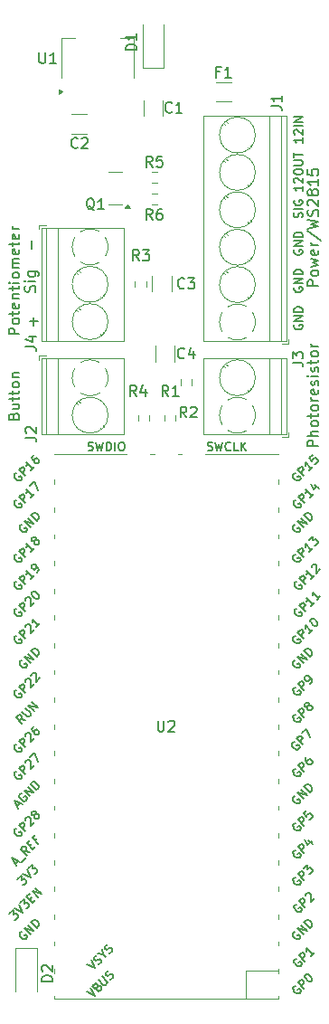
<source format=gbr>
%TF.GenerationSoftware,KiCad,Pcbnew,7.0.11+dfsg-1build4*%
%TF.CreationDate,2024-12-03T15:14:33-08:00*%
%TF.ProjectId,lightjar,6c696768-746a-4617-922e-6b696361645f,rev?*%
%TF.SameCoordinates,Original*%
%TF.FileFunction,Legend,Top*%
%TF.FilePolarity,Positive*%
%FSLAX46Y46*%
G04 Gerber Fmt 4.6, Leading zero omitted, Abs format (unit mm)*
G04 Created by KiCad (PCBNEW 7.0.11+dfsg-1build4) date 2024-12-03 15:14:33*
%MOMM*%
%LPD*%
G01*
G04 APERTURE LIST*
%ADD10C,0.150000*%
%ADD11C,0.120000*%
G04 APERTURE END LIST*
D10*
X175132390Y-65291792D02*
X175094295Y-65367982D01*
X175094295Y-65367982D02*
X175094295Y-65482268D01*
X175094295Y-65482268D02*
X175132390Y-65596554D01*
X175132390Y-65596554D02*
X175208580Y-65672744D01*
X175208580Y-65672744D02*
X175284771Y-65710839D01*
X175284771Y-65710839D02*
X175437152Y-65748935D01*
X175437152Y-65748935D02*
X175551438Y-65748935D01*
X175551438Y-65748935D02*
X175703819Y-65710839D01*
X175703819Y-65710839D02*
X175780009Y-65672744D01*
X175780009Y-65672744D02*
X175856200Y-65596554D01*
X175856200Y-65596554D02*
X175894295Y-65482268D01*
X175894295Y-65482268D02*
X175894295Y-65406077D01*
X175894295Y-65406077D02*
X175856200Y-65291792D01*
X175856200Y-65291792D02*
X175818104Y-65253696D01*
X175818104Y-65253696D02*
X175551438Y-65253696D01*
X175551438Y-65253696D02*
X175551438Y-65406077D01*
X175894295Y-64910839D02*
X175094295Y-64910839D01*
X175094295Y-64910839D02*
X175894295Y-64453696D01*
X175894295Y-64453696D02*
X175094295Y-64453696D01*
X175894295Y-64072744D02*
X175094295Y-64072744D01*
X175094295Y-64072744D02*
X175094295Y-63882268D01*
X175094295Y-63882268D02*
X175132390Y-63767982D01*
X175132390Y-63767982D02*
X175208580Y-63691792D01*
X175208580Y-63691792D02*
X175284771Y-63653697D01*
X175284771Y-63653697D02*
X175437152Y-63615601D01*
X175437152Y-63615601D02*
X175551438Y-63615601D01*
X175551438Y-63615601D02*
X175703819Y-63653697D01*
X175703819Y-63653697D02*
X175780009Y-63691792D01*
X175780009Y-63691792D02*
X175856200Y-63767982D01*
X175856200Y-63767982D02*
X175894295Y-63882268D01*
X175894295Y-63882268D02*
X175894295Y-64072744D01*
X175132390Y-61791792D02*
X175094295Y-61867982D01*
X175094295Y-61867982D02*
X175094295Y-61982268D01*
X175094295Y-61982268D02*
X175132390Y-62096554D01*
X175132390Y-62096554D02*
X175208580Y-62172744D01*
X175208580Y-62172744D02*
X175284771Y-62210839D01*
X175284771Y-62210839D02*
X175437152Y-62248935D01*
X175437152Y-62248935D02*
X175551438Y-62248935D01*
X175551438Y-62248935D02*
X175703819Y-62210839D01*
X175703819Y-62210839D02*
X175780009Y-62172744D01*
X175780009Y-62172744D02*
X175856200Y-62096554D01*
X175856200Y-62096554D02*
X175894295Y-61982268D01*
X175894295Y-61982268D02*
X175894295Y-61906077D01*
X175894295Y-61906077D02*
X175856200Y-61791792D01*
X175856200Y-61791792D02*
X175818104Y-61753696D01*
X175818104Y-61753696D02*
X175551438Y-61753696D01*
X175551438Y-61753696D02*
X175551438Y-61906077D01*
X175894295Y-61410839D02*
X175094295Y-61410839D01*
X175094295Y-61410839D02*
X175894295Y-60953696D01*
X175894295Y-60953696D02*
X175094295Y-60953696D01*
X175894295Y-60572744D02*
X175094295Y-60572744D01*
X175094295Y-60572744D02*
X175094295Y-60382268D01*
X175094295Y-60382268D02*
X175132390Y-60267982D01*
X175132390Y-60267982D02*
X175208580Y-60191792D01*
X175208580Y-60191792D02*
X175284771Y-60153697D01*
X175284771Y-60153697D02*
X175437152Y-60115601D01*
X175437152Y-60115601D02*
X175551438Y-60115601D01*
X175551438Y-60115601D02*
X175703819Y-60153697D01*
X175703819Y-60153697D02*
X175780009Y-60191792D01*
X175780009Y-60191792D02*
X175856200Y-60267982D01*
X175856200Y-60267982D02*
X175894295Y-60382268D01*
X175894295Y-60382268D02*
X175894295Y-60572744D01*
X175132390Y-58291792D02*
X175094295Y-58367982D01*
X175094295Y-58367982D02*
X175094295Y-58482268D01*
X175094295Y-58482268D02*
X175132390Y-58596554D01*
X175132390Y-58596554D02*
X175208580Y-58672744D01*
X175208580Y-58672744D02*
X175284771Y-58710839D01*
X175284771Y-58710839D02*
X175437152Y-58748935D01*
X175437152Y-58748935D02*
X175551438Y-58748935D01*
X175551438Y-58748935D02*
X175703819Y-58710839D01*
X175703819Y-58710839D02*
X175780009Y-58672744D01*
X175780009Y-58672744D02*
X175856200Y-58596554D01*
X175856200Y-58596554D02*
X175894295Y-58482268D01*
X175894295Y-58482268D02*
X175894295Y-58406077D01*
X175894295Y-58406077D02*
X175856200Y-58291792D01*
X175856200Y-58291792D02*
X175818104Y-58253696D01*
X175818104Y-58253696D02*
X175551438Y-58253696D01*
X175551438Y-58253696D02*
X175551438Y-58406077D01*
X175894295Y-57910839D02*
X175094295Y-57910839D01*
X175094295Y-57910839D02*
X175894295Y-57453696D01*
X175894295Y-57453696D02*
X175094295Y-57453696D01*
X175894295Y-57072744D02*
X175094295Y-57072744D01*
X175094295Y-57072744D02*
X175094295Y-56882268D01*
X175094295Y-56882268D02*
X175132390Y-56767982D01*
X175132390Y-56767982D02*
X175208580Y-56691792D01*
X175208580Y-56691792D02*
X175284771Y-56653697D01*
X175284771Y-56653697D02*
X175437152Y-56615601D01*
X175437152Y-56615601D02*
X175551438Y-56615601D01*
X175551438Y-56615601D02*
X175703819Y-56653697D01*
X175703819Y-56653697D02*
X175780009Y-56691792D01*
X175780009Y-56691792D02*
X175856200Y-56767982D01*
X175856200Y-56767982D02*
X175894295Y-56882268D01*
X175894295Y-56882268D02*
X175894295Y-57072744D01*
X175856200Y-55248935D02*
X175894295Y-55134649D01*
X175894295Y-55134649D02*
X175894295Y-54944173D01*
X175894295Y-54944173D02*
X175856200Y-54867982D01*
X175856200Y-54867982D02*
X175818104Y-54829887D01*
X175818104Y-54829887D02*
X175741914Y-54791792D01*
X175741914Y-54791792D02*
X175665723Y-54791792D01*
X175665723Y-54791792D02*
X175589533Y-54829887D01*
X175589533Y-54829887D02*
X175551438Y-54867982D01*
X175551438Y-54867982D02*
X175513342Y-54944173D01*
X175513342Y-54944173D02*
X175475247Y-55096554D01*
X175475247Y-55096554D02*
X175437152Y-55172744D01*
X175437152Y-55172744D02*
X175399057Y-55210839D01*
X175399057Y-55210839D02*
X175322866Y-55248935D01*
X175322866Y-55248935D02*
X175246676Y-55248935D01*
X175246676Y-55248935D02*
X175170485Y-55210839D01*
X175170485Y-55210839D02*
X175132390Y-55172744D01*
X175132390Y-55172744D02*
X175094295Y-55096554D01*
X175094295Y-55096554D02*
X175094295Y-54906077D01*
X175094295Y-54906077D02*
X175132390Y-54791792D01*
X175894295Y-54448934D02*
X175094295Y-54448934D01*
X175132390Y-53648935D02*
X175094295Y-53725125D01*
X175094295Y-53725125D02*
X175094295Y-53839411D01*
X175094295Y-53839411D02*
X175132390Y-53953697D01*
X175132390Y-53953697D02*
X175208580Y-54029887D01*
X175208580Y-54029887D02*
X175284771Y-54067982D01*
X175284771Y-54067982D02*
X175437152Y-54106078D01*
X175437152Y-54106078D02*
X175551438Y-54106078D01*
X175551438Y-54106078D02*
X175703819Y-54067982D01*
X175703819Y-54067982D02*
X175780009Y-54029887D01*
X175780009Y-54029887D02*
X175856200Y-53953697D01*
X175856200Y-53953697D02*
X175894295Y-53839411D01*
X175894295Y-53839411D02*
X175894295Y-53763220D01*
X175894295Y-53763220D02*
X175856200Y-53648935D01*
X175856200Y-53648935D02*
X175818104Y-53610839D01*
X175818104Y-53610839D02*
X175551438Y-53610839D01*
X175551438Y-53610839D02*
X175551438Y-53763220D01*
X175894295Y-52291792D02*
X175894295Y-52748935D01*
X175894295Y-52520363D02*
X175094295Y-52520363D01*
X175094295Y-52520363D02*
X175208580Y-52596554D01*
X175208580Y-52596554D02*
X175284771Y-52672744D01*
X175284771Y-52672744D02*
X175322866Y-52748935D01*
X175170485Y-51987030D02*
X175132390Y-51948934D01*
X175132390Y-51948934D02*
X175094295Y-51872744D01*
X175094295Y-51872744D02*
X175094295Y-51682268D01*
X175094295Y-51682268D02*
X175132390Y-51606077D01*
X175132390Y-51606077D02*
X175170485Y-51567982D01*
X175170485Y-51567982D02*
X175246676Y-51529887D01*
X175246676Y-51529887D02*
X175322866Y-51529887D01*
X175322866Y-51529887D02*
X175437152Y-51567982D01*
X175437152Y-51567982D02*
X175894295Y-52025125D01*
X175894295Y-52025125D02*
X175894295Y-51529887D01*
X175094295Y-51034648D02*
X175094295Y-50882267D01*
X175094295Y-50882267D02*
X175132390Y-50806077D01*
X175132390Y-50806077D02*
X175208580Y-50729886D01*
X175208580Y-50729886D02*
X175360961Y-50691791D01*
X175360961Y-50691791D02*
X175627628Y-50691791D01*
X175627628Y-50691791D02*
X175780009Y-50729886D01*
X175780009Y-50729886D02*
X175856200Y-50806077D01*
X175856200Y-50806077D02*
X175894295Y-50882267D01*
X175894295Y-50882267D02*
X175894295Y-51034648D01*
X175894295Y-51034648D02*
X175856200Y-51110839D01*
X175856200Y-51110839D02*
X175780009Y-51187029D01*
X175780009Y-51187029D02*
X175627628Y-51225125D01*
X175627628Y-51225125D02*
X175360961Y-51225125D01*
X175360961Y-51225125D02*
X175208580Y-51187029D01*
X175208580Y-51187029D02*
X175132390Y-51110839D01*
X175132390Y-51110839D02*
X175094295Y-51034648D01*
X175094295Y-50348934D02*
X175741914Y-50348934D01*
X175741914Y-50348934D02*
X175818104Y-50310839D01*
X175818104Y-50310839D02*
X175856200Y-50272744D01*
X175856200Y-50272744D02*
X175894295Y-50196553D01*
X175894295Y-50196553D02*
X175894295Y-50044172D01*
X175894295Y-50044172D02*
X175856200Y-49967982D01*
X175856200Y-49967982D02*
X175818104Y-49929887D01*
X175818104Y-49929887D02*
X175741914Y-49891791D01*
X175741914Y-49891791D02*
X175094295Y-49891791D01*
X175094295Y-49625125D02*
X175094295Y-49167982D01*
X175894295Y-49396554D02*
X175094295Y-49396554D01*
X175894295Y-47791792D02*
X175894295Y-48248935D01*
X175894295Y-48020363D02*
X175094295Y-48020363D01*
X175094295Y-48020363D02*
X175208580Y-48096554D01*
X175208580Y-48096554D02*
X175284771Y-48172744D01*
X175284771Y-48172744D02*
X175322866Y-48248935D01*
X175170485Y-47487030D02*
X175132390Y-47448934D01*
X175132390Y-47448934D02*
X175094295Y-47372744D01*
X175094295Y-47372744D02*
X175094295Y-47182268D01*
X175094295Y-47182268D02*
X175132390Y-47106077D01*
X175132390Y-47106077D02*
X175170485Y-47067982D01*
X175170485Y-47067982D02*
X175246676Y-47029887D01*
X175246676Y-47029887D02*
X175322866Y-47029887D01*
X175322866Y-47029887D02*
X175437152Y-47067982D01*
X175437152Y-47067982D02*
X175894295Y-47525125D01*
X175894295Y-47525125D02*
X175894295Y-47029887D01*
X175894295Y-46687029D02*
X175094295Y-46687029D01*
X175894295Y-46306077D02*
X175094295Y-46306077D01*
X175094295Y-46306077D02*
X175894295Y-45848934D01*
X175894295Y-45848934D02*
X175094295Y-45848934D01*
X177369819Y-61663220D02*
X176369819Y-61663220D01*
X176369819Y-61663220D02*
X176369819Y-61282268D01*
X176369819Y-61282268D02*
X176417438Y-61187030D01*
X176417438Y-61187030D02*
X176465057Y-61139411D01*
X176465057Y-61139411D02*
X176560295Y-61091792D01*
X176560295Y-61091792D02*
X176703152Y-61091792D01*
X176703152Y-61091792D02*
X176798390Y-61139411D01*
X176798390Y-61139411D02*
X176846009Y-61187030D01*
X176846009Y-61187030D02*
X176893628Y-61282268D01*
X176893628Y-61282268D02*
X176893628Y-61663220D01*
X177369819Y-60520363D02*
X177322200Y-60615601D01*
X177322200Y-60615601D02*
X177274580Y-60663220D01*
X177274580Y-60663220D02*
X177179342Y-60710839D01*
X177179342Y-60710839D02*
X176893628Y-60710839D01*
X176893628Y-60710839D02*
X176798390Y-60663220D01*
X176798390Y-60663220D02*
X176750771Y-60615601D01*
X176750771Y-60615601D02*
X176703152Y-60520363D01*
X176703152Y-60520363D02*
X176703152Y-60377506D01*
X176703152Y-60377506D02*
X176750771Y-60282268D01*
X176750771Y-60282268D02*
X176798390Y-60234649D01*
X176798390Y-60234649D02*
X176893628Y-60187030D01*
X176893628Y-60187030D02*
X177179342Y-60187030D01*
X177179342Y-60187030D02*
X177274580Y-60234649D01*
X177274580Y-60234649D02*
X177322200Y-60282268D01*
X177322200Y-60282268D02*
X177369819Y-60377506D01*
X177369819Y-60377506D02*
X177369819Y-60520363D01*
X176703152Y-59853696D02*
X177369819Y-59663220D01*
X177369819Y-59663220D02*
X176893628Y-59472744D01*
X176893628Y-59472744D02*
X177369819Y-59282268D01*
X177369819Y-59282268D02*
X176703152Y-59091792D01*
X177322200Y-58329887D02*
X177369819Y-58425125D01*
X177369819Y-58425125D02*
X177369819Y-58615601D01*
X177369819Y-58615601D02*
X177322200Y-58710839D01*
X177322200Y-58710839D02*
X177226961Y-58758458D01*
X177226961Y-58758458D02*
X176846009Y-58758458D01*
X176846009Y-58758458D02*
X176750771Y-58710839D01*
X176750771Y-58710839D02*
X176703152Y-58615601D01*
X176703152Y-58615601D02*
X176703152Y-58425125D01*
X176703152Y-58425125D02*
X176750771Y-58329887D01*
X176750771Y-58329887D02*
X176846009Y-58282268D01*
X176846009Y-58282268D02*
X176941247Y-58282268D01*
X176941247Y-58282268D02*
X177036485Y-58758458D01*
X177369819Y-57853696D02*
X176703152Y-57853696D01*
X176893628Y-57853696D02*
X176798390Y-57806077D01*
X176798390Y-57806077D02*
X176750771Y-57758458D01*
X176750771Y-57758458D02*
X176703152Y-57663220D01*
X176703152Y-57663220D02*
X176703152Y-57567982D01*
X176322200Y-56520363D02*
X177607914Y-57377505D01*
X176369819Y-56282267D02*
X177369819Y-56044172D01*
X177369819Y-56044172D02*
X176655533Y-55853696D01*
X176655533Y-55853696D02*
X177369819Y-55663220D01*
X177369819Y-55663220D02*
X176369819Y-55425125D01*
X177322200Y-55091791D02*
X177369819Y-54948934D01*
X177369819Y-54948934D02*
X177369819Y-54710839D01*
X177369819Y-54710839D02*
X177322200Y-54615601D01*
X177322200Y-54615601D02*
X177274580Y-54567982D01*
X177274580Y-54567982D02*
X177179342Y-54520363D01*
X177179342Y-54520363D02*
X177084104Y-54520363D01*
X177084104Y-54520363D02*
X176988866Y-54567982D01*
X176988866Y-54567982D02*
X176941247Y-54615601D01*
X176941247Y-54615601D02*
X176893628Y-54710839D01*
X176893628Y-54710839D02*
X176846009Y-54901315D01*
X176846009Y-54901315D02*
X176798390Y-54996553D01*
X176798390Y-54996553D02*
X176750771Y-55044172D01*
X176750771Y-55044172D02*
X176655533Y-55091791D01*
X176655533Y-55091791D02*
X176560295Y-55091791D01*
X176560295Y-55091791D02*
X176465057Y-55044172D01*
X176465057Y-55044172D02*
X176417438Y-54996553D01*
X176417438Y-54996553D02*
X176369819Y-54901315D01*
X176369819Y-54901315D02*
X176369819Y-54663220D01*
X176369819Y-54663220D02*
X176417438Y-54520363D01*
X176465057Y-54139410D02*
X176417438Y-54091791D01*
X176417438Y-54091791D02*
X176369819Y-53996553D01*
X176369819Y-53996553D02*
X176369819Y-53758458D01*
X176369819Y-53758458D02*
X176417438Y-53663220D01*
X176417438Y-53663220D02*
X176465057Y-53615601D01*
X176465057Y-53615601D02*
X176560295Y-53567982D01*
X176560295Y-53567982D02*
X176655533Y-53567982D01*
X176655533Y-53567982D02*
X176798390Y-53615601D01*
X176798390Y-53615601D02*
X177369819Y-54187029D01*
X177369819Y-54187029D02*
X177369819Y-53567982D01*
X176798390Y-52996553D02*
X176750771Y-53091791D01*
X176750771Y-53091791D02*
X176703152Y-53139410D01*
X176703152Y-53139410D02*
X176607914Y-53187029D01*
X176607914Y-53187029D02*
X176560295Y-53187029D01*
X176560295Y-53187029D02*
X176465057Y-53139410D01*
X176465057Y-53139410D02*
X176417438Y-53091791D01*
X176417438Y-53091791D02*
X176369819Y-52996553D01*
X176369819Y-52996553D02*
X176369819Y-52806077D01*
X176369819Y-52806077D02*
X176417438Y-52710839D01*
X176417438Y-52710839D02*
X176465057Y-52663220D01*
X176465057Y-52663220D02*
X176560295Y-52615601D01*
X176560295Y-52615601D02*
X176607914Y-52615601D01*
X176607914Y-52615601D02*
X176703152Y-52663220D01*
X176703152Y-52663220D02*
X176750771Y-52710839D01*
X176750771Y-52710839D02*
X176798390Y-52806077D01*
X176798390Y-52806077D02*
X176798390Y-52996553D01*
X176798390Y-52996553D02*
X176846009Y-53091791D01*
X176846009Y-53091791D02*
X176893628Y-53139410D01*
X176893628Y-53139410D02*
X176988866Y-53187029D01*
X176988866Y-53187029D02*
X177179342Y-53187029D01*
X177179342Y-53187029D02*
X177274580Y-53139410D01*
X177274580Y-53139410D02*
X177322200Y-53091791D01*
X177322200Y-53091791D02*
X177369819Y-52996553D01*
X177369819Y-52996553D02*
X177369819Y-52806077D01*
X177369819Y-52806077D02*
X177322200Y-52710839D01*
X177322200Y-52710839D02*
X177274580Y-52663220D01*
X177274580Y-52663220D02*
X177179342Y-52615601D01*
X177179342Y-52615601D02*
X176988866Y-52615601D01*
X176988866Y-52615601D02*
X176893628Y-52663220D01*
X176893628Y-52663220D02*
X176846009Y-52710839D01*
X176846009Y-52710839D02*
X176798390Y-52806077D01*
X177369819Y-51663220D02*
X177369819Y-52234648D01*
X177369819Y-51948934D02*
X176369819Y-51948934D01*
X176369819Y-51948934D02*
X176512676Y-52044172D01*
X176512676Y-52044172D02*
X176607914Y-52139410D01*
X176607914Y-52139410D02*
X176655533Y-52234648D01*
X176369819Y-50758458D02*
X176369819Y-51234648D01*
X176369819Y-51234648D02*
X176846009Y-51282267D01*
X176846009Y-51282267D02*
X176798390Y-51234648D01*
X176798390Y-51234648D02*
X176750771Y-51139410D01*
X176750771Y-51139410D02*
X176750771Y-50901315D01*
X176750771Y-50901315D02*
X176798390Y-50806077D01*
X176798390Y-50806077D02*
X176846009Y-50758458D01*
X176846009Y-50758458D02*
X176941247Y-50710839D01*
X176941247Y-50710839D02*
X177179342Y-50710839D01*
X177179342Y-50710839D02*
X177274580Y-50758458D01*
X177274580Y-50758458D02*
X177322200Y-50806077D01*
X177322200Y-50806077D02*
X177369819Y-50901315D01*
X177369819Y-50901315D02*
X177369819Y-51139410D01*
X177369819Y-51139410D02*
X177322200Y-51234648D01*
X177322200Y-51234648D02*
X177274580Y-51282267D01*
X177369819Y-76663220D02*
X176369819Y-76663220D01*
X176369819Y-76663220D02*
X176369819Y-76282268D01*
X176369819Y-76282268D02*
X176417438Y-76187030D01*
X176417438Y-76187030D02*
X176465057Y-76139411D01*
X176465057Y-76139411D02*
X176560295Y-76091792D01*
X176560295Y-76091792D02*
X176703152Y-76091792D01*
X176703152Y-76091792D02*
X176798390Y-76139411D01*
X176798390Y-76139411D02*
X176846009Y-76187030D01*
X176846009Y-76187030D02*
X176893628Y-76282268D01*
X176893628Y-76282268D02*
X176893628Y-76663220D01*
X177369819Y-75663220D02*
X176369819Y-75663220D01*
X177369819Y-75234649D02*
X176846009Y-75234649D01*
X176846009Y-75234649D02*
X176750771Y-75282268D01*
X176750771Y-75282268D02*
X176703152Y-75377506D01*
X176703152Y-75377506D02*
X176703152Y-75520363D01*
X176703152Y-75520363D02*
X176750771Y-75615601D01*
X176750771Y-75615601D02*
X176798390Y-75663220D01*
X177369819Y-74615601D02*
X177322200Y-74710839D01*
X177322200Y-74710839D02*
X177274580Y-74758458D01*
X177274580Y-74758458D02*
X177179342Y-74806077D01*
X177179342Y-74806077D02*
X176893628Y-74806077D01*
X176893628Y-74806077D02*
X176798390Y-74758458D01*
X176798390Y-74758458D02*
X176750771Y-74710839D01*
X176750771Y-74710839D02*
X176703152Y-74615601D01*
X176703152Y-74615601D02*
X176703152Y-74472744D01*
X176703152Y-74472744D02*
X176750771Y-74377506D01*
X176750771Y-74377506D02*
X176798390Y-74329887D01*
X176798390Y-74329887D02*
X176893628Y-74282268D01*
X176893628Y-74282268D02*
X177179342Y-74282268D01*
X177179342Y-74282268D02*
X177274580Y-74329887D01*
X177274580Y-74329887D02*
X177322200Y-74377506D01*
X177322200Y-74377506D02*
X177369819Y-74472744D01*
X177369819Y-74472744D02*
X177369819Y-74615601D01*
X176703152Y-73996553D02*
X176703152Y-73615601D01*
X176369819Y-73853696D02*
X177226961Y-73853696D01*
X177226961Y-73853696D02*
X177322200Y-73806077D01*
X177322200Y-73806077D02*
X177369819Y-73710839D01*
X177369819Y-73710839D02*
X177369819Y-73615601D01*
X177369819Y-73139410D02*
X177322200Y-73234648D01*
X177322200Y-73234648D02*
X177274580Y-73282267D01*
X177274580Y-73282267D02*
X177179342Y-73329886D01*
X177179342Y-73329886D02*
X176893628Y-73329886D01*
X176893628Y-73329886D02*
X176798390Y-73282267D01*
X176798390Y-73282267D02*
X176750771Y-73234648D01*
X176750771Y-73234648D02*
X176703152Y-73139410D01*
X176703152Y-73139410D02*
X176703152Y-72996553D01*
X176703152Y-72996553D02*
X176750771Y-72901315D01*
X176750771Y-72901315D02*
X176798390Y-72853696D01*
X176798390Y-72853696D02*
X176893628Y-72806077D01*
X176893628Y-72806077D02*
X177179342Y-72806077D01*
X177179342Y-72806077D02*
X177274580Y-72853696D01*
X177274580Y-72853696D02*
X177322200Y-72901315D01*
X177322200Y-72901315D02*
X177369819Y-72996553D01*
X177369819Y-72996553D02*
X177369819Y-73139410D01*
X177369819Y-72377505D02*
X176703152Y-72377505D01*
X176893628Y-72377505D02*
X176798390Y-72329886D01*
X176798390Y-72329886D02*
X176750771Y-72282267D01*
X176750771Y-72282267D02*
X176703152Y-72187029D01*
X176703152Y-72187029D02*
X176703152Y-72091791D01*
X177322200Y-71377505D02*
X177369819Y-71472743D01*
X177369819Y-71472743D02*
X177369819Y-71663219D01*
X177369819Y-71663219D02*
X177322200Y-71758457D01*
X177322200Y-71758457D02*
X177226961Y-71806076D01*
X177226961Y-71806076D02*
X176846009Y-71806076D01*
X176846009Y-71806076D02*
X176750771Y-71758457D01*
X176750771Y-71758457D02*
X176703152Y-71663219D01*
X176703152Y-71663219D02*
X176703152Y-71472743D01*
X176703152Y-71472743D02*
X176750771Y-71377505D01*
X176750771Y-71377505D02*
X176846009Y-71329886D01*
X176846009Y-71329886D02*
X176941247Y-71329886D01*
X176941247Y-71329886D02*
X177036485Y-71806076D01*
X177322200Y-70948933D02*
X177369819Y-70853695D01*
X177369819Y-70853695D02*
X177369819Y-70663219D01*
X177369819Y-70663219D02*
X177322200Y-70567981D01*
X177322200Y-70567981D02*
X177226961Y-70520362D01*
X177226961Y-70520362D02*
X177179342Y-70520362D01*
X177179342Y-70520362D02*
X177084104Y-70567981D01*
X177084104Y-70567981D02*
X177036485Y-70663219D01*
X177036485Y-70663219D02*
X177036485Y-70806076D01*
X177036485Y-70806076D02*
X176988866Y-70901314D01*
X176988866Y-70901314D02*
X176893628Y-70948933D01*
X176893628Y-70948933D02*
X176846009Y-70948933D01*
X176846009Y-70948933D02*
X176750771Y-70901314D01*
X176750771Y-70901314D02*
X176703152Y-70806076D01*
X176703152Y-70806076D02*
X176703152Y-70663219D01*
X176703152Y-70663219D02*
X176750771Y-70567981D01*
X177369819Y-70091790D02*
X176703152Y-70091790D01*
X176369819Y-70091790D02*
X176417438Y-70139409D01*
X176417438Y-70139409D02*
X176465057Y-70091790D01*
X176465057Y-70091790D02*
X176417438Y-70044171D01*
X176417438Y-70044171D02*
X176369819Y-70091790D01*
X176369819Y-70091790D02*
X176465057Y-70091790D01*
X177322200Y-69663219D02*
X177369819Y-69567981D01*
X177369819Y-69567981D02*
X177369819Y-69377505D01*
X177369819Y-69377505D02*
X177322200Y-69282267D01*
X177322200Y-69282267D02*
X177226961Y-69234648D01*
X177226961Y-69234648D02*
X177179342Y-69234648D01*
X177179342Y-69234648D02*
X177084104Y-69282267D01*
X177084104Y-69282267D02*
X177036485Y-69377505D01*
X177036485Y-69377505D02*
X177036485Y-69520362D01*
X177036485Y-69520362D02*
X176988866Y-69615600D01*
X176988866Y-69615600D02*
X176893628Y-69663219D01*
X176893628Y-69663219D02*
X176846009Y-69663219D01*
X176846009Y-69663219D02*
X176750771Y-69615600D01*
X176750771Y-69615600D02*
X176703152Y-69520362D01*
X176703152Y-69520362D02*
X176703152Y-69377505D01*
X176703152Y-69377505D02*
X176750771Y-69282267D01*
X176703152Y-68948933D02*
X176703152Y-68567981D01*
X176369819Y-68806076D02*
X177226961Y-68806076D01*
X177226961Y-68806076D02*
X177322200Y-68758457D01*
X177322200Y-68758457D02*
X177369819Y-68663219D01*
X177369819Y-68663219D02*
X177369819Y-68567981D01*
X177369819Y-68091790D02*
X177322200Y-68187028D01*
X177322200Y-68187028D02*
X177274580Y-68234647D01*
X177274580Y-68234647D02*
X177179342Y-68282266D01*
X177179342Y-68282266D02*
X176893628Y-68282266D01*
X176893628Y-68282266D02*
X176798390Y-68234647D01*
X176798390Y-68234647D02*
X176750771Y-68187028D01*
X176750771Y-68187028D02*
X176703152Y-68091790D01*
X176703152Y-68091790D02*
X176703152Y-67948933D01*
X176703152Y-67948933D02*
X176750771Y-67853695D01*
X176750771Y-67853695D02*
X176798390Y-67806076D01*
X176798390Y-67806076D02*
X176893628Y-67758457D01*
X176893628Y-67758457D02*
X177179342Y-67758457D01*
X177179342Y-67758457D02*
X177274580Y-67806076D01*
X177274580Y-67806076D02*
X177322200Y-67853695D01*
X177322200Y-67853695D02*
X177369819Y-67948933D01*
X177369819Y-67948933D02*
X177369819Y-68091790D01*
X177369819Y-67329885D02*
X176703152Y-67329885D01*
X176893628Y-67329885D02*
X176798390Y-67282266D01*
X176798390Y-67282266D02*
X176750771Y-67234647D01*
X176750771Y-67234647D02*
X176703152Y-67139409D01*
X176703152Y-67139409D02*
X176703152Y-67044171D01*
X148846009Y-73829887D02*
X148893628Y-73687030D01*
X148893628Y-73687030D02*
X148941247Y-73639411D01*
X148941247Y-73639411D02*
X149036485Y-73591792D01*
X149036485Y-73591792D02*
X149179342Y-73591792D01*
X149179342Y-73591792D02*
X149274580Y-73639411D01*
X149274580Y-73639411D02*
X149322200Y-73687030D01*
X149322200Y-73687030D02*
X149369819Y-73782268D01*
X149369819Y-73782268D02*
X149369819Y-74163220D01*
X149369819Y-74163220D02*
X148369819Y-74163220D01*
X148369819Y-74163220D02*
X148369819Y-73829887D01*
X148369819Y-73829887D02*
X148417438Y-73734649D01*
X148417438Y-73734649D02*
X148465057Y-73687030D01*
X148465057Y-73687030D02*
X148560295Y-73639411D01*
X148560295Y-73639411D02*
X148655533Y-73639411D01*
X148655533Y-73639411D02*
X148750771Y-73687030D01*
X148750771Y-73687030D02*
X148798390Y-73734649D01*
X148798390Y-73734649D02*
X148846009Y-73829887D01*
X148846009Y-73829887D02*
X148846009Y-74163220D01*
X148703152Y-72734649D02*
X149369819Y-72734649D01*
X148703152Y-73163220D02*
X149226961Y-73163220D01*
X149226961Y-73163220D02*
X149322200Y-73115601D01*
X149322200Y-73115601D02*
X149369819Y-73020363D01*
X149369819Y-73020363D02*
X149369819Y-72877506D01*
X149369819Y-72877506D02*
X149322200Y-72782268D01*
X149322200Y-72782268D02*
X149274580Y-72734649D01*
X148703152Y-72401315D02*
X148703152Y-72020363D01*
X148369819Y-72258458D02*
X149226961Y-72258458D01*
X149226961Y-72258458D02*
X149322200Y-72210839D01*
X149322200Y-72210839D02*
X149369819Y-72115601D01*
X149369819Y-72115601D02*
X149369819Y-72020363D01*
X148703152Y-71829886D02*
X148703152Y-71448934D01*
X148369819Y-71687029D02*
X149226961Y-71687029D01*
X149226961Y-71687029D02*
X149322200Y-71639410D01*
X149322200Y-71639410D02*
X149369819Y-71544172D01*
X149369819Y-71544172D02*
X149369819Y-71448934D01*
X149369819Y-70972743D02*
X149322200Y-71067981D01*
X149322200Y-71067981D02*
X149274580Y-71115600D01*
X149274580Y-71115600D02*
X149179342Y-71163219D01*
X149179342Y-71163219D02*
X148893628Y-71163219D01*
X148893628Y-71163219D02*
X148798390Y-71115600D01*
X148798390Y-71115600D02*
X148750771Y-71067981D01*
X148750771Y-71067981D02*
X148703152Y-70972743D01*
X148703152Y-70972743D02*
X148703152Y-70829886D01*
X148703152Y-70829886D02*
X148750771Y-70734648D01*
X148750771Y-70734648D02*
X148798390Y-70687029D01*
X148798390Y-70687029D02*
X148893628Y-70639410D01*
X148893628Y-70639410D02*
X149179342Y-70639410D01*
X149179342Y-70639410D02*
X149274580Y-70687029D01*
X149274580Y-70687029D02*
X149322200Y-70734648D01*
X149322200Y-70734648D02*
X149369819Y-70829886D01*
X149369819Y-70829886D02*
X149369819Y-70972743D01*
X148703152Y-70210838D02*
X149369819Y-70210838D01*
X148798390Y-70210838D02*
X148750771Y-70163219D01*
X148750771Y-70163219D02*
X148703152Y-70067981D01*
X148703152Y-70067981D02*
X148703152Y-69925124D01*
X148703152Y-69925124D02*
X148750771Y-69829886D01*
X148750771Y-69829886D02*
X148846009Y-69782267D01*
X148846009Y-69782267D02*
X149369819Y-69782267D01*
X150488866Y-58163220D02*
X150488866Y-57401316D01*
X150822200Y-62210839D02*
X150869819Y-62067982D01*
X150869819Y-62067982D02*
X150869819Y-61829887D01*
X150869819Y-61829887D02*
X150822200Y-61734649D01*
X150822200Y-61734649D02*
X150774580Y-61687030D01*
X150774580Y-61687030D02*
X150679342Y-61639411D01*
X150679342Y-61639411D02*
X150584104Y-61639411D01*
X150584104Y-61639411D02*
X150488866Y-61687030D01*
X150488866Y-61687030D02*
X150441247Y-61734649D01*
X150441247Y-61734649D02*
X150393628Y-61829887D01*
X150393628Y-61829887D02*
X150346009Y-62020363D01*
X150346009Y-62020363D02*
X150298390Y-62115601D01*
X150298390Y-62115601D02*
X150250771Y-62163220D01*
X150250771Y-62163220D02*
X150155533Y-62210839D01*
X150155533Y-62210839D02*
X150060295Y-62210839D01*
X150060295Y-62210839D02*
X149965057Y-62163220D01*
X149965057Y-62163220D02*
X149917438Y-62115601D01*
X149917438Y-62115601D02*
X149869819Y-62020363D01*
X149869819Y-62020363D02*
X149869819Y-61782268D01*
X149869819Y-61782268D02*
X149917438Y-61639411D01*
X150869819Y-61210839D02*
X150203152Y-61210839D01*
X149869819Y-61210839D02*
X149917438Y-61258458D01*
X149917438Y-61258458D02*
X149965057Y-61210839D01*
X149965057Y-61210839D02*
X149917438Y-61163220D01*
X149917438Y-61163220D02*
X149869819Y-61210839D01*
X149869819Y-61210839D02*
X149965057Y-61210839D01*
X150203152Y-60306078D02*
X151012676Y-60306078D01*
X151012676Y-60306078D02*
X151107914Y-60353697D01*
X151107914Y-60353697D02*
X151155533Y-60401316D01*
X151155533Y-60401316D02*
X151203152Y-60496554D01*
X151203152Y-60496554D02*
X151203152Y-60639411D01*
X151203152Y-60639411D02*
X151155533Y-60734649D01*
X150822200Y-60306078D02*
X150869819Y-60401316D01*
X150869819Y-60401316D02*
X150869819Y-60591792D01*
X150869819Y-60591792D02*
X150822200Y-60687030D01*
X150822200Y-60687030D02*
X150774580Y-60734649D01*
X150774580Y-60734649D02*
X150679342Y-60782268D01*
X150679342Y-60782268D02*
X150393628Y-60782268D01*
X150393628Y-60782268D02*
X150298390Y-60734649D01*
X150298390Y-60734649D02*
X150250771Y-60687030D01*
X150250771Y-60687030D02*
X150203152Y-60591792D01*
X150203152Y-60591792D02*
X150203152Y-60401316D01*
X150203152Y-60401316D02*
X150250771Y-60306078D01*
X150336779Y-64988866D02*
X151098684Y-64988866D01*
X150717731Y-65369819D02*
X150717731Y-64607914D01*
X149369819Y-66163220D02*
X148369819Y-66163220D01*
X148369819Y-66163220D02*
X148369819Y-65782268D01*
X148369819Y-65782268D02*
X148417438Y-65687030D01*
X148417438Y-65687030D02*
X148465057Y-65639411D01*
X148465057Y-65639411D02*
X148560295Y-65591792D01*
X148560295Y-65591792D02*
X148703152Y-65591792D01*
X148703152Y-65591792D02*
X148798390Y-65639411D01*
X148798390Y-65639411D02*
X148846009Y-65687030D01*
X148846009Y-65687030D02*
X148893628Y-65782268D01*
X148893628Y-65782268D02*
X148893628Y-66163220D01*
X149369819Y-65020363D02*
X149322200Y-65115601D01*
X149322200Y-65115601D02*
X149274580Y-65163220D01*
X149274580Y-65163220D02*
X149179342Y-65210839D01*
X149179342Y-65210839D02*
X148893628Y-65210839D01*
X148893628Y-65210839D02*
X148798390Y-65163220D01*
X148798390Y-65163220D02*
X148750771Y-65115601D01*
X148750771Y-65115601D02*
X148703152Y-65020363D01*
X148703152Y-65020363D02*
X148703152Y-64877506D01*
X148703152Y-64877506D02*
X148750771Y-64782268D01*
X148750771Y-64782268D02*
X148798390Y-64734649D01*
X148798390Y-64734649D02*
X148893628Y-64687030D01*
X148893628Y-64687030D02*
X149179342Y-64687030D01*
X149179342Y-64687030D02*
X149274580Y-64734649D01*
X149274580Y-64734649D02*
X149322200Y-64782268D01*
X149322200Y-64782268D02*
X149369819Y-64877506D01*
X149369819Y-64877506D02*
X149369819Y-65020363D01*
X148703152Y-64401315D02*
X148703152Y-64020363D01*
X148369819Y-64258458D02*
X149226961Y-64258458D01*
X149226961Y-64258458D02*
X149322200Y-64210839D01*
X149322200Y-64210839D02*
X149369819Y-64115601D01*
X149369819Y-64115601D02*
X149369819Y-64020363D01*
X149322200Y-63306077D02*
X149369819Y-63401315D01*
X149369819Y-63401315D02*
X149369819Y-63591791D01*
X149369819Y-63591791D02*
X149322200Y-63687029D01*
X149322200Y-63687029D02*
X149226961Y-63734648D01*
X149226961Y-63734648D02*
X148846009Y-63734648D01*
X148846009Y-63734648D02*
X148750771Y-63687029D01*
X148750771Y-63687029D02*
X148703152Y-63591791D01*
X148703152Y-63591791D02*
X148703152Y-63401315D01*
X148703152Y-63401315D02*
X148750771Y-63306077D01*
X148750771Y-63306077D02*
X148846009Y-63258458D01*
X148846009Y-63258458D02*
X148941247Y-63258458D01*
X148941247Y-63258458D02*
X149036485Y-63734648D01*
X148703152Y-62829886D02*
X149369819Y-62829886D01*
X148798390Y-62829886D02*
X148750771Y-62782267D01*
X148750771Y-62782267D02*
X148703152Y-62687029D01*
X148703152Y-62687029D02*
X148703152Y-62544172D01*
X148703152Y-62544172D02*
X148750771Y-62448934D01*
X148750771Y-62448934D02*
X148846009Y-62401315D01*
X148846009Y-62401315D02*
X149369819Y-62401315D01*
X148703152Y-62067981D02*
X148703152Y-61687029D01*
X148369819Y-61925124D02*
X149226961Y-61925124D01*
X149226961Y-61925124D02*
X149322200Y-61877505D01*
X149322200Y-61877505D02*
X149369819Y-61782267D01*
X149369819Y-61782267D02*
X149369819Y-61687029D01*
X149369819Y-61353695D02*
X148703152Y-61353695D01*
X148369819Y-61353695D02*
X148417438Y-61401314D01*
X148417438Y-61401314D02*
X148465057Y-61353695D01*
X148465057Y-61353695D02*
X148417438Y-61306076D01*
X148417438Y-61306076D02*
X148369819Y-61353695D01*
X148369819Y-61353695D02*
X148465057Y-61353695D01*
X149369819Y-60734648D02*
X149322200Y-60829886D01*
X149322200Y-60829886D02*
X149274580Y-60877505D01*
X149274580Y-60877505D02*
X149179342Y-60925124D01*
X149179342Y-60925124D02*
X148893628Y-60925124D01*
X148893628Y-60925124D02*
X148798390Y-60877505D01*
X148798390Y-60877505D02*
X148750771Y-60829886D01*
X148750771Y-60829886D02*
X148703152Y-60734648D01*
X148703152Y-60734648D02*
X148703152Y-60591791D01*
X148703152Y-60591791D02*
X148750771Y-60496553D01*
X148750771Y-60496553D02*
X148798390Y-60448934D01*
X148798390Y-60448934D02*
X148893628Y-60401315D01*
X148893628Y-60401315D02*
X149179342Y-60401315D01*
X149179342Y-60401315D02*
X149274580Y-60448934D01*
X149274580Y-60448934D02*
X149322200Y-60496553D01*
X149322200Y-60496553D02*
X149369819Y-60591791D01*
X149369819Y-60591791D02*
X149369819Y-60734648D01*
X149369819Y-59972743D02*
X148703152Y-59972743D01*
X148798390Y-59972743D02*
X148750771Y-59925124D01*
X148750771Y-59925124D02*
X148703152Y-59829886D01*
X148703152Y-59829886D02*
X148703152Y-59687029D01*
X148703152Y-59687029D02*
X148750771Y-59591791D01*
X148750771Y-59591791D02*
X148846009Y-59544172D01*
X148846009Y-59544172D02*
X149369819Y-59544172D01*
X148846009Y-59544172D02*
X148750771Y-59496553D01*
X148750771Y-59496553D02*
X148703152Y-59401315D01*
X148703152Y-59401315D02*
X148703152Y-59258458D01*
X148703152Y-59258458D02*
X148750771Y-59163219D01*
X148750771Y-59163219D02*
X148846009Y-59115600D01*
X148846009Y-59115600D02*
X149369819Y-59115600D01*
X149322200Y-58258458D02*
X149369819Y-58353696D01*
X149369819Y-58353696D02*
X149369819Y-58544172D01*
X149369819Y-58544172D02*
X149322200Y-58639410D01*
X149322200Y-58639410D02*
X149226961Y-58687029D01*
X149226961Y-58687029D02*
X148846009Y-58687029D01*
X148846009Y-58687029D02*
X148750771Y-58639410D01*
X148750771Y-58639410D02*
X148703152Y-58544172D01*
X148703152Y-58544172D02*
X148703152Y-58353696D01*
X148703152Y-58353696D02*
X148750771Y-58258458D01*
X148750771Y-58258458D02*
X148846009Y-58210839D01*
X148846009Y-58210839D02*
X148941247Y-58210839D01*
X148941247Y-58210839D02*
X149036485Y-58687029D01*
X148703152Y-57925124D02*
X148703152Y-57544172D01*
X148369819Y-57782267D02*
X149226961Y-57782267D01*
X149226961Y-57782267D02*
X149322200Y-57734648D01*
X149322200Y-57734648D02*
X149369819Y-57639410D01*
X149369819Y-57639410D02*
X149369819Y-57544172D01*
X149322200Y-56829886D02*
X149369819Y-56925124D01*
X149369819Y-56925124D02*
X149369819Y-57115600D01*
X149369819Y-57115600D02*
X149322200Y-57210838D01*
X149322200Y-57210838D02*
X149226961Y-57258457D01*
X149226961Y-57258457D02*
X148846009Y-57258457D01*
X148846009Y-57258457D02*
X148750771Y-57210838D01*
X148750771Y-57210838D02*
X148703152Y-57115600D01*
X148703152Y-57115600D02*
X148703152Y-56925124D01*
X148703152Y-56925124D02*
X148750771Y-56829886D01*
X148750771Y-56829886D02*
X148846009Y-56782267D01*
X148846009Y-56782267D02*
X148941247Y-56782267D01*
X148941247Y-56782267D02*
X149036485Y-57258457D01*
X149369819Y-56353695D02*
X148703152Y-56353695D01*
X148893628Y-56353695D02*
X148798390Y-56306076D01*
X148798390Y-56306076D02*
X148750771Y-56258457D01*
X148750771Y-56258457D02*
X148703152Y-56163219D01*
X148703152Y-56163219D02*
X148703152Y-56067981D01*
X152454819Y-126738094D02*
X151454819Y-126738094D01*
X151454819Y-126738094D02*
X151454819Y-126499999D01*
X151454819Y-126499999D02*
X151502438Y-126357142D01*
X151502438Y-126357142D02*
X151597676Y-126261904D01*
X151597676Y-126261904D02*
X151692914Y-126214285D01*
X151692914Y-126214285D02*
X151883390Y-126166666D01*
X151883390Y-126166666D02*
X152026247Y-126166666D01*
X152026247Y-126166666D02*
X152216723Y-126214285D01*
X152216723Y-126214285D02*
X152311961Y-126261904D01*
X152311961Y-126261904D02*
X152407200Y-126357142D01*
X152407200Y-126357142D02*
X152454819Y-126499999D01*
X152454819Y-126499999D02*
X152454819Y-126738094D01*
X151550057Y-125785713D02*
X151502438Y-125738094D01*
X151502438Y-125738094D02*
X151454819Y-125642856D01*
X151454819Y-125642856D02*
X151454819Y-125404761D01*
X151454819Y-125404761D02*
X151502438Y-125309523D01*
X151502438Y-125309523D02*
X151550057Y-125261904D01*
X151550057Y-125261904D02*
X151645295Y-125214285D01*
X151645295Y-125214285D02*
X151740533Y-125214285D01*
X151740533Y-125214285D02*
X151883390Y-125261904D01*
X151883390Y-125261904D02*
X152454819Y-125833332D01*
X152454819Y-125833332D02*
X152454819Y-125214285D01*
X160357732Y-39583252D02*
X159357732Y-39583252D01*
X159357732Y-39583252D02*
X159357732Y-39345157D01*
X159357732Y-39345157D02*
X159405351Y-39202300D01*
X159405351Y-39202300D02*
X159500589Y-39107062D01*
X159500589Y-39107062D02*
X159595827Y-39059443D01*
X159595827Y-39059443D02*
X159786303Y-39011824D01*
X159786303Y-39011824D02*
X159929160Y-39011824D01*
X159929160Y-39011824D02*
X160119636Y-39059443D01*
X160119636Y-39059443D02*
X160214874Y-39107062D01*
X160214874Y-39107062D02*
X160310113Y-39202300D01*
X160310113Y-39202300D02*
X160357732Y-39345157D01*
X160357732Y-39345157D02*
X160357732Y-39583252D01*
X160357732Y-38059443D02*
X160357732Y-38630871D01*
X160357732Y-38345157D02*
X159357732Y-38345157D01*
X159357732Y-38345157D02*
X159500589Y-38440395D01*
X159500589Y-38440395D02*
X159595827Y-38535633D01*
X159595827Y-38535633D02*
X159643446Y-38630871D01*
X161833333Y-50524819D02*
X161500000Y-50048628D01*
X161261905Y-50524819D02*
X161261905Y-49524819D01*
X161261905Y-49524819D02*
X161642857Y-49524819D01*
X161642857Y-49524819D02*
X161738095Y-49572438D01*
X161738095Y-49572438D02*
X161785714Y-49620057D01*
X161785714Y-49620057D02*
X161833333Y-49715295D01*
X161833333Y-49715295D02*
X161833333Y-49858152D01*
X161833333Y-49858152D02*
X161785714Y-49953390D01*
X161785714Y-49953390D02*
X161738095Y-50001009D01*
X161738095Y-50001009D02*
X161642857Y-50048628D01*
X161642857Y-50048628D02*
X161261905Y-50048628D01*
X162738095Y-49524819D02*
X162261905Y-49524819D01*
X162261905Y-49524819D02*
X162214286Y-50001009D01*
X162214286Y-50001009D02*
X162261905Y-49953390D01*
X162261905Y-49953390D02*
X162357143Y-49905771D01*
X162357143Y-49905771D02*
X162595238Y-49905771D01*
X162595238Y-49905771D02*
X162690476Y-49953390D01*
X162690476Y-49953390D02*
X162738095Y-50001009D01*
X162738095Y-50001009D02*
X162785714Y-50096247D01*
X162785714Y-50096247D02*
X162785714Y-50334342D01*
X162785714Y-50334342D02*
X162738095Y-50429580D01*
X162738095Y-50429580D02*
X162690476Y-50477200D01*
X162690476Y-50477200D02*
X162595238Y-50524819D01*
X162595238Y-50524819D02*
X162357143Y-50524819D01*
X162357143Y-50524819D02*
X162261905Y-50477200D01*
X162261905Y-50477200D02*
X162214286Y-50429580D01*
X168166666Y-41611009D02*
X167833333Y-41611009D01*
X167833333Y-42134819D02*
X167833333Y-41134819D01*
X167833333Y-41134819D02*
X168309523Y-41134819D01*
X169214285Y-42134819D02*
X168642857Y-42134819D01*
X168928571Y-42134819D02*
X168928571Y-41134819D01*
X168928571Y-41134819D02*
X168833333Y-41277676D01*
X168833333Y-41277676D02*
X168738095Y-41372914D01*
X168738095Y-41372914D02*
X168642857Y-41420533D01*
X160333333Y-71954819D02*
X160000000Y-71478628D01*
X159761905Y-71954819D02*
X159761905Y-70954819D01*
X159761905Y-70954819D02*
X160142857Y-70954819D01*
X160142857Y-70954819D02*
X160238095Y-71002438D01*
X160238095Y-71002438D02*
X160285714Y-71050057D01*
X160285714Y-71050057D02*
X160333333Y-71145295D01*
X160333333Y-71145295D02*
X160333333Y-71288152D01*
X160333333Y-71288152D02*
X160285714Y-71383390D01*
X160285714Y-71383390D02*
X160238095Y-71431009D01*
X160238095Y-71431009D02*
X160142857Y-71478628D01*
X160142857Y-71478628D02*
X159761905Y-71478628D01*
X161190476Y-71288152D02*
X161190476Y-71954819D01*
X160952381Y-70907200D02*
X160714286Y-71621485D01*
X160714286Y-71621485D02*
X161333333Y-71621485D01*
X164833333Y-68352833D02*
X164785714Y-68400453D01*
X164785714Y-68400453D02*
X164642857Y-68448072D01*
X164642857Y-68448072D02*
X164547619Y-68448072D01*
X164547619Y-68448072D02*
X164404762Y-68400453D01*
X164404762Y-68400453D02*
X164309524Y-68305214D01*
X164309524Y-68305214D02*
X164261905Y-68209976D01*
X164261905Y-68209976D02*
X164214286Y-68019500D01*
X164214286Y-68019500D02*
X164214286Y-67876643D01*
X164214286Y-67876643D02*
X164261905Y-67686167D01*
X164261905Y-67686167D02*
X164309524Y-67590929D01*
X164309524Y-67590929D02*
X164404762Y-67495691D01*
X164404762Y-67495691D02*
X164547619Y-67448072D01*
X164547619Y-67448072D02*
X164642857Y-67448072D01*
X164642857Y-67448072D02*
X164785714Y-67495691D01*
X164785714Y-67495691D02*
X164833333Y-67543310D01*
X165690476Y-67781405D02*
X165690476Y-68448072D01*
X165452381Y-67400453D02*
X165214286Y-68114738D01*
X165214286Y-68114738D02*
X165833333Y-68114738D01*
X163666578Y-45339224D02*
X163618959Y-45386844D01*
X163618959Y-45386844D02*
X163476102Y-45434463D01*
X163476102Y-45434463D02*
X163380864Y-45434463D01*
X163380864Y-45434463D02*
X163238007Y-45386844D01*
X163238007Y-45386844D02*
X163142769Y-45291605D01*
X163142769Y-45291605D02*
X163095150Y-45196367D01*
X163095150Y-45196367D02*
X163047531Y-45005891D01*
X163047531Y-45005891D02*
X163047531Y-44863034D01*
X163047531Y-44863034D02*
X163095150Y-44672558D01*
X163095150Y-44672558D02*
X163142769Y-44577320D01*
X163142769Y-44577320D02*
X163238007Y-44482082D01*
X163238007Y-44482082D02*
X163380864Y-44434463D01*
X163380864Y-44434463D02*
X163476102Y-44434463D01*
X163476102Y-44434463D02*
X163618959Y-44482082D01*
X163618959Y-44482082D02*
X163666578Y-44529701D01*
X164618959Y-45434463D02*
X164047531Y-45434463D01*
X164333245Y-45434463D02*
X164333245Y-44434463D01*
X164333245Y-44434463D02*
X164238007Y-44577320D01*
X164238007Y-44577320D02*
X164142769Y-44672558D01*
X164142769Y-44672558D02*
X164047531Y-44720177D01*
X163333333Y-71954819D02*
X163000000Y-71478628D01*
X162761905Y-71954819D02*
X162761905Y-70954819D01*
X162761905Y-70954819D02*
X163142857Y-70954819D01*
X163142857Y-70954819D02*
X163238095Y-71002438D01*
X163238095Y-71002438D02*
X163285714Y-71050057D01*
X163285714Y-71050057D02*
X163333333Y-71145295D01*
X163333333Y-71145295D02*
X163333333Y-71288152D01*
X163333333Y-71288152D02*
X163285714Y-71383390D01*
X163285714Y-71383390D02*
X163238095Y-71431009D01*
X163238095Y-71431009D02*
X163142857Y-71478628D01*
X163142857Y-71478628D02*
X162761905Y-71478628D01*
X164285714Y-71954819D02*
X163714286Y-71954819D01*
X164000000Y-71954819D02*
X164000000Y-70954819D01*
X164000000Y-70954819D02*
X163904762Y-71097676D01*
X163904762Y-71097676D02*
X163809524Y-71192914D01*
X163809524Y-71192914D02*
X163714286Y-71240533D01*
X149954819Y-75833333D02*
X150669104Y-75833333D01*
X150669104Y-75833333D02*
X150811961Y-75880952D01*
X150811961Y-75880952D02*
X150907200Y-75976190D01*
X150907200Y-75976190D02*
X150954819Y-76119047D01*
X150954819Y-76119047D02*
X150954819Y-76214285D01*
X150050057Y-75404761D02*
X150002438Y-75357142D01*
X150002438Y-75357142D02*
X149954819Y-75261904D01*
X149954819Y-75261904D02*
X149954819Y-75023809D01*
X149954819Y-75023809D02*
X150002438Y-74928571D01*
X150002438Y-74928571D02*
X150050057Y-74880952D01*
X150050057Y-74880952D02*
X150145295Y-74833333D01*
X150145295Y-74833333D02*
X150240533Y-74833333D01*
X150240533Y-74833333D02*
X150383390Y-74880952D01*
X150383390Y-74880952D02*
X150954819Y-75452380D01*
X150954819Y-75452380D02*
X150954819Y-74833333D01*
X161833333Y-55450872D02*
X161500000Y-54974681D01*
X161261905Y-55450872D02*
X161261905Y-54450872D01*
X161261905Y-54450872D02*
X161642857Y-54450872D01*
X161642857Y-54450872D02*
X161738095Y-54498491D01*
X161738095Y-54498491D02*
X161785714Y-54546110D01*
X161785714Y-54546110D02*
X161833333Y-54641348D01*
X161833333Y-54641348D02*
X161833333Y-54784205D01*
X161833333Y-54784205D02*
X161785714Y-54879443D01*
X161785714Y-54879443D02*
X161738095Y-54927062D01*
X161738095Y-54927062D02*
X161642857Y-54974681D01*
X161642857Y-54974681D02*
X161261905Y-54974681D01*
X162690476Y-54450872D02*
X162500000Y-54450872D01*
X162500000Y-54450872D02*
X162404762Y-54498491D01*
X162404762Y-54498491D02*
X162357143Y-54546110D01*
X162357143Y-54546110D02*
X162261905Y-54688967D01*
X162261905Y-54688967D02*
X162214286Y-54879443D01*
X162214286Y-54879443D02*
X162214286Y-55260395D01*
X162214286Y-55260395D02*
X162261905Y-55355633D01*
X162261905Y-55355633D02*
X162309524Y-55403253D01*
X162309524Y-55403253D02*
X162404762Y-55450872D01*
X162404762Y-55450872D02*
X162595238Y-55450872D01*
X162595238Y-55450872D02*
X162690476Y-55403253D01*
X162690476Y-55403253D02*
X162738095Y-55355633D01*
X162738095Y-55355633D02*
X162785714Y-55260395D01*
X162785714Y-55260395D02*
X162785714Y-55022300D01*
X162785714Y-55022300D02*
X162738095Y-54927062D01*
X162738095Y-54927062D02*
X162690476Y-54879443D01*
X162690476Y-54879443D02*
X162595238Y-54831824D01*
X162595238Y-54831824D02*
X162404762Y-54831824D01*
X162404762Y-54831824D02*
X162309524Y-54879443D01*
X162309524Y-54879443D02*
X162261905Y-54927062D01*
X162261905Y-54927062D02*
X162214286Y-55022300D01*
X149954819Y-67333333D02*
X150669104Y-67333333D01*
X150669104Y-67333333D02*
X150811961Y-67380952D01*
X150811961Y-67380952D02*
X150907200Y-67476190D01*
X150907200Y-67476190D02*
X150954819Y-67619047D01*
X150954819Y-67619047D02*
X150954819Y-67714285D01*
X150288152Y-66428571D02*
X150954819Y-66428571D01*
X149907200Y-66666666D02*
X150621485Y-66904761D01*
X150621485Y-66904761D02*
X150621485Y-66285714D01*
X154833333Y-48679580D02*
X154785714Y-48727200D01*
X154785714Y-48727200D02*
X154642857Y-48774819D01*
X154642857Y-48774819D02*
X154547619Y-48774819D01*
X154547619Y-48774819D02*
X154404762Y-48727200D01*
X154404762Y-48727200D02*
X154309524Y-48631961D01*
X154309524Y-48631961D02*
X154261905Y-48536723D01*
X154261905Y-48536723D02*
X154214286Y-48346247D01*
X154214286Y-48346247D02*
X154214286Y-48203390D01*
X154214286Y-48203390D02*
X154261905Y-48012914D01*
X154261905Y-48012914D02*
X154309524Y-47917676D01*
X154309524Y-47917676D02*
X154404762Y-47822438D01*
X154404762Y-47822438D02*
X154547619Y-47774819D01*
X154547619Y-47774819D02*
X154642857Y-47774819D01*
X154642857Y-47774819D02*
X154785714Y-47822438D01*
X154785714Y-47822438D02*
X154833333Y-47870057D01*
X155214286Y-47870057D02*
X155261905Y-47822438D01*
X155261905Y-47822438D02*
X155357143Y-47774819D01*
X155357143Y-47774819D02*
X155595238Y-47774819D01*
X155595238Y-47774819D02*
X155690476Y-47822438D01*
X155690476Y-47822438D02*
X155738095Y-47870057D01*
X155738095Y-47870057D02*
X155785714Y-47965295D01*
X155785714Y-47965295D02*
X155785714Y-48060533D01*
X155785714Y-48060533D02*
X155738095Y-48203390D01*
X155738095Y-48203390D02*
X155166667Y-48774819D01*
X155166667Y-48774819D02*
X155785714Y-48774819D01*
X160584047Y-59281265D02*
X160250714Y-58805074D01*
X160012619Y-59281265D02*
X160012619Y-58281265D01*
X160012619Y-58281265D02*
X160393571Y-58281265D01*
X160393571Y-58281265D02*
X160488809Y-58328884D01*
X160488809Y-58328884D02*
X160536428Y-58376503D01*
X160536428Y-58376503D02*
X160584047Y-58471741D01*
X160584047Y-58471741D02*
X160584047Y-58614598D01*
X160584047Y-58614598D02*
X160536428Y-58709836D01*
X160536428Y-58709836D02*
X160488809Y-58757455D01*
X160488809Y-58757455D02*
X160393571Y-58805074D01*
X160393571Y-58805074D02*
X160012619Y-58805074D01*
X160917381Y-58281265D02*
X161536428Y-58281265D01*
X161536428Y-58281265D02*
X161203095Y-58662217D01*
X161203095Y-58662217D02*
X161345952Y-58662217D01*
X161345952Y-58662217D02*
X161441190Y-58709836D01*
X161441190Y-58709836D02*
X161488809Y-58757455D01*
X161488809Y-58757455D02*
X161536428Y-58852693D01*
X161536428Y-58852693D02*
X161536428Y-59090788D01*
X161536428Y-59090788D02*
X161488809Y-59186026D01*
X161488809Y-59186026D02*
X161441190Y-59233646D01*
X161441190Y-59233646D02*
X161345952Y-59281265D01*
X161345952Y-59281265D02*
X161060238Y-59281265D01*
X161060238Y-59281265D02*
X160965000Y-59233646D01*
X160965000Y-59233646D02*
X160917381Y-59186026D01*
X172954819Y-44833333D02*
X173669104Y-44833333D01*
X173669104Y-44833333D02*
X173811961Y-44880952D01*
X173811961Y-44880952D02*
X173907200Y-44976190D01*
X173907200Y-44976190D02*
X173954819Y-45119047D01*
X173954819Y-45119047D02*
X173954819Y-45214285D01*
X173954819Y-43833333D02*
X173954819Y-44404761D01*
X173954819Y-44119047D02*
X172954819Y-44119047D01*
X172954819Y-44119047D02*
X173097676Y-44214285D01*
X173097676Y-44214285D02*
X173192914Y-44309523D01*
X173192914Y-44309523D02*
X173240533Y-44404761D01*
X156404761Y-54550057D02*
X156309523Y-54502438D01*
X156309523Y-54502438D02*
X156214285Y-54407200D01*
X156214285Y-54407200D02*
X156071428Y-54264342D01*
X156071428Y-54264342D02*
X155976190Y-54216723D01*
X155976190Y-54216723D02*
X155880952Y-54216723D01*
X155928571Y-54454819D02*
X155833333Y-54407200D01*
X155833333Y-54407200D02*
X155738095Y-54311961D01*
X155738095Y-54311961D02*
X155690476Y-54121485D01*
X155690476Y-54121485D02*
X155690476Y-53788152D01*
X155690476Y-53788152D02*
X155738095Y-53597676D01*
X155738095Y-53597676D02*
X155833333Y-53502438D01*
X155833333Y-53502438D02*
X155928571Y-53454819D01*
X155928571Y-53454819D02*
X156119047Y-53454819D01*
X156119047Y-53454819D02*
X156214285Y-53502438D01*
X156214285Y-53502438D02*
X156309523Y-53597676D01*
X156309523Y-53597676D02*
X156357142Y-53788152D01*
X156357142Y-53788152D02*
X156357142Y-54121485D01*
X156357142Y-54121485D02*
X156309523Y-54311961D01*
X156309523Y-54311961D02*
X156214285Y-54407200D01*
X156214285Y-54407200D02*
X156119047Y-54454819D01*
X156119047Y-54454819D02*
X155928571Y-54454819D01*
X157309523Y-54454819D02*
X156738095Y-54454819D01*
X157023809Y-54454819D02*
X157023809Y-53454819D01*
X157023809Y-53454819D02*
X156928571Y-53597676D01*
X156928571Y-53597676D02*
X156833333Y-53692914D01*
X156833333Y-53692914D02*
X156738095Y-53740533D01*
X165033333Y-73954819D02*
X164700000Y-73478628D01*
X164461905Y-73954819D02*
X164461905Y-72954819D01*
X164461905Y-72954819D02*
X164842857Y-72954819D01*
X164842857Y-72954819D02*
X164938095Y-73002438D01*
X164938095Y-73002438D02*
X164985714Y-73050057D01*
X164985714Y-73050057D02*
X165033333Y-73145295D01*
X165033333Y-73145295D02*
X165033333Y-73288152D01*
X165033333Y-73288152D02*
X164985714Y-73383390D01*
X164985714Y-73383390D02*
X164938095Y-73431009D01*
X164938095Y-73431009D02*
X164842857Y-73478628D01*
X164842857Y-73478628D02*
X164461905Y-73478628D01*
X165414286Y-73050057D02*
X165461905Y-73002438D01*
X165461905Y-73002438D02*
X165557143Y-72954819D01*
X165557143Y-72954819D02*
X165795238Y-72954819D01*
X165795238Y-72954819D02*
X165890476Y-73002438D01*
X165890476Y-73002438D02*
X165938095Y-73050057D01*
X165938095Y-73050057D02*
X165985714Y-73145295D01*
X165985714Y-73145295D02*
X165985714Y-73240533D01*
X165985714Y-73240533D02*
X165938095Y-73383390D01*
X165938095Y-73383390D02*
X165366667Y-73954819D01*
X165366667Y-73954819D02*
X165985714Y-73954819D01*
X162348095Y-102344819D02*
X162348095Y-103154342D01*
X162348095Y-103154342D02*
X162395714Y-103249580D01*
X162395714Y-103249580D02*
X162443333Y-103297200D01*
X162443333Y-103297200D02*
X162538571Y-103344819D01*
X162538571Y-103344819D02*
X162729047Y-103344819D01*
X162729047Y-103344819D02*
X162824285Y-103297200D01*
X162824285Y-103297200D02*
X162871904Y-103249580D01*
X162871904Y-103249580D02*
X162919523Y-103154342D01*
X162919523Y-103154342D02*
X162919523Y-102344819D01*
X163348095Y-102440057D02*
X163395714Y-102392438D01*
X163395714Y-102392438D02*
X163490952Y-102344819D01*
X163490952Y-102344819D02*
X163729047Y-102344819D01*
X163729047Y-102344819D02*
X163824285Y-102392438D01*
X163824285Y-102392438D02*
X163871904Y-102440057D01*
X163871904Y-102440057D02*
X163919523Y-102535295D01*
X163919523Y-102535295D02*
X163919523Y-102630533D01*
X163919523Y-102630533D02*
X163871904Y-102773390D01*
X163871904Y-102773390D02*
X163300476Y-103344819D01*
X163300476Y-103344819D02*
X163919523Y-103344819D01*
X149099998Y-107080868D02*
X149019185Y-107107805D01*
X149019185Y-107107805D02*
X148938373Y-107188618D01*
X148938373Y-107188618D02*
X148884498Y-107296367D01*
X148884498Y-107296367D02*
X148884498Y-107404117D01*
X148884498Y-107404117D02*
X148911436Y-107484929D01*
X148911436Y-107484929D02*
X148992248Y-107619616D01*
X148992248Y-107619616D02*
X149073060Y-107700428D01*
X149073060Y-107700428D02*
X149207747Y-107781241D01*
X149207747Y-107781241D02*
X149288560Y-107808178D01*
X149288560Y-107808178D02*
X149396309Y-107808178D01*
X149396309Y-107808178D02*
X149504059Y-107754303D01*
X149504059Y-107754303D02*
X149557934Y-107700428D01*
X149557934Y-107700428D02*
X149611808Y-107592679D01*
X149611808Y-107592679D02*
X149611808Y-107538804D01*
X149611808Y-107538804D02*
X149423247Y-107350242D01*
X149423247Y-107350242D02*
X149315497Y-107457992D01*
X149908120Y-107350242D02*
X149342434Y-106784557D01*
X149342434Y-106784557D02*
X149557934Y-106569057D01*
X149557934Y-106569057D02*
X149638746Y-106542120D01*
X149638746Y-106542120D02*
X149692621Y-106542120D01*
X149692621Y-106542120D02*
X149773433Y-106569057D01*
X149773433Y-106569057D02*
X149854245Y-106649870D01*
X149854245Y-106649870D02*
X149881182Y-106730682D01*
X149881182Y-106730682D02*
X149881182Y-106784557D01*
X149881182Y-106784557D02*
X149854245Y-106865369D01*
X149854245Y-106865369D02*
X149638746Y-107080868D01*
X149935057Y-106299683D02*
X149935057Y-106245809D01*
X149935057Y-106245809D02*
X149961995Y-106164996D01*
X149961995Y-106164996D02*
X150096682Y-106030309D01*
X150096682Y-106030309D02*
X150177494Y-106003372D01*
X150177494Y-106003372D02*
X150231369Y-106003372D01*
X150231369Y-106003372D02*
X150312181Y-106030309D01*
X150312181Y-106030309D02*
X150366056Y-106084184D01*
X150366056Y-106084184D02*
X150419930Y-106191934D01*
X150419930Y-106191934D02*
X150419930Y-106838431D01*
X150419930Y-106838431D02*
X150770117Y-106488245D01*
X150392993Y-105733998D02*
X150770117Y-105356874D01*
X150770117Y-105356874D02*
X151093366Y-106164996D01*
X149596435Y-83988431D02*
X149515623Y-84015368D01*
X149515623Y-84015368D02*
X149434811Y-84096180D01*
X149434811Y-84096180D02*
X149380936Y-84203930D01*
X149380936Y-84203930D02*
X149380936Y-84311680D01*
X149380936Y-84311680D02*
X149407873Y-84392492D01*
X149407873Y-84392492D02*
X149488685Y-84527179D01*
X149488685Y-84527179D02*
X149569498Y-84607991D01*
X149569498Y-84607991D02*
X149704185Y-84688803D01*
X149704185Y-84688803D02*
X149784997Y-84715741D01*
X149784997Y-84715741D02*
X149892746Y-84715741D01*
X149892746Y-84715741D02*
X150000496Y-84661866D01*
X150000496Y-84661866D02*
X150054371Y-84607991D01*
X150054371Y-84607991D02*
X150108246Y-84500241D01*
X150108246Y-84500241D02*
X150108246Y-84446367D01*
X150108246Y-84446367D02*
X149919684Y-84257805D01*
X149919684Y-84257805D02*
X149811934Y-84365554D01*
X150404557Y-84257805D02*
X149838872Y-83692119D01*
X149838872Y-83692119D02*
X150727806Y-83934556D01*
X150727806Y-83934556D02*
X150162120Y-83368871D01*
X150997180Y-83665182D02*
X150431494Y-83099497D01*
X150431494Y-83099497D02*
X150566181Y-82964810D01*
X150566181Y-82964810D02*
X150673931Y-82910935D01*
X150673931Y-82910935D02*
X150781680Y-82910935D01*
X150781680Y-82910935D02*
X150862493Y-82937872D01*
X150862493Y-82937872D02*
X150997180Y-83018685D01*
X150997180Y-83018685D02*
X151077992Y-83099497D01*
X151077992Y-83099497D02*
X151158804Y-83234184D01*
X151158804Y-83234184D02*
X151185741Y-83314996D01*
X151185741Y-83314996D02*
X151185741Y-83422746D01*
X151185741Y-83422746D02*
X151131867Y-83530495D01*
X151131867Y-83530495D02*
X150997180Y-83665182D01*
X149099998Y-104550868D02*
X149019185Y-104577805D01*
X149019185Y-104577805D02*
X148938373Y-104658618D01*
X148938373Y-104658618D02*
X148884498Y-104766367D01*
X148884498Y-104766367D02*
X148884498Y-104874117D01*
X148884498Y-104874117D02*
X148911436Y-104954929D01*
X148911436Y-104954929D02*
X148992248Y-105089616D01*
X148992248Y-105089616D02*
X149073060Y-105170428D01*
X149073060Y-105170428D02*
X149207747Y-105251241D01*
X149207747Y-105251241D02*
X149288560Y-105278178D01*
X149288560Y-105278178D02*
X149396309Y-105278178D01*
X149396309Y-105278178D02*
X149504059Y-105224303D01*
X149504059Y-105224303D02*
X149557934Y-105170428D01*
X149557934Y-105170428D02*
X149611808Y-105062679D01*
X149611808Y-105062679D02*
X149611808Y-105008804D01*
X149611808Y-105008804D02*
X149423247Y-104820242D01*
X149423247Y-104820242D02*
X149315497Y-104927992D01*
X149908120Y-104820242D02*
X149342434Y-104254557D01*
X149342434Y-104254557D02*
X149557934Y-104039057D01*
X149557934Y-104039057D02*
X149638746Y-104012120D01*
X149638746Y-104012120D02*
X149692621Y-104012120D01*
X149692621Y-104012120D02*
X149773433Y-104039057D01*
X149773433Y-104039057D02*
X149854245Y-104119870D01*
X149854245Y-104119870D02*
X149881182Y-104200682D01*
X149881182Y-104200682D02*
X149881182Y-104254557D01*
X149881182Y-104254557D02*
X149854245Y-104335369D01*
X149854245Y-104335369D02*
X149638746Y-104550868D01*
X149935057Y-103769683D02*
X149935057Y-103715809D01*
X149935057Y-103715809D02*
X149961995Y-103634996D01*
X149961995Y-103634996D02*
X150096682Y-103500309D01*
X150096682Y-103500309D02*
X150177494Y-103473372D01*
X150177494Y-103473372D02*
X150231369Y-103473372D01*
X150231369Y-103473372D02*
X150312181Y-103500309D01*
X150312181Y-103500309D02*
X150366056Y-103554184D01*
X150366056Y-103554184D02*
X150419930Y-103661934D01*
X150419930Y-103661934D02*
X150419930Y-104308431D01*
X150419930Y-104308431D02*
X150770117Y-103958245D01*
X150689305Y-102907686D02*
X150581555Y-103015436D01*
X150581555Y-103015436D02*
X150554618Y-103096248D01*
X150554618Y-103096248D02*
X150554618Y-103150123D01*
X150554618Y-103150123D02*
X150581555Y-103284810D01*
X150581555Y-103284810D02*
X150662367Y-103419497D01*
X150662367Y-103419497D02*
X150877866Y-103634996D01*
X150877866Y-103634996D02*
X150958679Y-103661934D01*
X150958679Y-103661934D02*
X151012553Y-103661934D01*
X151012553Y-103661934D02*
X151093366Y-103634996D01*
X151093366Y-103634996D02*
X151201115Y-103527247D01*
X151201115Y-103527247D02*
X151228053Y-103446434D01*
X151228053Y-103446434D02*
X151228053Y-103392560D01*
X151228053Y-103392560D02*
X151201115Y-103311747D01*
X151201115Y-103311747D02*
X151066428Y-103177060D01*
X151066428Y-103177060D02*
X150985616Y-103150123D01*
X150985616Y-103150123D02*
X150931741Y-103150123D01*
X150931741Y-103150123D02*
X150850929Y-103177060D01*
X150850929Y-103177060D02*
X150743179Y-103284810D01*
X150743179Y-103284810D02*
X150716242Y-103365622D01*
X150716242Y-103365622D02*
X150716242Y-103419497D01*
X150716242Y-103419497D02*
X150743179Y-103500309D01*
X175223372Y-116981494D02*
X175142560Y-117008431D01*
X175142560Y-117008431D02*
X175061748Y-117089243D01*
X175061748Y-117089243D02*
X175007873Y-117196993D01*
X175007873Y-117196993D02*
X175007873Y-117304742D01*
X175007873Y-117304742D02*
X175034810Y-117385555D01*
X175034810Y-117385555D02*
X175115623Y-117520242D01*
X175115623Y-117520242D02*
X175196435Y-117601054D01*
X175196435Y-117601054D02*
X175331122Y-117681866D01*
X175331122Y-117681866D02*
X175411934Y-117708803D01*
X175411934Y-117708803D02*
X175519684Y-117708803D01*
X175519684Y-117708803D02*
X175627433Y-117654929D01*
X175627433Y-117654929D02*
X175681308Y-117601054D01*
X175681308Y-117601054D02*
X175735183Y-117493304D01*
X175735183Y-117493304D02*
X175735183Y-117439429D01*
X175735183Y-117439429D02*
X175546621Y-117250868D01*
X175546621Y-117250868D02*
X175438871Y-117358617D01*
X176031494Y-117250868D02*
X175465809Y-116685182D01*
X175465809Y-116685182D02*
X175681308Y-116469683D01*
X175681308Y-116469683D02*
X175762120Y-116442746D01*
X175762120Y-116442746D02*
X175815995Y-116442746D01*
X175815995Y-116442746D02*
X175896807Y-116469683D01*
X175896807Y-116469683D02*
X175977619Y-116550495D01*
X175977619Y-116550495D02*
X176004557Y-116631307D01*
X176004557Y-116631307D02*
X176004557Y-116685182D01*
X176004557Y-116685182D02*
X175977619Y-116765994D01*
X175977619Y-116765994D02*
X175762120Y-116981494D01*
X175977619Y-116173372D02*
X176327806Y-115823185D01*
X176327806Y-115823185D02*
X176354743Y-116227246D01*
X176354743Y-116227246D02*
X176435555Y-116146434D01*
X176435555Y-116146434D02*
X176516367Y-116119497D01*
X176516367Y-116119497D02*
X176570242Y-116119497D01*
X176570242Y-116119497D02*
X176651054Y-116146434D01*
X176651054Y-116146434D02*
X176785741Y-116281121D01*
X176785741Y-116281121D02*
X176812679Y-116361933D01*
X176812679Y-116361933D02*
X176812679Y-116415808D01*
X176812679Y-116415808D02*
X176785741Y-116496620D01*
X176785741Y-116496620D02*
X176624117Y-116658245D01*
X176624117Y-116658245D02*
X176543305Y-116685182D01*
X176543305Y-116685182D02*
X176489430Y-116685182D01*
X155653406Y-127727585D02*
X156407653Y-128104709D01*
X156407653Y-128104709D02*
X156030529Y-127350462D01*
X156677027Y-127242712D02*
X156784776Y-127188838D01*
X156784776Y-127188838D02*
X156838651Y-127188838D01*
X156838651Y-127188838D02*
X156919463Y-127215775D01*
X156919463Y-127215775D02*
X157000276Y-127296587D01*
X157000276Y-127296587D02*
X157027213Y-127377399D01*
X157027213Y-127377399D02*
X157027213Y-127431274D01*
X157027213Y-127431274D02*
X157000276Y-127512086D01*
X157000276Y-127512086D02*
X156784776Y-127727586D01*
X156784776Y-127727586D02*
X156219091Y-127161900D01*
X156219091Y-127161900D02*
X156407653Y-126973338D01*
X156407653Y-126973338D02*
X156488465Y-126946401D01*
X156488465Y-126946401D02*
X156542340Y-126946401D01*
X156542340Y-126946401D02*
X156623152Y-126973338D01*
X156623152Y-126973338D02*
X156677027Y-127027213D01*
X156677027Y-127027213D02*
X156703964Y-127108025D01*
X156703964Y-127108025D02*
X156703964Y-127161900D01*
X156703964Y-127161900D02*
X156677027Y-127242712D01*
X156677027Y-127242712D02*
X156488465Y-127431274D01*
X156784776Y-126596215D02*
X157242712Y-127054151D01*
X157242712Y-127054151D02*
X157323524Y-127081088D01*
X157323524Y-127081088D02*
X157377399Y-127081088D01*
X157377399Y-127081088D02*
X157458211Y-127054151D01*
X157458211Y-127054151D02*
X157565961Y-126946401D01*
X157565961Y-126946401D02*
X157592898Y-126865589D01*
X157592898Y-126865589D02*
X157592898Y-126811714D01*
X157592898Y-126811714D02*
X157565961Y-126730902D01*
X157565961Y-126730902D02*
X157108025Y-126272966D01*
X157889210Y-126569277D02*
X157996959Y-126515403D01*
X157996959Y-126515403D02*
X158131646Y-126380716D01*
X158131646Y-126380716D02*
X158158584Y-126299903D01*
X158158584Y-126299903D02*
X158158584Y-126246029D01*
X158158584Y-126246029D02*
X158131646Y-126165216D01*
X158131646Y-126165216D02*
X158077771Y-126111342D01*
X158077771Y-126111342D02*
X157996959Y-126084404D01*
X157996959Y-126084404D02*
X157943084Y-126084404D01*
X157943084Y-126084404D02*
X157862272Y-126111342D01*
X157862272Y-126111342D02*
X157727585Y-126192154D01*
X157727585Y-126192154D02*
X157646773Y-126219091D01*
X157646773Y-126219091D02*
X157592898Y-126219091D01*
X157592898Y-126219091D02*
X157512086Y-126192154D01*
X157512086Y-126192154D02*
X157458211Y-126138279D01*
X157458211Y-126138279D02*
X157431274Y-126057467D01*
X157431274Y-126057467D02*
X157431274Y-126003592D01*
X157431274Y-126003592D02*
X157458211Y-125922780D01*
X157458211Y-125922780D02*
X157592898Y-125788093D01*
X157592898Y-125788093D02*
X157700648Y-125734218D01*
X149099998Y-112424868D02*
X149019185Y-112451805D01*
X149019185Y-112451805D02*
X148938373Y-112532618D01*
X148938373Y-112532618D02*
X148884498Y-112640367D01*
X148884498Y-112640367D02*
X148884498Y-112748117D01*
X148884498Y-112748117D02*
X148911436Y-112828929D01*
X148911436Y-112828929D02*
X148992248Y-112963616D01*
X148992248Y-112963616D02*
X149073060Y-113044428D01*
X149073060Y-113044428D02*
X149207747Y-113125241D01*
X149207747Y-113125241D02*
X149288560Y-113152178D01*
X149288560Y-113152178D02*
X149396309Y-113152178D01*
X149396309Y-113152178D02*
X149504059Y-113098303D01*
X149504059Y-113098303D02*
X149557934Y-113044428D01*
X149557934Y-113044428D02*
X149611808Y-112936679D01*
X149611808Y-112936679D02*
X149611808Y-112882804D01*
X149611808Y-112882804D02*
X149423247Y-112694242D01*
X149423247Y-112694242D02*
X149315497Y-112801992D01*
X149908120Y-112694242D02*
X149342434Y-112128557D01*
X149342434Y-112128557D02*
X149557934Y-111913057D01*
X149557934Y-111913057D02*
X149638746Y-111886120D01*
X149638746Y-111886120D02*
X149692621Y-111886120D01*
X149692621Y-111886120D02*
X149773433Y-111913057D01*
X149773433Y-111913057D02*
X149854245Y-111993870D01*
X149854245Y-111993870D02*
X149881182Y-112074682D01*
X149881182Y-112074682D02*
X149881182Y-112128557D01*
X149881182Y-112128557D02*
X149854245Y-112209369D01*
X149854245Y-112209369D02*
X149638746Y-112424868D01*
X149935057Y-111643683D02*
X149935057Y-111589809D01*
X149935057Y-111589809D02*
X149961995Y-111508996D01*
X149961995Y-111508996D02*
X150096682Y-111374309D01*
X150096682Y-111374309D02*
X150177494Y-111347372D01*
X150177494Y-111347372D02*
X150231369Y-111347372D01*
X150231369Y-111347372D02*
X150312181Y-111374309D01*
X150312181Y-111374309D02*
X150366056Y-111428184D01*
X150366056Y-111428184D02*
X150419930Y-111535934D01*
X150419930Y-111535934D02*
X150419930Y-112182431D01*
X150419930Y-112182431D02*
X150770117Y-111832245D01*
X150770117Y-111185747D02*
X150689305Y-111212685D01*
X150689305Y-111212685D02*
X150635430Y-111212685D01*
X150635430Y-111212685D02*
X150554618Y-111185747D01*
X150554618Y-111185747D02*
X150527680Y-111158810D01*
X150527680Y-111158810D02*
X150500743Y-111077998D01*
X150500743Y-111077998D02*
X150500743Y-111024123D01*
X150500743Y-111024123D02*
X150527680Y-110943311D01*
X150527680Y-110943311D02*
X150635430Y-110835561D01*
X150635430Y-110835561D02*
X150716242Y-110808624D01*
X150716242Y-110808624D02*
X150770117Y-110808624D01*
X150770117Y-110808624D02*
X150850929Y-110835561D01*
X150850929Y-110835561D02*
X150877866Y-110862499D01*
X150877866Y-110862499D02*
X150904804Y-110943311D01*
X150904804Y-110943311D02*
X150904804Y-110997186D01*
X150904804Y-110997186D02*
X150877866Y-111077998D01*
X150877866Y-111077998D02*
X150770117Y-111185747D01*
X150770117Y-111185747D02*
X150743179Y-111266560D01*
X150743179Y-111266560D02*
X150743179Y-111320434D01*
X150743179Y-111320434D02*
X150770117Y-111401247D01*
X150770117Y-111401247D02*
X150877866Y-111508996D01*
X150877866Y-111508996D02*
X150958679Y-111535934D01*
X150958679Y-111535934D02*
X151012553Y-111535934D01*
X151012553Y-111535934D02*
X151093366Y-111508996D01*
X151093366Y-111508996D02*
X151201115Y-111401247D01*
X151201115Y-111401247D02*
X151228053Y-111320434D01*
X151228053Y-111320434D02*
X151228053Y-111266560D01*
X151228053Y-111266560D02*
X151201115Y-111185747D01*
X151201115Y-111185747D02*
X151093366Y-111077998D01*
X151093366Y-111077998D02*
X151012553Y-111051060D01*
X151012553Y-111051060D02*
X150958679Y-111051060D01*
X150958679Y-111051060D02*
X150877866Y-111077998D01*
X175353998Y-89310868D02*
X175273185Y-89337805D01*
X175273185Y-89337805D02*
X175192373Y-89418618D01*
X175192373Y-89418618D02*
X175138498Y-89526367D01*
X175138498Y-89526367D02*
X175138498Y-89634117D01*
X175138498Y-89634117D02*
X175165436Y-89714929D01*
X175165436Y-89714929D02*
X175246248Y-89849616D01*
X175246248Y-89849616D02*
X175327060Y-89930428D01*
X175327060Y-89930428D02*
X175461747Y-90011241D01*
X175461747Y-90011241D02*
X175542560Y-90038178D01*
X175542560Y-90038178D02*
X175650309Y-90038178D01*
X175650309Y-90038178D02*
X175758059Y-89984303D01*
X175758059Y-89984303D02*
X175811934Y-89930428D01*
X175811934Y-89930428D02*
X175865808Y-89822679D01*
X175865808Y-89822679D02*
X175865808Y-89768804D01*
X175865808Y-89768804D02*
X175677247Y-89580242D01*
X175677247Y-89580242D02*
X175569497Y-89687992D01*
X176162120Y-89580242D02*
X175596434Y-89014557D01*
X175596434Y-89014557D02*
X175811934Y-88799057D01*
X175811934Y-88799057D02*
X175892746Y-88772120D01*
X175892746Y-88772120D02*
X175946621Y-88772120D01*
X175946621Y-88772120D02*
X176027433Y-88799057D01*
X176027433Y-88799057D02*
X176108245Y-88879870D01*
X176108245Y-88879870D02*
X176135182Y-88960682D01*
X176135182Y-88960682D02*
X176135182Y-89014557D01*
X176135182Y-89014557D02*
X176108245Y-89095369D01*
X176108245Y-89095369D02*
X175892746Y-89310868D01*
X177024117Y-88718245D02*
X176700868Y-89041494D01*
X176862492Y-88879870D02*
X176296807Y-88314184D01*
X176296807Y-88314184D02*
X176323744Y-88448871D01*
X176323744Y-88448871D02*
X176323744Y-88556621D01*
X176323744Y-88556621D02*
X176296807Y-88637433D01*
X176727805Y-87990935D02*
X176727805Y-87937060D01*
X176727805Y-87937060D02*
X176754743Y-87856248D01*
X176754743Y-87856248D02*
X176889430Y-87721561D01*
X176889430Y-87721561D02*
X176970242Y-87694624D01*
X176970242Y-87694624D02*
X177024117Y-87694624D01*
X177024117Y-87694624D02*
X177104929Y-87721561D01*
X177104929Y-87721561D02*
X177158804Y-87775436D01*
X177158804Y-87775436D02*
X177212679Y-87883186D01*
X177212679Y-87883186D02*
X177212679Y-88529683D01*
X177212679Y-88529683D02*
X177562865Y-88179497D01*
X149099998Y-99470868D02*
X149019185Y-99497805D01*
X149019185Y-99497805D02*
X148938373Y-99578618D01*
X148938373Y-99578618D02*
X148884498Y-99686367D01*
X148884498Y-99686367D02*
X148884498Y-99794117D01*
X148884498Y-99794117D02*
X148911436Y-99874929D01*
X148911436Y-99874929D02*
X148992248Y-100009616D01*
X148992248Y-100009616D02*
X149073060Y-100090428D01*
X149073060Y-100090428D02*
X149207747Y-100171241D01*
X149207747Y-100171241D02*
X149288560Y-100198178D01*
X149288560Y-100198178D02*
X149396309Y-100198178D01*
X149396309Y-100198178D02*
X149504059Y-100144303D01*
X149504059Y-100144303D02*
X149557934Y-100090428D01*
X149557934Y-100090428D02*
X149611808Y-99982679D01*
X149611808Y-99982679D02*
X149611808Y-99928804D01*
X149611808Y-99928804D02*
X149423247Y-99740242D01*
X149423247Y-99740242D02*
X149315497Y-99847992D01*
X149908120Y-99740242D02*
X149342434Y-99174557D01*
X149342434Y-99174557D02*
X149557934Y-98959057D01*
X149557934Y-98959057D02*
X149638746Y-98932120D01*
X149638746Y-98932120D02*
X149692621Y-98932120D01*
X149692621Y-98932120D02*
X149773433Y-98959057D01*
X149773433Y-98959057D02*
X149854245Y-99039870D01*
X149854245Y-99039870D02*
X149881182Y-99120682D01*
X149881182Y-99120682D02*
X149881182Y-99174557D01*
X149881182Y-99174557D02*
X149854245Y-99255369D01*
X149854245Y-99255369D02*
X149638746Y-99470868D01*
X149935057Y-98689683D02*
X149935057Y-98635809D01*
X149935057Y-98635809D02*
X149961995Y-98554996D01*
X149961995Y-98554996D02*
X150096682Y-98420309D01*
X150096682Y-98420309D02*
X150177494Y-98393372D01*
X150177494Y-98393372D02*
X150231369Y-98393372D01*
X150231369Y-98393372D02*
X150312181Y-98420309D01*
X150312181Y-98420309D02*
X150366056Y-98474184D01*
X150366056Y-98474184D02*
X150419930Y-98581934D01*
X150419930Y-98581934D02*
X150419930Y-99228431D01*
X150419930Y-99228431D02*
X150770117Y-98878245D01*
X150473805Y-98150935D02*
X150473805Y-98097060D01*
X150473805Y-98097060D02*
X150500743Y-98016248D01*
X150500743Y-98016248D02*
X150635430Y-97881561D01*
X150635430Y-97881561D02*
X150716242Y-97854624D01*
X150716242Y-97854624D02*
X150770117Y-97854624D01*
X150770117Y-97854624D02*
X150850929Y-97881561D01*
X150850929Y-97881561D02*
X150904804Y-97935436D01*
X150904804Y-97935436D02*
X150958679Y-98043186D01*
X150958679Y-98043186D02*
X150958679Y-98689683D01*
X150958679Y-98689683D02*
X151308865Y-98339497D01*
X149948651Y-102293710D02*
X149490716Y-102212898D01*
X149625403Y-102616959D02*
X149059717Y-102051274D01*
X149059717Y-102051274D02*
X149275216Y-101835775D01*
X149275216Y-101835775D02*
X149356029Y-101808837D01*
X149356029Y-101808837D02*
X149409903Y-101808837D01*
X149409903Y-101808837D02*
X149490716Y-101835775D01*
X149490716Y-101835775D02*
X149571528Y-101916587D01*
X149571528Y-101916587D02*
X149598465Y-101997399D01*
X149598465Y-101997399D02*
X149598465Y-102051274D01*
X149598465Y-102051274D02*
X149571528Y-102132086D01*
X149571528Y-102132086D02*
X149356029Y-102347585D01*
X149625403Y-101485588D02*
X150083338Y-101943524D01*
X150083338Y-101943524D02*
X150164151Y-101970462D01*
X150164151Y-101970462D02*
X150218025Y-101970462D01*
X150218025Y-101970462D02*
X150298838Y-101943524D01*
X150298838Y-101943524D02*
X150406587Y-101835775D01*
X150406587Y-101835775D02*
X150433525Y-101754962D01*
X150433525Y-101754962D02*
X150433525Y-101701088D01*
X150433525Y-101701088D02*
X150406587Y-101620275D01*
X150406587Y-101620275D02*
X149948651Y-101162340D01*
X150783711Y-101458651D02*
X150218025Y-100892966D01*
X150218025Y-100892966D02*
X151106959Y-101135402D01*
X151106959Y-101135402D02*
X150541274Y-100569717D01*
X149099998Y-94380868D02*
X149019185Y-94407805D01*
X149019185Y-94407805D02*
X148938373Y-94488618D01*
X148938373Y-94488618D02*
X148884498Y-94596367D01*
X148884498Y-94596367D02*
X148884498Y-94704117D01*
X148884498Y-94704117D02*
X148911436Y-94784929D01*
X148911436Y-94784929D02*
X148992248Y-94919616D01*
X148992248Y-94919616D02*
X149073060Y-95000428D01*
X149073060Y-95000428D02*
X149207747Y-95081241D01*
X149207747Y-95081241D02*
X149288560Y-95108178D01*
X149288560Y-95108178D02*
X149396309Y-95108178D01*
X149396309Y-95108178D02*
X149504059Y-95054303D01*
X149504059Y-95054303D02*
X149557934Y-95000428D01*
X149557934Y-95000428D02*
X149611808Y-94892679D01*
X149611808Y-94892679D02*
X149611808Y-94838804D01*
X149611808Y-94838804D02*
X149423247Y-94650242D01*
X149423247Y-94650242D02*
X149315497Y-94757992D01*
X149908120Y-94650242D02*
X149342434Y-94084557D01*
X149342434Y-94084557D02*
X149557934Y-93869057D01*
X149557934Y-93869057D02*
X149638746Y-93842120D01*
X149638746Y-93842120D02*
X149692621Y-93842120D01*
X149692621Y-93842120D02*
X149773433Y-93869057D01*
X149773433Y-93869057D02*
X149854245Y-93949870D01*
X149854245Y-93949870D02*
X149881182Y-94030682D01*
X149881182Y-94030682D02*
X149881182Y-94084557D01*
X149881182Y-94084557D02*
X149854245Y-94165369D01*
X149854245Y-94165369D02*
X149638746Y-94380868D01*
X149935057Y-93599683D02*
X149935057Y-93545809D01*
X149935057Y-93545809D02*
X149961995Y-93464996D01*
X149961995Y-93464996D02*
X150096682Y-93330309D01*
X150096682Y-93330309D02*
X150177494Y-93303372D01*
X150177494Y-93303372D02*
X150231369Y-93303372D01*
X150231369Y-93303372D02*
X150312181Y-93330309D01*
X150312181Y-93330309D02*
X150366056Y-93384184D01*
X150366056Y-93384184D02*
X150419930Y-93491934D01*
X150419930Y-93491934D02*
X150419930Y-94138431D01*
X150419930Y-94138431D02*
X150770117Y-93788245D01*
X151308865Y-93249497D02*
X150985616Y-93572746D01*
X151147240Y-93411121D02*
X150581555Y-92845436D01*
X150581555Y-92845436D02*
X150608492Y-92980123D01*
X150608492Y-92980123D02*
X150608492Y-93087873D01*
X150608492Y-93087873D02*
X150581555Y-93168685D01*
X175196435Y-122088431D02*
X175115623Y-122115368D01*
X175115623Y-122115368D02*
X175034811Y-122196180D01*
X175034811Y-122196180D02*
X174980936Y-122303930D01*
X174980936Y-122303930D02*
X174980936Y-122411680D01*
X174980936Y-122411680D02*
X175007873Y-122492492D01*
X175007873Y-122492492D02*
X175088685Y-122627179D01*
X175088685Y-122627179D02*
X175169498Y-122707991D01*
X175169498Y-122707991D02*
X175304185Y-122788803D01*
X175304185Y-122788803D02*
X175384997Y-122815741D01*
X175384997Y-122815741D02*
X175492746Y-122815741D01*
X175492746Y-122815741D02*
X175600496Y-122761866D01*
X175600496Y-122761866D02*
X175654371Y-122707991D01*
X175654371Y-122707991D02*
X175708246Y-122600241D01*
X175708246Y-122600241D02*
X175708246Y-122546367D01*
X175708246Y-122546367D02*
X175519684Y-122357805D01*
X175519684Y-122357805D02*
X175411934Y-122465554D01*
X176004557Y-122357805D02*
X175438872Y-121792119D01*
X175438872Y-121792119D02*
X176327806Y-122034556D01*
X176327806Y-122034556D02*
X175762120Y-121468871D01*
X176597180Y-121765182D02*
X176031494Y-121199497D01*
X176031494Y-121199497D02*
X176166181Y-121064810D01*
X176166181Y-121064810D02*
X176273931Y-121010935D01*
X176273931Y-121010935D02*
X176381680Y-121010935D01*
X176381680Y-121010935D02*
X176462493Y-121037872D01*
X176462493Y-121037872D02*
X176597180Y-121118685D01*
X176597180Y-121118685D02*
X176677992Y-121199497D01*
X176677992Y-121199497D02*
X176758804Y-121334184D01*
X176758804Y-121334184D02*
X176785741Y-121414996D01*
X176785741Y-121414996D02*
X176785741Y-121522746D01*
X176785741Y-121522746D02*
X176731867Y-121630495D01*
X176731867Y-121630495D02*
X176597180Y-121765182D01*
X175123372Y-104311494D02*
X175042560Y-104338431D01*
X175042560Y-104338431D02*
X174961748Y-104419243D01*
X174961748Y-104419243D02*
X174907873Y-104526993D01*
X174907873Y-104526993D02*
X174907873Y-104634742D01*
X174907873Y-104634742D02*
X174934810Y-104715555D01*
X174934810Y-104715555D02*
X175015623Y-104850242D01*
X175015623Y-104850242D02*
X175096435Y-104931054D01*
X175096435Y-104931054D02*
X175231122Y-105011866D01*
X175231122Y-105011866D02*
X175311934Y-105038803D01*
X175311934Y-105038803D02*
X175419684Y-105038803D01*
X175419684Y-105038803D02*
X175527433Y-104984929D01*
X175527433Y-104984929D02*
X175581308Y-104931054D01*
X175581308Y-104931054D02*
X175635183Y-104823304D01*
X175635183Y-104823304D02*
X175635183Y-104769429D01*
X175635183Y-104769429D02*
X175446621Y-104580868D01*
X175446621Y-104580868D02*
X175338871Y-104688617D01*
X175931494Y-104580868D02*
X175365809Y-104015182D01*
X175365809Y-104015182D02*
X175581308Y-103799683D01*
X175581308Y-103799683D02*
X175662120Y-103772746D01*
X175662120Y-103772746D02*
X175715995Y-103772746D01*
X175715995Y-103772746D02*
X175796807Y-103799683D01*
X175796807Y-103799683D02*
X175877619Y-103880495D01*
X175877619Y-103880495D02*
X175904557Y-103961307D01*
X175904557Y-103961307D02*
X175904557Y-104015182D01*
X175904557Y-104015182D02*
X175877619Y-104095994D01*
X175877619Y-104095994D02*
X175662120Y-104311494D01*
X175877619Y-103503372D02*
X176254743Y-103126248D01*
X176254743Y-103126248D02*
X176577992Y-103934370D01*
X167000475Y-77014200D02*
X167114761Y-77052295D01*
X167114761Y-77052295D02*
X167305237Y-77052295D01*
X167305237Y-77052295D02*
X167381428Y-77014200D01*
X167381428Y-77014200D02*
X167419523Y-76976104D01*
X167419523Y-76976104D02*
X167457618Y-76899914D01*
X167457618Y-76899914D02*
X167457618Y-76823723D01*
X167457618Y-76823723D02*
X167419523Y-76747533D01*
X167419523Y-76747533D02*
X167381428Y-76709438D01*
X167381428Y-76709438D02*
X167305237Y-76671342D01*
X167305237Y-76671342D02*
X167152856Y-76633247D01*
X167152856Y-76633247D02*
X167076666Y-76595152D01*
X167076666Y-76595152D02*
X167038571Y-76557057D01*
X167038571Y-76557057D02*
X167000475Y-76480866D01*
X167000475Y-76480866D02*
X167000475Y-76404676D01*
X167000475Y-76404676D02*
X167038571Y-76328485D01*
X167038571Y-76328485D02*
X167076666Y-76290390D01*
X167076666Y-76290390D02*
X167152856Y-76252295D01*
X167152856Y-76252295D02*
X167343333Y-76252295D01*
X167343333Y-76252295D02*
X167457618Y-76290390D01*
X167724285Y-76252295D02*
X167914761Y-77052295D01*
X167914761Y-77052295D02*
X168067142Y-76480866D01*
X168067142Y-76480866D02*
X168219523Y-77052295D01*
X168219523Y-77052295D02*
X168410000Y-76252295D01*
X169171905Y-76976104D02*
X169133809Y-77014200D01*
X169133809Y-77014200D02*
X169019524Y-77052295D01*
X169019524Y-77052295D02*
X168943333Y-77052295D01*
X168943333Y-77052295D02*
X168829047Y-77014200D01*
X168829047Y-77014200D02*
X168752857Y-76938009D01*
X168752857Y-76938009D02*
X168714762Y-76861819D01*
X168714762Y-76861819D02*
X168676666Y-76709438D01*
X168676666Y-76709438D02*
X168676666Y-76595152D01*
X168676666Y-76595152D02*
X168714762Y-76442771D01*
X168714762Y-76442771D02*
X168752857Y-76366580D01*
X168752857Y-76366580D02*
X168829047Y-76290390D01*
X168829047Y-76290390D02*
X168943333Y-76252295D01*
X168943333Y-76252295D02*
X169019524Y-76252295D01*
X169019524Y-76252295D02*
X169133809Y-76290390D01*
X169133809Y-76290390D02*
X169171905Y-76328485D01*
X169895714Y-77052295D02*
X169514762Y-77052295D01*
X169514762Y-77052295D02*
X169514762Y-76252295D01*
X170162381Y-77052295D02*
X170162381Y-76252295D01*
X170619524Y-77052295D02*
X170276666Y-76595152D01*
X170619524Y-76252295D02*
X170162381Y-76709438D01*
X175223372Y-101741494D02*
X175142560Y-101768431D01*
X175142560Y-101768431D02*
X175061748Y-101849243D01*
X175061748Y-101849243D02*
X175007873Y-101956993D01*
X175007873Y-101956993D02*
X175007873Y-102064742D01*
X175007873Y-102064742D02*
X175034810Y-102145555D01*
X175034810Y-102145555D02*
X175115623Y-102280242D01*
X175115623Y-102280242D02*
X175196435Y-102361054D01*
X175196435Y-102361054D02*
X175331122Y-102441866D01*
X175331122Y-102441866D02*
X175411934Y-102468803D01*
X175411934Y-102468803D02*
X175519684Y-102468803D01*
X175519684Y-102468803D02*
X175627433Y-102414929D01*
X175627433Y-102414929D02*
X175681308Y-102361054D01*
X175681308Y-102361054D02*
X175735183Y-102253304D01*
X175735183Y-102253304D02*
X175735183Y-102199429D01*
X175735183Y-102199429D02*
X175546621Y-102010868D01*
X175546621Y-102010868D02*
X175438871Y-102118617D01*
X176031494Y-102010868D02*
X175465809Y-101445182D01*
X175465809Y-101445182D02*
X175681308Y-101229683D01*
X175681308Y-101229683D02*
X175762120Y-101202746D01*
X175762120Y-101202746D02*
X175815995Y-101202746D01*
X175815995Y-101202746D02*
X175896807Y-101229683D01*
X175896807Y-101229683D02*
X175977619Y-101310495D01*
X175977619Y-101310495D02*
X176004557Y-101391307D01*
X176004557Y-101391307D02*
X176004557Y-101445182D01*
X176004557Y-101445182D02*
X175977619Y-101525994D01*
X175977619Y-101525994D02*
X175762120Y-101741494D01*
X176354743Y-101041121D02*
X176273931Y-101068059D01*
X176273931Y-101068059D02*
X176220056Y-101068059D01*
X176220056Y-101068059D02*
X176139244Y-101041121D01*
X176139244Y-101041121D02*
X176112306Y-101014184D01*
X176112306Y-101014184D02*
X176085369Y-100933372D01*
X176085369Y-100933372D02*
X176085369Y-100879497D01*
X176085369Y-100879497D02*
X176112306Y-100798685D01*
X176112306Y-100798685D02*
X176220056Y-100690935D01*
X176220056Y-100690935D02*
X176300868Y-100663998D01*
X176300868Y-100663998D02*
X176354743Y-100663998D01*
X176354743Y-100663998D02*
X176435555Y-100690935D01*
X176435555Y-100690935D02*
X176462493Y-100717872D01*
X176462493Y-100717872D02*
X176489430Y-100798685D01*
X176489430Y-100798685D02*
X176489430Y-100852559D01*
X176489430Y-100852559D02*
X176462493Y-100933372D01*
X176462493Y-100933372D02*
X176354743Y-101041121D01*
X176354743Y-101041121D02*
X176327806Y-101121933D01*
X176327806Y-101121933D02*
X176327806Y-101175808D01*
X176327806Y-101175808D02*
X176354743Y-101256620D01*
X176354743Y-101256620D02*
X176462493Y-101364370D01*
X176462493Y-101364370D02*
X176543305Y-101391307D01*
X176543305Y-101391307D02*
X176597180Y-101391307D01*
X176597180Y-101391307D02*
X176677992Y-101364370D01*
X176677992Y-101364370D02*
X176785741Y-101256620D01*
X176785741Y-101256620D02*
X176812679Y-101175808D01*
X176812679Y-101175808D02*
X176812679Y-101121933D01*
X176812679Y-101121933D02*
X176785741Y-101041121D01*
X176785741Y-101041121D02*
X176677992Y-100933372D01*
X176677992Y-100933372D02*
X176597180Y-100906434D01*
X176597180Y-100906434D02*
X176543305Y-100906434D01*
X176543305Y-100906434D02*
X176462493Y-100933372D01*
X148437907Y-120443084D02*
X148788093Y-120092898D01*
X148788093Y-120092898D02*
X148815030Y-120496959D01*
X148815030Y-120496959D02*
X148895842Y-120416147D01*
X148895842Y-120416147D02*
X148976655Y-120389210D01*
X148976655Y-120389210D02*
X149030529Y-120389210D01*
X149030529Y-120389210D02*
X149111342Y-120416147D01*
X149111342Y-120416147D02*
X149246029Y-120550834D01*
X149246029Y-120550834D02*
X149272966Y-120631646D01*
X149272966Y-120631646D02*
X149272966Y-120685521D01*
X149272966Y-120685521D02*
X149246029Y-120766333D01*
X149246029Y-120766333D02*
X149084404Y-120927958D01*
X149084404Y-120927958D02*
X149003592Y-120954895D01*
X149003592Y-120954895D02*
X148949717Y-120954895D01*
X148949717Y-119931274D02*
X149703965Y-120308397D01*
X149703965Y-120308397D02*
X149326841Y-119554150D01*
X149461528Y-119419463D02*
X149811714Y-119069277D01*
X149811714Y-119069277D02*
X149838651Y-119473338D01*
X149838651Y-119473338D02*
X149919464Y-119392526D01*
X149919464Y-119392526D02*
X150000276Y-119365588D01*
X150000276Y-119365588D02*
X150054151Y-119365588D01*
X150054151Y-119365588D02*
X150134963Y-119392526D01*
X150134963Y-119392526D02*
X150269650Y-119527213D01*
X150269650Y-119527213D02*
X150296587Y-119608025D01*
X150296587Y-119608025D02*
X150296587Y-119661900D01*
X150296587Y-119661900D02*
X150269650Y-119742712D01*
X150269650Y-119742712D02*
X150108025Y-119904336D01*
X150108025Y-119904336D02*
X150027213Y-119931274D01*
X150027213Y-119931274D02*
X149973338Y-119931274D01*
X150323525Y-119096214D02*
X150512087Y-118907652D01*
X150889210Y-119123152D02*
X150619836Y-119392526D01*
X150619836Y-119392526D02*
X150054151Y-118826840D01*
X150054151Y-118826840D02*
X150323525Y-118557466D01*
X151131647Y-118880715D02*
X150565962Y-118315029D01*
X150565962Y-118315029D02*
X151454896Y-118557466D01*
X151454896Y-118557466D02*
X150889211Y-117991780D01*
X175223372Y-114441494D02*
X175142560Y-114468431D01*
X175142560Y-114468431D02*
X175061748Y-114549243D01*
X175061748Y-114549243D02*
X175007873Y-114656993D01*
X175007873Y-114656993D02*
X175007873Y-114764742D01*
X175007873Y-114764742D02*
X175034810Y-114845555D01*
X175034810Y-114845555D02*
X175115623Y-114980242D01*
X175115623Y-114980242D02*
X175196435Y-115061054D01*
X175196435Y-115061054D02*
X175331122Y-115141866D01*
X175331122Y-115141866D02*
X175411934Y-115168803D01*
X175411934Y-115168803D02*
X175519684Y-115168803D01*
X175519684Y-115168803D02*
X175627433Y-115114929D01*
X175627433Y-115114929D02*
X175681308Y-115061054D01*
X175681308Y-115061054D02*
X175735183Y-114953304D01*
X175735183Y-114953304D02*
X175735183Y-114899429D01*
X175735183Y-114899429D02*
X175546621Y-114710868D01*
X175546621Y-114710868D02*
X175438871Y-114818617D01*
X176031494Y-114710868D02*
X175465809Y-114145182D01*
X175465809Y-114145182D02*
X175681308Y-113929683D01*
X175681308Y-113929683D02*
X175762120Y-113902746D01*
X175762120Y-113902746D02*
X175815995Y-113902746D01*
X175815995Y-113902746D02*
X175896807Y-113929683D01*
X175896807Y-113929683D02*
X175977619Y-114010495D01*
X175977619Y-114010495D02*
X176004557Y-114091307D01*
X176004557Y-114091307D02*
X176004557Y-114145182D01*
X176004557Y-114145182D02*
X175977619Y-114225994D01*
X175977619Y-114225994D02*
X175762120Y-114441494D01*
X176462493Y-113525622D02*
X176839616Y-113902746D01*
X176112306Y-113444810D02*
X176381680Y-113983558D01*
X176381680Y-113983558D02*
X176731867Y-113633372D01*
X175323372Y-124611494D02*
X175242560Y-124638431D01*
X175242560Y-124638431D02*
X175161748Y-124719243D01*
X175161748Y-124719243D02*
X175107873Y-124826993D01*
X175107873Y-124826993D02*
X175107873Y-124934742D01*
X175107873Y-124934742D02*
X175134810Y-125015555D01*
X175134810Y-125015555D02*
X175215623Y-125150242D01*
X175215623Y-125150242D02*
X175296435Y-125231054D01*
X175296435Y-125231054D02*
X175431122Y-125311866D01*
X175431122Y-125311866D02*
X175511934Y-125338803D01*
X175511934Y-125338803D02*
X175619684Y-125338803D01*
X175619684Y-125338803D02*
X175727433Y-125284929D01*
X175727433Y-125284929D02*
X175781308Y-125231054D01*
X175781308Y-125231054D02*
X175835183Y-125123304D01*
X175835183Y-125123304D02*
X175835183Y-125069429D01*
X175835183Y-125069429D02*
X175646621Y-124880868D01*
X175646621Y-124880868D02*
X175538871Y-124988617D01*
X176131494Y-124880868D02*
X175565809Y-124315182D01*
X175565809Y-124315182D02*
X175781308Y-124099683D01*
X175781308Y-124099683D02*
X175862120Y-124072746D01*
X175862120Y-124072746D02*
X175915995Y-124072746D01*
X175915995Y-124072746D02*
X175996807Y-124099683D01*
X175996807Y-124099683D02*
X176077619Y-124180495D01*
X176077619Y-124180495D02*
X176104557Y-124261307D01*
X176104557Y-124261307D02*
X176104557Y-124315182D01*
X176104557Y-124315182D02*
X176077619Y-124395994D01*
X176077619Y-124395994D02*
X175862120Y-124611494D01*
X176993491Y-124018871D02*
X176670242Y-124342120D01*
X176831867Y-124180495D02*
X176266181Y-123614810D01*
X176266181Y-123614810D02*
X176293119Y-123749497D01*
X176293119Y-123749497D02*
X176293119Y-123857246D01*
X176293119Y-123857246D02*
X176266181Y-123938059D01*
X175196435Y-96688431D02*
X175115623Y-96715368D01*
X175115623Y-96715368D02*
X175034811Y-96796180D01*
X175034811Y-96796180D02*
X174980936Y-96903930D01*
X174980936Y-96903930D02*
X174980936Y-97011680D01*
X174980936Y-97011680D02*
X175007873Y-97092492D01*
X175007873Y-97092492D02*
X175088685Y-97227179D01*
X175088685Y-97227179D02*
X175169498Y-97307991D01*
X175169498Y-97307991D02*
X175304185Y-97388803D01*
X175304185Y-97388803D02*
X175384997Y-97415741D01*
X175384997Y-97415741D02*
X175492746Y-97415741D01*
X175492746Y-97415741D02*
X175600496Y-97361866D01*
X175600496Y-97361866D02*
X175654371Y-97307991D01*
X175654371Y-97307991D02*
X175708246Y-97200241D01*
X175708246Y-97200241D02*
X175708246Y-97146367D01*
X175708246Y-97146367D02*
X175519684Y-96957805D01*
X175519684Y-96957805D02*
X175411934Y-97065554D01*
X176004557Y-96957805D02*
X175438872Y-96392119D01*
X175438872Y-96392119D02*
X176327806Y-96634556D01*
X176327806Y-96634556D02*
X175762120Y-96068871D01*
X176597180Y-96365182D02*
X176031494Y-95799497D01*
X176031494Y-95799497D02*
X176166181Y-95664810D01*
X176166181Y-95664810D02*
X176273931Y-95610935D01*
X176273931Y-95610935D02*
X176381680Y-95610935D01*
X176381680Y-95610935D02*
X176462493Y-95637872D01*
X176462493Y-95637872D02*
X176597180Y-95718685D01*
X176597180Y-95718685D02*
X176677992Y-95799497D01*
X176677992Y-95799497D02*
X176758804Y-95934184D01*
X176758804Y-95934184D02*
X176785741Y-96014996D01*
X176785741Y-96014996D02*
X176785741Y-96122746D01*
X176785741Y-96122746D02*
X176731867Y-96230495D01*
X176731867Y-96230495D02*
X176597180Y-96365182D01*
X175323372Y-119521494D02*
X175242560Y-119548431D01*
X175242560Y-119548431D02*
X175161748Y-119629243D01*
X175161748Y-119629243D02*
X175107873Y-119736993D01*
X175107873Y-119736993D02*
X175107873Y-119844742D01*
X175107873Y-119844742D02*
X175134810Y-119925555D01*
X175134810Y-119925555D02*
X175215623Y-120060242D01*
X175215623Y-120060242D02*
X175296435Y-120141054D01*
X175296435Y-120141054D02*
X175431122Y-120221866D01*
X175431122Y-120221866D02*
X175511934Y-120248803D01*
X175511934Y-120248803D02*
X175619684Y-120248803D01*
X175619684Y-120248803D02*
X175727433Y-120194929D01*
X175727433Y-120194929D02*
X175781308Y-120141054D01*
X175781308Y-120141054D02*
X175835183Y-120033304D01*
X175835183Y-120033304D02*
X175835183Y-119979429D01*
X175835183Y-119979429D02*
X175646621Y-119790868D01*
X175646621Y-119790868D02*
X175538871Y-119898617D01*
X176131494Y-119790868D02*
X175565809Y-119225182D01*
X175565809Y-119225182D02*
X175781308Y-119009683D01*
X175781308Y-119009683D02*
X175862120Y-118982746D01*
X175862120Y-118982746D02*
X175915995Y-118982746D01*
X175915995Y-118982746D02*
X175996807Y-119009683D01*
X175996807Y-119009683D02*
X176077619Y-119090495D01*
X176077619Y-119090495D02*
X176104557Y-119171307D01*
X176104557Y-119171307D02*
X176104557Y-119225182D01*
X176104557Y-119225182D02*
X176077619Y-119305994D01*
X176077619Y-119305994D02*
X175862120Y-119521494D01*
X176158432Y-118740309D02*
X176158432Y-118686434D01*
X176158432Y-118686434D02*
X176185369Y-118605622D01*
X176185369Y-118605622D02*
X176320056Y-118470935D01*
X176320056Y-118470935D02*
X176400868Y-118443998D01*
X176400868Y-118443998D02*
X176454743Y-118443998D01*
X176454743Y-118443998D02*
X176535555Y-118470935D01*
X176535555Y-118470935D02*
X176589430Y-118524810D01*
X176589430Y-118524810D02*
X176643305Y-118632559D01*
X176643305Y-118632559D02*
X176643305Y-119279057D01*
X176643305Y-119279057D02*
X176993491Y-118928871D01*
X148963186Y-115725927D02*
X149232560Y-115456553D01*
X149070935Y-115941427D02*
X148693812Y-115187179D01*
X148693812Y-115187179D02*
X149448059Y-115564303D01*
X149555808Y-115564303D02*
X149986807Y-115133305D01*
X150390868Y-114621494D02*
X149932932Y-114540682D01*
X150067619Y-114944743D02*
X149501934Y-114379057D01*
X149501934Y-114379057D02*
X149717433Y-114163558D01*
X149717433Y-114163558D02*
X149798245Y-114136621D01*
X149798245Y-114136621D02*
X149852120Y-114136621D01*
X149852120Y-114136621D02*
X149932932Y-114163558D01*
X149932932Y-114163558D02*
X150013744Y-114244370D01*
X150013744Y-114244370D02*
X150040682Y-114325183D01*
X150040682Y-114325183D02*
X150040682Y-114379057D01*
X150040682Y-114379057D02*
X150013744Y-114459870D01*
X150013744Y-114459870D02*
X149798245Y-114675369D01*
X150336993Y-114082746D02*
X150525555Y-113894184D01*
X150902678Y-114109683D02*
X150633304Y-114379057D01*
X150633304Y-114379057D02*
X150067619Y-113813372D01*
X150067619Y-113813372D02*
X150336993Y-113543998D01*
X151037366Y-113382373D02*
X150848804Y-113570935D01*
X151145115Y-113867246D02*
X150579430Y-113301561D01*
X150579430Y-113301561D02*
X150848804Y-113032187D01*
X175223372Y-127141494D02*
X175142560Y-127168431D01*
X175142560Y-127168431D02*
X175061748Y-127249243D01*
X175061748Y-127249243D02*
X175007873Y-127356993D01*
X175007873Y-127356993D02*
X175007873Y-127464742D01*
X175007873Y-127464742D02*
X175034810Y-127545555D01*
X175034810Y-127545555D02*
X175115623Y-127680242D01*
X175115623Y-127680242D02*
X175196435Y-127761054D01*
X175196435Y-127761054D02*
X175331122Y-127841866D01*
X175331122Y-127841866D02*
X175411934Y-127868803D01*
X175411934Y-127868803D02*
X175519684Y-127868803D01*
X175519684Y-127868803D02*
X175627433Y-127814929D01*
X175627433Y-127814929D02*
X175681308Y-127761054D01*
X175681308Y-127761054D02*
X175735183Y-127653304D01*
X175735183Y-127653304D02*
X175735183Y-127599429D01*
X175735183Y-127599429D02*
X175546621Y-127410868D01*
X175546621Y-127410868D02*
X175438871Y-127518617D01*
X176031494Y-127410868D02*
X175465809Y-126845182D01*
X175465809Y-126845182D02*
X175681308Y-126629683D01*
X175681308Y-126629683D02*
X175762120Y-126602746D01*
X175762120Y-126602746D02*
X175815995Y-126602746D01*
X175815995Y-126602746D02*
X175896807Y-126629683D01*
X175896807Y-126629683D02*
X175977619Y-126710495D01*
X175977619Y-126710495D02*
X176004557Y-126791307D01*
X176004557Y-126791307D02*
X176004557Y-126845182D01*
X176004557Y-126845182D02*
X175977619Y-126925994D01*
X175977619Y-126925994D02*
X175762120Y-127141494D01*
X176139244Y-126171747D02*
X176193119Y-126117872D01*
X176193119Y-126117872D02*
X176273931Y-126090935D01*
X176273931Y-126090935D02*
X176327806Y-126090935D01*
X176327806Y-126090935D02*
X176408618Y-126117872D01*
X176408618Y-126117872D02*
X176543305Y-126198685D01*
X176543305Y-126198685D02*
X176677992Y-126333372D01*
X176677992Y-126333372D02*
X176758804Y-126468059D01*
X176758804Y-126468059D02*
X176785741Y-126548871D01*
X176785741Y-126548871D02*
X176785741Y-126602746D01*
X176785741Y-126602746D02*
X176758804Y-126683558D01*
X176758804Y-126683558D02*
X176704929Y-126737433D01*
X176704929Y-126737433D02*
X176624117Y-126764370D01*
X176624117Y-126764370D02*
X176570242Y-126764370D01*
X176570242Y-126764370D02*
X176489430Y-126737433D01*
X176489430Y-126737433D02*
X176354743Y-126656620D01*
X176354743Y-126656620D02*
X176220056Y-126521933D01*
X176220056Y-126521933D02*
X176139244Y-126387246D01*
X176139244Y-126387246D02*
X176112306Y-126306434D01*
X176112306Y-126306434D02*
X176112306Y-126252559D01*
X176112306Y-126252559D02*
X176139244Y-126171747D01*
X175207998Y-86770868D02*
X175127185Y-86797805D01*
X175127185Y-86797805D02*
X175046373Y-86878618D01*
X175046373Y-86878618D02*
X174992498Y-86986367D01*
X174992498Y-86986367D02*
X174992498Y-87094117D01*
X174992498Y-87094117D02*
X175019436Y-87174929D01*
X175019436Y-87174929D02*
X175100248Y-87309616D01*
X175100248Y-87309616D02*
X175181060Y-87390428D01*
X175181060Y-87390428D02*
X175315747Y-87471241D01*
X175315747Y-87471241D02*
X175396560Y-87498178D01*
X175396560Y-87498178D02*
X175504309Y-87498178D01*
X175504309Y-87498178D02*
X175612059Y-87444303D01*
X175612059Y-87444303D02*
X175665934Y-87390428D01*
X175665934Y-87390428D02*
X175719808Y-87282679D01*
X175719808Y-87282679D02*
X175719808Y-87228804D01*
X175719808Y-87228804D02*
X175531247Y-87040242D01*
X175531247Y-87040242D02*
X175423497Y-87147992D01*
X176016120Y-87040242D02*
X175450434Y-86474557D01*
X175450434Y-86474557D02*
X175665934Y-86259057D01*
X175665934Y-86259057D02*
X175746746Y-86232120D01*
X175746746Y-86232120D02*
X175800621Y-86232120D01*
X175800621Y-86232120D02*
X175881433Y-86259057D01*
X175881433Y-86259057D02*
X175962245Y-86339870D01*
X175962245Y-86339870D02*
X175989182Y-86420682D01*
X175989182Y-86420682D02*
X175989182Y-86474557D01*
X175989182Y-86474557D02*
X175962245Y-86555369D01*
X175962245Y-86555369D02*
X175746746Y-86770868D01*
X176878117Y-86178245D02*
X176554868Y-86501494D01*
X176716492Y-86339870D02*
X176150807Y-85774184D01*
X176150807Y-85774184D02*
X176177744Y-85908871D01*
X176177744Y-85908871D02*
X176177744Y-86016621D01*
X176177744Y-86016621D02*
X176150807Y-86097433D01*
X176500993Y-85423998D02*
X176851179Y-85073812D01*
X176851179Y-85073812D02*
X176878117Y-85477873D01*
X176878117Y-85477873D02*
X176958929Y-85397060D01*
X176958929Y-85397060D02*
X177039741Y-85370123D01*
X177039741Y-85370123D02*
X177093616Y-85370123D01*
X177093616Y-85370123D02*
X177174428Y-85397060D01*
X177174428Y-85397060D02*
X177309115Y-85531747D01*
X177309115Y-85531747D02*
X177336053Y-85612560D01*
X177336053Y-85612560D02*
X177336053Y-85666434D01*
X177336053Y-85666434D02*
X177309115Y-85747247D01*
X177309115Y-85747247D02*
X177147491Y-85908871D01*
X177147491Y-85908871D02*
X177066679Y-85935808D01*
X177066679Y-85935808D02*
X177012804Y-85935808D01*
X149153873Y-110331240D02*
X149423247Y-110061866D01*
X149261623Y-110546739D02*
X148884499Y-109792492D01*
X148884499Y-109792492D02*
X149638746Y-110169615D01*
X149584871Y-109145994D02*
X149504059Y-109172932D01*
X149504059Y-109172932D02*
X149423247Y-109253744D01*
X149423247Y-109253744D02*
X149369372Y-109361494D01*
X149369372Y-109361494D02*
X149369372Y-109469243D01*
X149369372Y-109469243D02*
X149396310Y-109550055D01*
X149396310Y-109550055D02*
X149477122Y-109684742D01*
X149477122Y-109684742D02*
X149557934Y-109765555D01*
X149557934Y-109765555D02*
X149692621Y-109846367D01*
X149692621Y-109846367D02*
X149773433Y-109873304D01*
X149773433Y-109873304D02*
X149881183Y-109873304D01*
X149881183Y-109873304D02*
X149988932Y-109819429D01*
X149988932Y-109819429D02*
X150042807Y-109765555D01*
X150042807Y-109765555D02*
X150096682Y-109657805D01*
X150096682Y-109657805D02*
X150096682Y-109603930D01*
X150096682Y-109603930D02*
X149908120Y-109415368D01*
X149908120Y-109415368D02*
X149800371Y-109523118D01*
X150392993Y-109415368D02*
X149827308Y-108849683D01*
X149827308Y-108849683D02*
X150716242Y-109092120D01*
X150716242Y-109092120D02*
X150150557Y-108526434D01*
X150985616Y-108822746D02*
X150419931Y-108257060D01*
X150419931Y-108257060D02*
X150554618Y-108122373D01*
X150554618Y-108122373D02*
X150662367Y-108068498D01*
X150662367Y-108068498D02*
X150770117Y-108068498D01*
X150770117Y-108068498D02*
X150850929Y-108095436D01*
X150850929Y-108095436D02*
X150985616Y-108176248D01*
X150985616Y-108176248D02*
X151066428Y-108257060D01*
X151066428Y-108257060D02*
X151147241Y-108391747D01*
X151147241Y-108391747D02*
X151174178Y-108472560D01*
X151174178Y-108472560D02*
X151174178Y-108580309D01*
X151174178Y-108580309D02*
X151120303Y-108688059D01*
X151120303Y-108688059D02*
X150985616Y-108822746D01*
X175223372Y-106821494D02*
X175142560Y-106848431D01*
X175142560Y-106848431D02*
X175061748Y-106929243D01*
X175061748Y-106929243D02*
X175007873Y-107036993D01*
X175007873Y-107036993D02*
X175007873Y-107144742D01*
X175007873Y-107144742D02*
X175034810Y-107225555D01*
X175034810Y-107225555D02*
X175115623Y-107360242D01*
X175115623Y-107360242D02*
X175196435Y-107441054D01*
X175196435Y-107441054D02*
X175331122Y-107521866D01*
X175331122Y-107521866D02*
X175411934Y-107548803D01*
X175411934Y-107548803D02*
X175519684Y-107548803D01*
X175519684Y-107548803D02*
X175627433Y-107494929D01*
X175627433Y-107494929D02*
X175681308Y-107441054D01*
X175681308Y-107441054D02*
X175735183Y-107333304D01*
X175735183Y-107333304D02*
X175735183Y-107279429D01*
X175735183Y-107279429D02*
X175546621Y-107090868D01*
X175546621Y-107090868D02*
X175438871Y-107198617D01*
X176031494Y-107090868D02*
X175465809Y-106525182D01*
X175465809Y-106525182D02*
X175681308Y-106309683D01*
X175681308Y-106309683D02*
X175762120Y-106282746D01*
X175762120Y-106282746D02*
X175815995Y-106282746D01*
X175815995Y-106282746D02*
X175896807Y-106309683D01*
X175896807Y-106309683D02*
X175977619Y-106390495D01*
X175977619Y-106390495D02*
X176004557Y-106471307D01*
X176004557Y-106471307D02*
X176004557Y-106525182D01*
X176004557Y-106525182D02*
X175977619Y-106605994D01*
X175977619Y-106605994D02*
X175762120Y-106821494D01*
X176273931Y-105717060D02*
X176166181Y-105824810D01*
X176166181Y-105824810D02*
X176139244Y-105905622D01*
X176139244Y-105905622D02*
X176139244Y-105959497D01*
X176139244Y-105959497D02*
X176166181Y-106094184D01*
X176166181Y-106094184D02*
X176246993Y-106228871D01*
X176246993Y-106228871D02*
X176462493Y-106444370D01*
X176462493Y-106444370D02*
X176543305Y-106471307D01*
X176543305Y-106471307D02*
X176597180Y-106471307D01*
X176597180Y-106471307D02*
X176677992Y-106444370D01*
X176677992Y-106444370D02*
X176785741Y-106336620D01*
X176785741Y-106336620D02*
X176812679Y-106255808D01*
X176812679Y-106255808D02*
X176812679Y-106201933D01*
X176812679Y-106201933D02*
X176785741Y-106121121D01*
X176785741Y-106121121D02*
X176651054Y-105986434D01*
X176651054Y-105986434D02*
X176570242Y-105959497D01*
X176570242Y-105959497D02*
X176516367Y-105959497D01*
X176516367Y-105959497D02*
X176435555Y-105986434D01*
X176435555Y-105986434D02*
X176327806Y-106094184D01*
X176327806Y-106094184D02*
X176300868Y-106174996D01*
X176300868Y-106174996D02*
X176300868Y-106228871D01*
X176300868Y-106228871D02*
X176327806Y-106309683D01*
X155814761Y-77014200D02*
X155929047Y-77052295D01*
X155929047Y-77052295D02*
X156119523Y-77052295D01*
X156119523Y-77052295D02*
X156195714Y-77014200D01*
X156195714Y-77014200D02*
X156233809Y-76976104D01*
X156233809Y-76976104D02*
X156271904Y-76899914D01*
X156271904Y-76899914D02*
X156271904Y-76823723D01*
X156271904Y-76823723D02*
X156233809Y-76747533D01*
X156233809Y-76747533D02*
X156195714Y-76709438D01*
X156195714Y-76709438D02*
X156119523Y-76671342D01*
X156119523Y-76671342D02*
X155967142Y-76633247D01*
X155967142Y-76633247D02*
X155890952Y-76595152D01*
X155890952Y-76595152D02*
X155852857Y-76557057D01*
X155852857Y-76557057D02*
X155814761Y-76480866D01*
X155814761Y-76480866D02*
X155814761Y-76404676D01*
X155814761Y-76404676D02*
X155852857Y-76328485D01*
X155852857Y-76328485D02*
X155890952Y-76290390D01*
X155890952Y-76290390D02*
X155967142Y-76252295D01*
X155967142Y-76252295D02*
X156157619Y-76252295D01*
X156157619Y-76252295D02*
X156271904Y-76290390D01*
X156538571Y-76252295D02*
X156729047Y-77052295D01*
X156729047Y-77052295D02*
X156881428Y-76480866D01*
X156881428Y-76480866D02*
X157033809Y-77052295D01*
X157033809Y-77052295D02*
X157224286Y-76252295D01*
X157529048Y-77052295D02*
X157529048Y-76252295D01*
X157529048Y-76252295D02*
X157719524Y-76252295D01*
X157719524Y-76252295D02*
X157833810Y-76290390D01*
X157833810Y-76290390D02*
X157910000Y-76366580D01*
X157910000Y-76366580D02*
X157948095Y-76442771D01*
X157948095Y-76442771D02*
X157986191Y-76595152D01*
X157986191Y-76595152D02*
X157986191Y-76709438D01*
X157986191Y-76709438D02*
X157948095Y-76861819D01*
X157948095Y-76861819D02*
X157910000Y-76938009D01*
X157910000Y-76938009D02*
X157833810Y-77014200D01*
X157833810Y-77014200D02*
X157719524Y-77052295D01*
X157719524Y-77052295D02*
X157529048Y-77052295D01*
X158329048Y-77052295D02*
X158329048Y-76252295D01*
X158862381Y-76252295D02*
X159014762Y-76252295D01*
X159014762Y-76252295D02*
X159090952Y-76290390D01*
X159090952Y-76290390D02*
X159167143Y-76366580D01*
X159167143Y-76366580D02*
X159205238Y-76518961D01*
X159205238Y-76518961D02*
X159205238Y-76785628D01*
X159205238Y-76785628D02*
X159167143Y-76938009D01*
X159167143Y-76938009D02*
X159090952Y-77014200D01*
X159090952Y-77014200D02*
X159014762Y-77052295D01*
X159014762Y-77052295D02*
X158862381Y-77052295D01*
X158862381Y-77052295D02*
X158786190Y-77014200D01*
X158786190Y-77014200D02*
X158710000Y-76938009D01*
X158710000Y-76938009D02*
X158671904Y-76785628D01*
X158671904Y-76785628D02*
X158671904Y-76518961D01*
X158671904Y-76518961D02*
X158710000Y-76366580D01*
X158710000Y-76366580D02*
X158786190Y-76290390D01*
X158786190Y-76290390D02*
X158862381Y-76252295D01*
X149099998Y-86770868D02*
X149019185Y-86797805D01*
X149019185Y-86797805D02*
X148938373Y-86878618D01*
X148938373Y-86878618D02*
X148884498Y-86986367D01*
X148884498Y-86986367D02*
X148884498Y-87094117D01*
X148884498Y-87094117D02*
X148911436Y-87174929D01*
X148911436Y-87174929D02*
X148992248Y-87309616D01*
X148992248Y-87309616D02*
X149073060Y-87390428D01*
X149073060Y-87390428D02*
X149207747Y-87471241D01*
X149207747Y-87471241D02*
X149288560Y-87498178D01*
X149288560Y-87498178D02*
X149396309Y-87498178D01*
X149396309Y-87498178D02*
X149504059Y-87444303D01*
X149504059Y-87444303D02*
X149557934Y-87390428D01*
X149557934Y-87390428D02*
X149611808Y-87282679D01*
X149611808Y-87282679D02*
X149611808Y-87228804D01*
X149611808Y-87228804D02*
X149423247Y-87040242D01*
X149423247Y-87040242D02*
X149315497Y-87147992D01*
X149908120Y-87040242D02*
X149342434Y-86474557D01*
X149342434Y-86474557D02*
X149557934Y-86259057D01*
X149557934Y-86259057D02*
X149638746Y-86232120D01*
X149638746Y-86232120D02*
X149692621Y-86232120D01*
X149692621Y-86232120D02*
X149773433Y-86259057D01*
X149773433Y-86259057D02*
X149854245Y-86339870D01*
X149854245Y-86339870D02*
X149881182Y-86420682D01*
X149881182Y-86420682D02*
X149881182Y-86474557D01*
X149881182Y-86474557D02*
X149854245Y-86555369D01*
X149854245Y-86555369D02*
X149638746Y-86770868D01*
X150770117Y-86178245D02*
X150446868Y-86501494D01*
X150608492Y-86339870D02*
X150042807Y-85774184D01*
X150042807Y-85774184D02*
X150069744Y-85908871D01*
X150069744Y-85908871D02*
X150069744Y-86016621D01*
X150069744Y-86016621D02*
X150042807Y-86097433D01*
X150770117Y-85531747D02*
X150689305Y-85558685D01*
X150689305Y-85558685D02*
X150635430Y-85558685D01*
X150635430Y-85558685D02*
X150554618Y-85531747D01*
X150554618Y-85531747D02*
X150527680Y-85504810D01*
X150527680Y-85504810D02*
X150500743Y-85423998D01*
X150500743Y-85423998D02*
X150500743Y-85370123D01*
X150500743Y-85370123D02*
X150527680Y-85289311D01*
X150527680Y-85289311D02*
X150635430Y-85181561D01*
X150635430Y-85181561D02*
X150716242Y-85154624D01*
X150716242Y-85154624D02*
X150770117Y-85154624D01*
X150770117Y-85154624D02*
X150850929Y-85181561D01*
X150850929Y-85181561D02*
X150877866Y-85208499D01*
X150877866Y-85208499D02*
X150904804Y-85289311D01*
X150904804Y-85289311D02*
X150904804Y-85343186D01*
X150904804Y-85343186D02*
X150877866Y-85423998D01*
X150877866Y-85423998D02*
X150770117Y-85531747D01*
X150770117Y-85531747D02*
X150743179Y-85612560D01*
X150743179Y-85612560D02*
X150743179Y-85666434D01*
X150743179Y-85666434D02*
X150770117Y-85747247D01*
X150770117Y-85747247D02*
X150877866Y-85854996D01*
X150877866Y-85854996D02*
X150958679Y-85881934D01*
X150958679Y-85881934D02*
X151012553Y-85881934D01*
X151012553Y-85881934D02*
X151093366Y-85854996D01*
X151093366Y-85854996D02*
X151201115Y-85747247D01*
X151201115Y-85747247D02*
X151228053Y-85666434D01*
X151228053Y-85666434D02*
X151228053Y-85612560D01*
X151228053Y-85612560D02*
X151201115Y-85531747D01*
X151201115Y-85531747D02*
X151093366Y-85423998D01*
X151093366Y-85423998D02*
X151012553Y-85397060D01*
X151012553Y-85397060D02*
X150958679Y-85397060D01*
X150958679Y-85397060D02*
X150877866Y-85423998D01*
X149596435Y-122088431D02*
X149515623Y-122115368D01*
X149515623Y-122115368D02*
X149434811Y-122196180D01*
X149434811Y-122196180D02*
X149380936Y-122303930D01*
X149380936Y-122303930D02*
X149380936Y-122411680D01*
X149380936Y-122411680D02*
X149407873Y-122492492D01*
X149407873Y-122492492D02*
X149488685Y-122627179D01*
X149488685Y-122627179D02*
X149569498Y-122707991D01*
X149569498Y-122707991D02*
X149704185Y-122788803D01*
X149704185Y-122788803D02*
X149784997Y-122815741D01*
X149784997Y-122815741D02*
X149892746Y-122815741D01*
X149892746Y-122815741D02*
X150000496Y-122761866D01*
X150000496Y-122761866D02*
X150054371Y-122707991D01*
X150054371Y-122707991D02*
X150108246Y-122600241D01*
X150108246Y-122600241D02*
X150108246Y-122546367D01*
X150108246Y-122546367D02*
X149919684Y-122357805D01*
X149919684Y-122357805D02*
X149811934Y-122465554D01*
X150404557Y-122357805D02*
X149838872Y-121792119D01*
X149838872Y-121792119D02*
X150727806Y-122034556D01*
X150727806Y-122034556D02*
X150162120Y-121468871D01*
X150997180Y-121765182D02*
X150431494Y-121199497D01*
X150431494Y-121199497D02*
X150566181Y-121064810D01*
X150566181Y-121064810D02*
X150673931Y-121010935D01*
X150673931Y-121010935D02*
X150781680Y-121010935D01*
X150781680Y-121010935D02*
X150862493Y-121037872D01*
X150862493Y-121037872D02*
X150997180Y-121118685D01*
X150997180Y-121118685D02*
X151077992Y-121199497D01*
X151077992Y-121199497D02*
X151158804Y-121334184D01*
X151158804Y-121334184D02*
X151185741Y-121414996D01*
X151185741Y-121414996D02*
X151185741Y-121522746D01*
X151185741Y-121522746D02*
X151131867Y-121630495D01*
X151131867Y-121630495D02*
X150997180Y-121765182D01*
X175223372Y-99201494D02*
X175142560Y-99228431D01*
X175142560Y-99228431D02*
X175061748Y-99309243D01*
X175061748Y-99309243D02*
X175007873Y-99416993D01*
X175007873Y-99416993D02*
X175007873Y-99524742D01*
X175007873Y-99524742D02*
X175034810Y-99605555D01*
X175034810Y-99605555D02*
X175115623Y-99740242D01*
X175115623Y-99740242D02*
X175196435Y-99821054D01*
X175196435Y-99821054D02*
X175331122Y-99901866D01*
X175331122Y-99901866D02*
X175411934Y-99928803D01*
X175411934Y-99928803D02*
X175519684Y-99928803D01*
X175519684Y-99928803D02*
X175627433Y-99874929D01*
X175627433Y-99874929D02*
X175681308Y-99821054D01*
X175681308Y-99821054D02*
X175735183Y-99713304D01*
X175735183Y-99713304D02*
X175735183Y-99659429D01*
X175735183Y-99659429D02*
X175546621Y-99470868D01*
X175546621Y-99470868D02*
X175438871Y-99578617D01*
X176031494Y-99470868D02*
X175465809Y-98905182D01*
X175465809Y-98905182D02*
X175681308Y-98689683D01*
X175681308Y-98689683D02*
X175762120Y-98662746D01*
X175762120Y-98662746D02*
X175815995Y-98662746D01*
X175815995Y-98662746D02*
X175896807Y-98689683D01*
X175896807Y-98689683D02*
X175977619Y-98770495D01*
X175977619Y-98770495D02*
X176004557Y-98851307D01*
X176004557Y-98851307D02*
X176004557Y-98905182D01*
X176004557Y-98905182D02*
X175977619Y-98985994D01*
X175977619Y-98985994D02*
X175762120Y-99201494D01*
X176624117Y-98878245D02*
X176731867Y-98770495D01*
X176731867Y-98770495D02*
X176758804Y-98689683D01*
X176758804Y-98689683D02*
X176758804Y-98635808D01*
X176758804Y-98635808D02*
X176731867Y-98501121D01*
X176731867Y-98501121D02*
X176651054Y-98366434D01*
X176651054Y-98366434D02*
X176435555Y-98150935D01*
X176435555Y-98150935D02*
X176354743Y-98123998D01*
X176354743Y-98123998D02*
X176300868Y-98123998D01*
X176300868Y-98123998D02*
X176220056Y-98150935D01*
X176220056Y-98150935D02*
X176112306Y-98258685D01*
X176112306Y-98258685D02*
X176085369Y-98339497D01*
X176085369Y-98339497D02*
X176085369Y-98393372D01*
X176085369Y-98393372D02*
X176112306Y-98474184D01*
X176112306Y-98474184D02*
X176246993Y-98608871D01*
X176246993Y-98608871D02*
X176327806Y-98635808D01*
X176327806Y-98635808D02*
X176381680Y-98635808D01*
X176381680Y-98635808D02*
X176462493Y-98608871D01*
X176462493Y-98608871D02*
X176570242Y-98501121D01*
X176570242Y-98501121D02*
X176597180Y-98420309D01*
X176597180Y-98420309D02*
X176597180Y-98366434D01*
X176597180Y-98366434D02*
X176570242Y-98285622D01*
X149099998Y-89310868D02*
X149019185Y-89337805D01*
X149019185Y-89337805D02*
X148938373Y-89418618D01*
X148938373Y-89418618D02*
X148884498Y-89526367D01*
X148884498Y-89526367D02*
X148884498Y-89634117D01*
X148884498Y-89634117D02*
X148911436Y-89714929D01*
X148911436Y-89714929D02*
X148992248Y-89849616D01*
X148992248Y-89849616D02*
X149073060Y-89930428D01*
X149073060Y-89930428D02*
X149207747Y-90011241D01*
X149207747Y-90011241D02*
X149288560Y-90038178D01*
X149288560Y-90038178D02*
X149396309Y-90038178D01*
X149396309Y-90038178D02*
X149504059Y-89984303D01*
X149504059Y-89984303D02*
X149557934Y-89930428D01*
X149557934Y-89930428D02*
X149611808Y-89822679D01*
X149611808Y-89822679D02*
X149611808Y-89768804D01*
X149611808Y-89768804D02*
X149423247Y-89580242D01*
X149423247Y-89580242D02*
X149315497Y-89687992D01*
X149908120Y-89580242D02*
X149342434Y-89014557D01*
X149342434Y-89014557D02*
X149557934Y-88799057D01*
X149557934Y-88799057D02*
X149638746Y-88772120D01*
X149638746Y-88772120D02*
X149692621Y-88772120D01*
X149692621Y-88772120D02*
X149773433Y-88799057D01*
X149773433Y-88799057D02*
X149854245Y-88879870D01*
X149854245Y-88879870D02*
X149881182Y-88960682D01*
X149881182Y-88960682D02*
X149881182Y-89014557D01*
X149881182Y-89014557D02*
X149854245Y-89095369D01*
X149854245Y-89095369D02*
X149638746Y-89310868D01*
X150770117Y-88718245D02*
X150446868Y-89041494D01*
X150608492Y-88879870D02*
X150042807Y-88314184D01*
X150042807Y-88314184D02*
X150069744Y-88448871D01*
X150069744Y-88448871D02*
X150069744Y-88556621D01*
X150069744Y-88556621D02*
X150042807Y-88637433D01*
X151039491Y-88448871D02*
X151147240Y-88341121D01*
X151147240Y-88341121D02*
X151174178Y-88260309D01*
X151174178Y-88260309D02*
X151174178Y-88206434D01*
X151174178Y-88206434D02*
X151147240Y-88071747D01*
X151147240Y-88071747D02*
X151066428Y-87937060D01*
X151066428Y-87937060D02*
X150850929Y-87721561D01*
X150850929Y-87721561D02*
X150770117Y-87694624D01*
X150770117Y-87694624D02*
X150716242Y-87694624D01*
X150716242Y-87694624D02*
X150635430Y-87721561D01*
X150635430Y-87721561D02*
X150527680Y-87829311D01*
X150527680Y-87829311D02*
X150500743Y-87910123D01*
X150500743Y-87910123D02*
X150500743Y-87963998D01*
X150500743Y-87963998D02*
X150527680Y-88044810D01*
X150527680Y-88044810D02*
X150662367Y-88179497D01*
X150662367Y-88179497D02*
X150743179Y-88206434D01*
X150743179Y-88206434D02*
X150797054Y-88206434D01*
X150797054Y-88206434D02*
X150877866Y-88179497D01*
X150877866Y-88179497D02*
X150985616Y-88071747D01*
X150985616Y-88071747D02*
X151012553Y-87990935D01*
X151012553Y-87990935D02*
X151012553Y-87937060D01*
X151012553Y-87937060D02*
X150985616Y-87856248D01*
X175207998Y-94390868D02*
X175127185Y-94417805D01*
X175127185Y-94417805D02*
X175046373Y-94498618D01*
X175046373Y-94498618D02*
X174992498Y-94606367D01*
X174992498Y-94606367D02*
X174992498Y-94714117D01*
X174992498Y-94714117D02*
X175019436Y-94794929D01*
X175019436Y-94794929D02*
X175100248Y-94929616D01*
X175100248Y-94929616D02*
X175181060Y-95010428D01*
X175181060Y-95010428D02*
X175315747Y-95091241D01*
X175315747Y-95091241D02*
X175396560Y-95118178D01*
X175396560Y-95118178D02*
X175504309Y-95118178D01*
X175504309Y-95118178D02*
X175612059Y-95064303D01*
X175612059Y-95064303D02*
X175665934Y-95010428D01*
X175665934Y-95010428D02*
X175719808Y-94902679D01*
X175719808Y-94902679D02*
X175719808Y-94848804D01*
X175719808Y-94848804D02*
X175531247Y-94660242D01*
X175531247Y-94660242D02*
X175423497Y-94767992D01*
X176016120Y-94660242D02*
X175450434Y-94094557D01*
X175450434Y-94094557D02*
X175665934Y-93879057D01*
X175665934Y-93879057D02*
X175746746Y-93852120D01*
X175746746Y-93852120D02*
X175800621Y-93852120D01*
X175800621Y-93852120D02*
X175881433Y-93879057D01*
X175881433Y-93879057D02*
X175962245Y-93959870D01*
X175962245Y-93959870D02*
X175989182Y-94040682D01*
X175989182Y-94040682D02*
X175989182Y-94094557D01*
X175989182Y-94094557D02*
X175962245Y-94175369D01*
X175962245Y-94175369D02*
X175746746Y-94390868D01*
X176878117Y-93798245D02*
X176554868Y-94121494D01*
X176716492Y-93959870D02*
X176150807Y-93394184D01*
X176150807Y-93394184D02*
X176177744Y-93528871D01*
X176177744Y-93528871D02*
X176177744Y-93636621D01*
X176177744Y-93636621D02*
X176150807Y-93717433D01*
X176662618Y-92882373D02*
X176716492Y-92828499D01*
X176716492Y-92828499D02*
X176797305Y-92801561D01*
X176797305Y-92801561D02*
X176851179Y-92801561D01*
X176851179Y-92801561D02*
X176931992Y-92828499D01*
X176931992Y-92828499D02*
X177066679Y-92909311D01*
X177066679Y-92909311D02*
X177201366Y-93043998D01*
X177201366Y-93043998D02*
X177282178Y-93178685D01*
X177282178Y-93178685D02*
X177309115Y-93259497D01*
X177309115Y-93259497D02*
X177309115Y-93313372D01*
X177309115Y-93313372D02*
X177282178Y-93394184D01*
X177282178Y-93394184D02*
X177228303Y-93448059D01*
X177228303Y-93448059D02*
X177147491Y-93474996D01*
X177147491Y-93474996D02*
X177093616Y-93474996D01*
X177093616Y-93474996D02*
X177012804Y-93448059D01*
X177012804Y-93448059D02*
X176878117Y-93367247D01*
X176878117Y-93367247D02*
X176743430Y-93232560D01*
X176743430Y-93232560D02*
X176662618Y-93097873D01*
X176662618Y-93097873D02*
X176635680Y-93017060D01*
X176635680Y-93017060D02*
X176635680Y-92963186D01*
X176635680Y-92963186D02*
X176662618Y-92882373D01*
X175223372Y-111901494D02*
X175142560Y-111928431D01*
X175142560Y-111928431D02*
X175061748Y-112009243D01*
X175061748Y-112009243D02*
X175007873Y-112116993D01*
X175007873Y-112116993D02*
X175007873Y-112224742D01*
X175007873Y-112224742D02*
X175034810Y-112305555D01*
X175034810Y-112305555D02*
X175115623Y-112440242D01*
X175115623Y-112440242D02*
X175196435Y-112521054D01*
X175196435Y-112521054D02*
X175331122Y-112601866D01*
X175331122Y-112601866D02*
X175411934Y-112628803D01*
X175411934Y-112628803D02*
X175519684Y-112628803D01*
X175519684Y-112628803D02*
X175627433Y-112574929D01*
X175627433Y-112574929D02*
X175681308Y-112521054D01*
X175681308Y-112521054D02*
X175735183Y-112413304D01*
X175735183Y-112413304D02*
X175735183Y-112359429D01*
X175735183Y-112359429D02*
X175546621Y-112170868D01*
X175546621Y-112170868D02*
X175438871Y-112278617D01*
X176031494Y-112170868D02*
X175465809Y-111605182D01*
X175465809Y-111605182D02*
X175681308Y-111389683D01*
X175681308Y-111389683D02*
X175762120Y-111362746D01*
X175762120Y-111362746D02*
X175815995Y-111362746D01*
X175815995Y-111362746D02*
X175896807Y-111389683D01*
X175896807Y-111389683D02*
X175977619Y-111470495D01*
X175977619Y-111470495D02*
X176004557Y-111551307D01*
X176004557Y-111551307D02*
X176004557Y-111605182D01*
X176004557Y-111605182D02*
X175977619Y-111685994D01*
X175977619Y-111685994D02*
X175762120Y-111901494D01*
X176300868Y-110770123D02*
X176031494Y-111039497D01*
X176031494Y-111039497D02*
X176273931Y-111335808D01*
X176273931Y-111335808D02*
X176273931Y-111281933D01*
X176273931Y-111281933D02*
X176300868Y-111201121D01*
X176300868Y-111201121D02*
X176435555Y-111066434D01*
X176435555Y-111066434D02*
X176516367Y-111039497D01*
X176516367Y-111039497D02*
X176570242Y-111039497D01*
X176570242Y-111039497D02*
X176651054Y-111066434D01*
X176651054Y-111066434D02*
X176785741Y-111201121D01*
X176785741Y-111201121D02*
X176812679Y-111281933D01*
X176812679Y-111281933D02*
X176812679Y-111335808D01*
X176812679Y-111335808D02*
X176785741Y-111416620D01*
X176785741Y-111416620D02*
X176651054Y-111551307D01*
X176651054Y-111551307D02*
X176570242Y-111578245D01*
X176570242Y-111578245D02*
X176516367Y-111578245D01*
X149099998Y-91850868D02*
X149019185Y-91877805D01*
X149019185Y-91877805D02*
X148938373Y-91958618D01*
X148938373Y-91958618D02*
X148884498Y-92066367D01*
X148884498Y-92066367D02*
X148884498Y-92174117D01*
X148884498Y-92174117D02*
X148911436Y-92254929D01*
X148911436Y-92254929D02*
X148992248Y-92389616D01*
X148992248Y-92389616D02*
X149073060Y-92470428D01*
X149073060Y-92470428D02*
X149207747Y-92551241D01*
X149207747Y-92551241D02*
X149288560Y-92578178D01*
X149288560Y-92578178D02*
X149396309Y-92578178D01*
X149396309Y-92578178D02*
X149504059Y-92524303D01*
X149504059Y-92524303D02*
X149557934Y-92470428D01*
X149557934Y-92470428D02*
X149611808Y-92362679D01*
X149611808Y-92362679D02*
X149611808Y-92308804D01*
X149611808Y-92308804D02*
X149423247Y-92120242D01*
X149423247Y-92120242D02*
X149315497Y-92227992D01*
X149908120Y-92120242D02*
X149342434Y-91554557D01*
X149342434Y-91554557D02*
X149557934Y-91339057D01*
X149557934Y-91339057D02*
X149638746Y-91312120D01*
X149638746Y-91312120D02*
X149692621Y-91312120D01*
X149692621Y-91312120D02*
X149773433Y-91339057D01*
X149773433Y-91339057D02*
X149854245Y-91419870D01*
X149854245Y-91419870D02*
X149881182Y-91500682D01*
X149881182Y-91500682D02*
X149881182Y-91554557D01*
X149881182Y-91554557D02*
X149854245Y-91635369D01*
X149854245Y-91635369D02*
X149638746Y-91850868D01*
X149935057Y-91069683D02*
X149935057Y-91015809D01*
X149935057Y-91015809D02*
X149961995Y-90934996D01*
X149961995Y-90934996D02*
X150096682Y-90800309D01*
X150096682Y-90800309D02*
X150177494Y-90773372D01*
X150177494Y-90773372D02*
X150231369Y-90773372D01*
X150231369Y-90773372D02*
X150312181Y-90800309D01*
X150312181Y-90800309D02*
X150366056Y-90854184D01*
X150366056Y-90854184D02*
X150419930Y-90961934D01*
X150419930Y-90961934D02*
X150419930Y-91608431D01*
X150419930Y-91608431D02*
X150770117Y-91258245D01*
X150554618Y-90342373D02*
X150608492Y-90288499D01*
X150608492Y-90288499D02*
X150689305Y-90261561D01*
X150689305Y-90261561D02*
X150743179Y-90261561D01*
X150743179Y-90261561D02*
X150823992Y-90288499D01*
X150823992Y-90288499D02*
X150958679Y-90369311D01*
X150958679Y-90369311D02*
X151093366Y-90503998D01*
X151093366Y-90503998D02*
X151174178Y-90638685D01*
X151174178Y-90638685D02*
X151201115Y-90719497D01*
X151201115Y-90719497D02*
X151201115Y-90773372D01*
X151201115Y-90773372D02*
X151174178Y-90854184D01*
X151174178Y-90854184D02*
X151120303Y-90908059D01*
X151120303Y-90908059D02*
X151039491Y-90934996D01*
X151039491Y-90934996D02*
X150985616Y-90934996D01*
X150985616Y-90934996D02*
X150904804Y-90908059D01*
X150904804Y-90908059D02*
X150770117Y-90827247D01*
X150770117Y-90827247D02*
X150635430Y-90692560D01*
X150635430Y-90692560D02*
X150554618Y-90557873D01*
X150554618Y-90557873D02*
X150527680Y-90477060D01*
X150527680Y-90477060D02*
X150527680Y-90423186D01*
X150527680Y-90423186D02*
X150554618Y-90342373D01*
X175196435Y-109388431D02*
X175115623Y-109415368D01*
X175115623Y-109415368D02*
X175034811Y-109496180D01*
X175034811Y-109496180D02*
X174980936Y-109603930D01*
X174980936Y-109603930D02*
X174980936Y-109711680D01*
X174980936Y-109711680D02*
X175007873Y-109792492D01*
X175007873Y-109792492D02*
X175088685Y-109927179D01*
X175088685Y-109927179D02*
X175169498Y-110007991D01*
X175169498Y-110007991D02*
X175304185Y-110088803D01*
X175304185Y-110088803D02*
X175384997Y-110115741D01*
X175384997Y-110115741D02*
X175492746Y-110115741D01*
X175492746Y-110115741D02*
X175600496Y-110061866D01*
X175600496Y-110061866D02*
X175654371Y-110007991D01*
X175654371Y-110007991D02*
X175708246Y-109900241D01*
X175708246Y-109900241D02*
X175708246Y-109846367D01*
X175708246Y-109846367D02*
X175519684Y-109657805D01*
X175519684Y-109657805D02*
X175411934Y-109765554D01*
X176004557Y-109657805D02*
X175438872Y-109092119D01*
X175438872Y-109092119D02*
X176327806Y-109334556D01*
X176327806Y-109334556D02*
X175762120Y-108768871D01*
X176597180Y-109065182D02*
X176031494Y-108499497D01*
X176031494Y-108499497D02*
X176166181Y-108364810D01*
X176166181Y-108364810D02*
X176273931Y-108310935D01*
X176273931Y-108310935D02*
X176381680Y-108310935D01*
X176381680Y-108310935D02*
X176462493Y-108337872D01*
X176462493Y-108337872D02*
X176597180Y-108418685D01*
X176597180Y-108418685D02*
X176677992Y-108499497D01*
X176677992Y-108499497D02*
X176758804Y-108634184D01*
X176758804Y-108634184D02*
X176785741Y-108714996D01*
X176785741Y-108714996D02*
X176785741Y-108822746D01*
X176785741Y-108822746D02*
X176731867Y-108930495D01*
X176731867Y-108930495D02*
X176597180Y-109065182D01*
X175353998Y-91850868D02*
X175273185Y-91877805D01*
X175273185Y-91877805D02*
X175192373Y-91958618D01*
X175192373Y-91958618D02*
X175138498Y-92066367D01*
X175138498Y-92066367D02*
X175138498Y-92174117D01*
X175138498Y-92174117D02*
X175165436Y-92254929D01*
X175165436Y-92254929D02*
X175246248Y-92389616D01*
X175246248Y-92389616D02*
X175327060Y-92470428D01*
X175327060Y-92470428D02*
X175461747Y-92551241D01*
X175461747Y-92551241D02*
X175542560Y-92578178D01*
X175542560Y-92578178D02*
X175650309Y-92578178D01*
X175650309Y-92578178D02*
X175758059Y-92524303D01*
X175758059Y-92524303D02*
X175811934Y-92470428D01*
X175811934Y-92470428D02*
X175865808Y-92362679D01*
X175865808Y-92362679D02*
X175865808Y-92308804D01*
X175865808Y-92308804D02*
X175677247Y-92120242D01*
X175677247Y-92120242D02*
X175569497Y-92227992D01*
X176162120Y-92120242D02*
X175596434Y-91554557D01*
X175596434Y-91554557D02*
X175811934Y-91339057D01*
X175811934Y-91339057D02*
X175892746Y-91312120D01*
X175892746Y-91312120D02*
X175946621Y-91312120D01*
X175946621Y-91312120D02*
X176027433Y-91339057D01*
X176027433Y-91339057D02*
X176108245Y-91419870D01*
X176108245Y-91419870D02*
X176135182Y-91500682D01*
X176135182Y-91500682D02*
X176135182Y-91554557D01*
X176135182Y-91554557D02*
X176108245Y-91635369D01*
X176108245Y-91635369D02*
X175892746Y-91850868D01*
X177024117Y-91258245D02*
X176700868Y-91581494D01*
X176862492Y-91419870D02*
X176296807Y-90854184D01*
X176296807Y-90854184D02*
X176323744Y-90988871D01*
X176323744Y-90988871D02*
X176323744Y-91096621D01*
X176323744Y-91096621D02*
X176296807Y-91177433D01*
X177562865Y-90719497D02*
X177239616Y-91042746D01*
X177401240Y-90881121D02*
X176835555Y-90315436D01*
X176835555Y-90315436D02*
X176862492Y-90450123D01*
X176862492Y-90450123D02*
X176862492Y-90557873D01*
X176862492Y-90557873D02*
X176835555Y-90638685D01*
X149200123Y-117180868D02*
X149550309Y-116830682D01*
X149550309Y-116830682D02*
X149577247Y-117234743D01*
X149577247Y-117234743D02*
X149658059Y-117153931D01*
X149658059Y-117153931D02*
X149738871Y-117126993D01*
X149738871Y-117126993D02*
X149792746Y-117126993D01*
X149792746Y-117126993D02*
X149873558Y-117153931D01*
X149873558Y-117153931D02*
X150008245Y-117288618D01*
X150008245Y-117288618D02*
X150035182Y-117369430D01*
X150035182Y-117369430D02*
X150035182Y-117423305D01*
X150035182Y-117423305D02*
X150008245Y-117504117D01*
X150008245Y-117504117D02*
X149846621Y-117665741D01*
X149846621Y-117665741D02*
X149765808Y-117692679D01*
X149765808Y-117692679D02*
X149711934Y-117692679D01*
X149711934Y-116669057D02*
X150466181Y-117046181D01*
X150466181Y-117046181D02*
X150089057Y-116291934D01*
X150223744Y-116157247D02*
X150573930Y-115807061D01*
X150573930Y-115807061D02*
X150600868Y-116211122D01*
X150600868Y-116211122D02*
X150681680Y-116130309D01*
X150681680Y-116130309D02*
X150762492Y-116103372D01*
X150762492Y-116103372D02*
X150816367Y-116103372D01*
X150816367Y-116103372D02*
X150897179Y-116130309D01*
X150897179Y-116130309D02*
X151031866Y-116264996D01*
X151031866Y-116264996D02*
X151058804Y-116345809D01*
X151058804Y-116345809D02*
X151058804Y-116399683D01*
X151058804Y-116399683D02*
X151031866Y-116480496D01*
X151031866Y-116480496D02*
X150870242Y-116642120D01*
X150870242Y-116642120D02*
X150789430Y-116669057D01*
X150789430Y-116669057D02*
X150735555Y-116669057D01*
X149099998Y-81690868D02*
X149019185Y-81717805D01*
X149019185Y-81717805D02*
X148938373Y-81798618D01*
X148938373Y-81798618D02*
X148884498Y-81906367D01*
X148884498Y-81906367D02*
X148884498Y-82014117D01*
X148884498Y-82014117D02*
X148911436Y-82094929D01*
X148911436Y-82094929D02*
X148992248Y-82229616D01*
X148992248Y-82229616D02*
X149073060Y-82310428D01*
X149073060Y-82310428D02*
X149207747Y-82391241D01*
X149207747Y-82391241D02*
X149288560Y-82418178D01*
X149288560Y-82418178D02*
X149396309Y-82418178D01*
X149396309Y-82418178D02*
X149504059Y-82364303D01*
X149504059Y-82364303D02*
X149557934Y-82310428D01*
X149557934Y-82310428D02*
X149611808Y-82202679D01*
X149611808Y-82202679D02*
X149611808Y-82148804D01*
X149611808Y-82148804D02*
X149423247Y-81960242D01*
X149423247Y-81960242D02*
X149315497Y-82067992D01*
X149908120Y-81960242D02*
X149342434Y-81394557D01*
X149342434Y-81394557D02*
X149557934Y-81179057D01*
X149557934Y-81179057D02*
X149638746Y-81152120D01*
X149638746Y-81152120D02*
X149692621Y-81152120D01*
X149692621Y-81152120D02*
X149773433Y-81179057D01*
X149773433Y-81179057D02*
X149854245Y-81259870D01*
X149854245Y-81259870D02*
X149881182Y-81340682D01*
X149881182Y-81340682D02*
X149881182Y-81394557D01*
X149881182Y-81394557D02*
X149854245Y-81475369D01*
X149854245Y-81475369D02*
X149638746Y-81690868D01*
X150770117Y-81098245D02*
X150446868Y-81421494D01*
X150608492Y-81259870D02*
X150042807Y-80694184D01*
X150042807Y-80694184D02*
X150069744Y-80828871D01*
X150069744Y-80828871D02*
X150069744Y-80936621D01*
X150069744Y-80936621D02*
X150042807Y-81017433D01*
X150392993Y-80343998D02*
X150770117Y-79966874D01*
X150770117Y-79966874D02*
X151093366Y-80774996D01*
X149596435Y-96688431D02*
X149515623Y-96715368D01*
X149515623Y-96715368D02*
X149434811Y-96796180D01*
X149434811Y-96796180D02*
X149380936Y-96903930D01*
X149380936Y-96903930D02*
X149380936Y-97011680D01*
X149380936Y-97011680D02*
X149407873Y-97092492D01*
X149407873Y-97092492D02*
X149488685Y-97227179D01*
X149488685Y-97227179D02*
X149569498Y-97307991D01*
X149569498Y-97307991D02*
X149704185Y-97388803D01*
X149704185Y-97388803D02*
X149784997Y-97415741D01*
X149784997Y-97415741D02*
X149892746Y-97415741D01*
X149892746Y-97415741D02*
X150000496Y-97361866D01*
X150000496Y-97361866D02*
X150054371Y-97307991D01*
X150054371Y-97307991D02*
X150108246Y-97200241D01*
X150108246Y-97200241D02*
X150108246Y-97146367D01*
X150108246Y-97146367D02*
X149919684Y-96957805D01*
X149919684Y-96957805D02*
X149811934Y-97065554D01*
X150404557Y-96957805D02*
X149838872Y-96392119D01*
X149838872Y-96392119D02*
X150727806Y-96634556D01*
X150727806Y-96634556D02*
X150162120Y-96068871D01*
X150997180Y-96365182D02*
X150431494Y-95799497D01*
X150431494Y-95799497D02*
X150566181Y-95664810D01*
X150566181Y-95664810D02*
X150673931Y-95610935D01*
X150673931Y-95610935D02*
X150781680Y-95610935D01*
X150781680Y-95610935D02*
X150862493Y-95637872D01*
X150862493Y-95637872D02*
X150997180Y-95718685D01*
X150997180Y-95718685D02*
X151077992Y-95799497D01*
X151077992Y-95799497D02*
X151158804Y-95934184D01*
X151158804Y-95934184D02*
X151185741Y-96014996D01*
X151185741Y-96014996D02*
X151185741Y-96122746D01*
X151185741Y-96122746D02*
X151131867Y-96230495D01*
X151131867Y-96230495D02*
X150997180Y-96365182D01*
X149099998Y-79150868D02*
X149019185Y-79177805D01*
X149019185Y-79177805D02*
X148938373Y-79258618D01*
X148938373Y-79258618D02*
X148884498Y-79366367D01*
X148884498Y-79366367D02*
X148884498Y-79474117D01*
X148884498Y-79474117D02*
X148911436Y-79554929D01*
X148911436Y-79554929D02*
X148992248Y-79689616D01*
X148992248Y-79689616D02*
X149073060Y-79770428D01*
X149073060Y-79770428D02*
X149207747Y-79851241D01*
X149207747Y-79851241D02*
X149288560Y-79878178D01*
X149288560Y-79878178D02*
X149396309Y-79878178D01*
X149396309Y-79878178D02*
X149504059Y-79824303D01*
X149504059Y-79824303D02*
X149557934Y-79770428D01*
X149557934Y-79770428D02*
X149611808Y-79662679D01*
X149611808Y-79662679D02*
X149611808Y-79608804D01*
X149611808Y-79608804D02*
X149423247Y-79420242D01*
X149423247Y-79420242D02*
X149315497Y-79527992D01*
X149908120Y-79420242D02*
X149342434Y-78854557D01*
X149342434Y-78854557D02*
X149557934Y-78639057D01*
X149557934Y-78639057D02*
X149638746Y-78612120D01*
X149638746Y-78612120D02*
X149692621Y-78612120D01*
X149692621Y-78612120D02*
X149773433Y-78639057D01*
X149773433Y-78639057D02*
X149854245Y-78719870D01*
X149854245Y-78719870D02*
X149881182Y-78800682D01*
X149881182Y-78800682D02*
X149881182Y-78854557D01*
X149881182Y-78854557D02*
X149854245Y-78935369D01*
X149854245Y-78935369D02*
X149638746Y-79150868D01*
X150770117Y-78558245D02*
X150446868Y-78881494D01*
X150608492Y-78719870D02*
X150042807Y-78154184D01*
X150042807Y-78154184D02*
X150069744Y-78288871D01*
X150069744Y-78288871D02*
X150069744Y-78396621D01*
X150069744Y-78396621D02*
X150042807Y-78477433D01*
X150689305Y-77507686D02*
X150581555Y-77615436D01*
X150581555Y-77615436D02*
X150554618Y-77696248D01*
X150554618Y-77696248D02*
X150554618Y-77750123D01*
X150554618Y-77750123D02*
X150581555Y-77884810D01*
X150581555Y-77884810D02*
X150662367Y-78019497D01*
X150662367Y-78019497D02*
X150877866Y-78234996D01*
X150877866Y-78234996D02*
X150958679Y-78261934D01*
X150958679Y-78261934D02*
X151012553Y-78261934D01*
X151012553Y-78261934D02*
X151093366Y-78234996D01*
X151093366Y-78234996D02*
X151201115Y-78127247D01*
X151201115Y-78127247D02*
X151228053Y-78046434D01*
X151228053Y-78046434D02*
X151228053Y-77992560D01*
X151228053Y-77992560D02*
X151201115Y-77911747D01*
X151201115Y-77911747D02*
X151066428Y-77777060D01*
X151066428Y-77777060D02*
X150985616Y-77750123D01*
X150985616Y-77750123D02*
X150931741Y-77750123D01*
X150931741Y-77750123D02*
X150850929Y-77777060D01*
X150850929Y-77777060D02*
X150743179Y-77884810D01*
X150743179Y-77884810D02*
X150716242Y-77965622D01*
X150716242Y-77965622D02*
X150716242Y-78019497D01*
X150716242Y-78019497D02*
X150743179Y-78100309D01*
X175196435Y-83988431D02*
X175115623Y-84015368D01*
X175115623Y-84015368D02*
X175034811Y-84096180D01*
X175034811Y-84096180D02*
X174980936Y-84203930D01*
X174980936Y-84203930D02*
X174980936Y-84311680D01*
X174980936Y-84311680D02*
X175007873Y-84392492D01*
X175007873Y-84392492D02*
X175088685Y-84527179D01*
X175088685Y-84527179D02*
X175169498Y-84607991D01*
X175169498Y-84607991D02*
X175304185Y-84688803D01*
X175304185Y-84688803D02*
X175384997Y-84715741D01*
X175384997Y-84715741D02*
X175492746Y-84715741D01*
X175492746Y-84715741D02*
X175600496Y-84661866D01*
X175600496Y-84661866D02*
X175654371Y-84607991D01*
X175654371Y-84607991D02*
X175708246Y-84500241D01*
X175708246Y-84500241D02*
X175708246Y-84446367D01*
X175708246Y-84446367D02*
X175519684Y-84257805D01*
X175519684Y-84257805D02*
X175411934Y-84365554D01*
X176004557Y-84257805D02*
X175438872Y-83692119D01*
X175438872Y-83692119D02*
X176327806Y-83934556D01*
X176327806Y-83934556D02*
X175762120Y-83368871D01*
X176597180Y-83665182D02*
X176031494Y-83099497D01*
X176031494Y-83099497D02*
X176166181Y-82964810D01*
X176166181Y-82964810D02*
X176273931Y-82910935D01*
X176273931Y-82910935D02*
X176381680Y-82910935D01*
X176381680Y-82910935D02*
X176462493Y-82937872D01*
X176462493Y-82937872D02*
X176597180Y-83018685D01*
X176597180Y-83018685D02*
X176677992Y-83099497D01*
X176677992Y-83099497D02*
X176758804Y-83234184D01*
X176758804Y-83234184D02*
X176785741Y-83314996D01*
X176785741Y-83314996D02*
X176785741Y-83422746D01*
X176785741Y-83422746D02*
X176731867Y-83530495D01*
X176731867Y-83530495D02*
X176597180Y-83665182D01*
X175253998Y-81690868D02*
X175173185Y-81717805D01*
X175173185Y-81717805D02*
X175092373Y-81798618D01*
X175092373Y-81798618D02*
X175038498Y-81906367D01*
X175038498Y-81906367D02*
X175038498Y-82014117D01*
X175038498Y-82014117D02*
X175065436Y-82094929D01*
X175065436Y-82094929D02*
X175146248Y-82229616D01*
X175146248Y-82229616D02*
X175227060Y-82310428D01*
X175227060Y-82310428D02*
X175361747Y-82391241D01*
X175361747Y-82391241D02*
X175442560Y-82418178D01*
X175442560Y-82418178D02*
X175550309Y-82418178D01*
X175550309Y-82418178D02*
X175658059Y-82364303D01*
X175658059Y-82364303D02*
X175711934Y-82310428D01*
X175711934Y-82310428D02*
X175765808Y-82202679D01*
X175765808Y-82202679D02*
X175765808Y-82148804D01*
X175765808Y-82148804D02*
X175577247Y-81960242D01*
X175577247Y-81960242D02*
X175469497Y-82067992D01*
X176062120Y-81960242D02*
X175496434Y-81394557D01*
X175496434Y-81394557D02*
X175711934Y-81179057D01*
X175711934Y-81179057D02*
X175792746Y-81152120D01*
X175792746Y-81152120D02*
X175846621Y-81152120D01*
X175846621Y-81152120D02*
X175927433Y-81179057D01*
X175927433Y-81179057D02*
X176008245Y-81259870D01*
X176008245Y-81259870D02*
X176035182Y-81340682D01*
X176035182Y-81340682D02*
X176035182Y-81394557D01*
X176035182Y-81394557D02*
X176008245Y-81475369D01*
X176008245Y-81475369D02*
X175792746Y-81690868D01*
X176924117Y-81098245D02*
X176600868Y-81421494D01*
X176762492Y-81259870D02*
X176196807Y-80694184D01*
X176196807Y-80694184D02*
X176223744Y-80828871D01*
X176223744Y-80828871D02*
X176223744Y-80936621D01*
X176223744Y-80936621D02*
X176196807Y-81017433D01*
X177031866Y-80236248D02*
X177408990Y-80613372D01*
X176681680Y-80155436D02*
X176951054Y-80694184D01*
X176951054Y-80694184D02*
X177301240Y-80343998D01*
X155720749Y-125140242D02*
X156474996Y-125517366D01*
X156474996Y-125517366D02*
X156097873Y-124763118D01*
X156798245Y-125140242D02*
X156905995Y-125086367D01*
X156905995Y-125086367D02*
X157040682Y-124951680D01*
X157040682Y-124951680D02*
X157067619Y-124870868D01*
X157067619Y-124870868D02*
X157067619Y-124816993D01*
X157067619Y-124816993D02*
X157040682Y-124736181D01*
X157040682Y-124736181D02*
X156986807Y-124682306D01*
X156986807Y-124682306D02*
X156905995Y-124655369D01*
X156905995Y-124655369D02*
X156852120Y-124655369D01*
X156852120Y-124655369D02*
X156771308Y-124682306D01*
X156771308Y-124682306D02*
X156636621Y-124763118D01*
X156636621Y-124763118D02*
X156555808Y-124790056D01*
X156555808Y-124790056D02*
X156501934Y-124790056D01*
X156501934Y-124790056D02*
X156421121Y-124763118D01*
X156421121Y-124763118D02*
X156367247Y-124709244D01*
X156367247Y-124709244D02*
X156340309Y-124628431D01*
X156340309Y-124628431D02*
X156340309Y-124574557D01*
X156340309Y-124574557D02*
X156367247Y-124493744D01*
X156367247Y-124493744D02*
X156501934Y-124359057D01*
X156501934Y-124359057D02*
X156609683Y-124305183D01*
X157229244Y-124224370D02*
X157498618Y-124493744D01*
X156744370Y-124116621D02*
X157229244Y-124224370D01*
X157229244Y-124224370D02*
X157121494Y-123739497D01*
X157821866Y-124116621D02*
X157929616Y-124062746D01*
X157929616Y-124062746D02*
X158064303Y-123928059D01*
X158064303Y-123928059D02*
X158091240Y-123847247D01*
X158091240Y-123847247D02*
X158091240Y-123793372D01*
X158091240Y-123793372D02*
X158064303Y-123712560D01*
X158064303Y-123712560D02*
X158010428Y-123658685D01*
X158010428Y-123658685D02*
X157929616Y-123631748D01*
X157929616Y-123631748D02*
X157875741Y-123631748D01*
X157875741Y-123631748D02*
X157794929Y-123658685D01*
X157794929Y-123658685D02*
X157660242Y-123739497D01*
X157660242Y-123739497D02*
X157579430Y-123766435D01*
X157579430Y-123766435D02*
X157525555Y-123766435D01*
X157525555Y-123766435D02*
X157444743Y-123739497D01*
X157444743Y-123739497D02*
X157390868Y-123685622D01*
X157390868Y-123685622D02*
X157363930Y-123604810D01*
X157363930Y-123604810D02*
X157363930Y-123550935D01*
X157363930Y-123550935D02*
X157390868Y-123470123D01*
X157390868Y-123470123D02*
X157525555Y-123335436D01*
X157525555Y-123335436D02*
X157633304Y-123281561D01*
X175207998Y-79150868D02*
X175127185Y-79177805D01*
X175127185Y-79177805D02*
X175046373Y-79258618D01*
X175046373Y-79258618D02*
X174992498Y-79366367D01*
X174992498Y-79366367D02*
X174992498Y-79474117D01*
X174992498Y-79474117D02*
X175019436Y-79554929D01*
X175019436Y-79554929D02*
X175100248Y-79689616D01*
X175100248Y-79689616D02*
X175181060Y-79770428D01*
X175181060Y-79770428D02*
X175315747Y-79851241D01*
X175315747Y-79851241D02*
X175396560Y-79878178D01*
X175396560Y-79878178D02*
X175504309Y-79878178D01*
X175504309Y-79878178D02*
X175612059Y-79824303D01*
X175612059Y-79824303D02*
X175665934Y-79770428D01*
X175665934Y-79770428D02*
X175719808Y-79662679D01*
X175719808Y-79662679D02*
X175719808Y-79608804D01*
X175719808Y-79608804D02*
X175531247Y-79420242D01*
X175531247Y-79420242D02*
X175423497Y-79527992D01*
X176016120Y-79420242D02*
X175450434Y-78854557D01*
X175450434Y-78854557D02*
X175665934Y-78639057D01*
X175665934Y-78639057D02*
X175746746Y-78612120D01*
X175746746Y-78612120D02*
X175800621Y-78612120D01*
X175800621Y-78612120D02*
X175881433Y-78639057D01*
X175881433Y-78639057D02*
X175962245Y-78719870D01*
X175962245Y-78719870D02*
X175989182Y-78800682D01*
X175989182Y-78800682D02*
X175989182Y-78854557D01*
X175989182Y-78854557D02*
X175962245Y-78935369D01*
X175962245Y-78935369D02*
X175746746Y-79150868D01*
X176878117Y-78558245D02*
X176554868Y-78881494D01*
X176716492Y-78719870D02*
X176150807Y-78154184D01*
X176150807Y-78154184D02*
X176177744Y-78288871D01*
X176177744Y-78288871D02*
X176177744Y-78396621D01*
X176177744Y-78396621D02*
X176150807Y-78477433D01*
X176824242Y-77480749D02*
X176554868Y-77750123D01*
X176554868Y-77750123D02*
X176797305Y-78046434D01*
X176797305Y-78046434D02*
X176797305Y-77992560D01*
X176797305Y-77992560D02*
X176824242Y-77911747D01*
X176824242Y-77911747D02*
X176958929Y-77777060D01*
X176958929Y-77777060D02*
X177039741Y-77750123D01*
X177039741Y-77750123D02*
X177093616Y-77750123D01*
X177093616Y-77750123D02*
X177174428Y-77777060D01*
X177174428Y-77777060D02*
X177309115Y-77911747D01*
X177309115Y-77911747D02*
X177336053Y-77992560D01*
X177336053Y-77992560D02*
X177336053Y-78046434D01*
X177336053Y-78046434D02*
X177309115Y-78127247D01*
X177309115Y-78127247D02*
X177174428Y-78261934D01*
X177174428Y-78261934D02*
X177093616Y-78288871D01*
X177093616Y-78288871D02*
X177039741Y-78288871D01*
X174954819Y-68833333D02*
X175669104Y-68833333D01*
X175669104Y-68833333D02*
X175811961Y-68880952D01*
X175811961Y-68880952D02*
X175907200Y-68976190D01*
X175907200Y-68976190D02*
X175954819Y-69119047D01*
X175954819Y-69119047D02*
X175954819Y-69214285D01*
X174954819Y-68452380D02*
X174954819Y-67833333D01*
X174954819Y-67833333D02*
X175335771Y-68166666D01*
X175335771Y-68166666D02*
X175335771Y-68023809D01*
X175335771Y-68023809D02*
X175383390Y-67928571D01*
X175383390Y-67928571D02*
X175431009Y-67880952D01*
X175431009Y-67880952D02*
X175526247Y-67833333D01*
X175526247Y-67833333D02*
X175764342Y-67833333D01*
X175764342Y-67833333D02*
X175859580Y-67880952D01*
X175859580Y-67880952D02*
X175907200Y-67928571D01*
X175907200Y-67928571D02*
X175954819Y-68023809D01*
X175954819Y-68023809D02*
X175954819Y-68309523D01*
X175954819Y-68309523D02*
X175907200Y-68404761D01*
X175907200Y-68404761D02*
X175859580Y-68452380D01*
X151238095Y-39804819D02*
X151238095Y-40614342D01*
X151238095Y-40614342D02*
X151285714Y-40709580D01*
X151285714Y-40709580D02*
X151333333Y-40757200D01*
X151333333Y-40757200D02*
X151428571Y-40804819D01*
X151428571Y-40804819D02*
X151619047Y-40804819D01*
X151619047Y-40804819D02*
X151714285Y-40757200D01*
X151714285Y-40757200D02*
X151761904Y-40709580D01*
X151761904Y-40709580D02*
X151809523Y-40614342D01*
X151809523Y-40614342D02*
X151809523Y-39804819D01*
X152809523Y-40804819D02*
X152238095Y-40804819D01*
X152523809Y-40804819D02*
X152523809Y-39804819D01*
X152523809Y-39804819D02*
X152428571Y-39947676D01*
X152428571Y-39947676D02*
X152333333Y-40042914D01*
X152333333Y-40042914D02*
X152238095Y-40090533D01*
X164833333Y-61809580D02*
X164785714Y-61857200D01*
X164785714Y-61857200D02*
X164642857Y-61904819D01*
X164642857Y-61904819D02*
X164547619Y-61904819D01*
X164547619Y-61904819D02*
X164404762Y-61857200D01*
X164404762Y-61857200D02*
X164309524Y-61761961D01*
X164309524Y-61761961D02*
X164261905Y-61666723D01*
X164261905Y-61666723D02*
X164214286Y-61476247D01*
X164214286Y-61476247D02*
X164214286Y-61333390D01*
X164214286Y-61333390D02*
X164261905Y-61142914D01*
X164261905Y-61142914D02*
X164309524Y-61047676D01*
X164309524Y-61047676D02*
X164404762Y-60952438D01*
X164404762Y-60952438D02*
X164547619Y-60904819D01*
X164547619Y-60904819D02*
X164642857Y-60904819D01*
X164642857Y-60904819D02*
X164785714Y-60952438D01*
X164785714Y-60952438D02*
X164833333Y-61000057D01*
X165166667Y-60904819D02*
X165785714Y-60904819D01*
X165785714Y-60904819D02*
X165452381Y-61285771D01*
X165452381Y-61285771D02*
X165595238Y-61285771D01*
X165595238Y-61285771D02*
X165690476Y-61333390D01*
X165690476Y-61333390D02*
X165738095Y-61381009D01*
X165738095Y-61381009D02*
X165785714Y-61476247D01*
X165785714Y-61476247D02*
X165785714Y-61714342D01*
X165785714Y-61714342D02*
X165738095Y-61809580D01*
X165738095Y-61809580D02*
X165690476Y-61857200D01*
X165690476Y-61857200D02*
X165595238Y-61904819D01*
X165595238Y-61904819D02*
X165309524Y-61904819D01*
X165309524Y-61904819D02*
X165214286Y-61857200D01*
X165214286Y-61857200D02*
X165166667Y-61809580D01*
D11*
%TO.C,D2*%
X149000000Y-123640000D02*
X149000000Y-127650000D01*
X151000000Y-123640000D02*
X151000000Y-127650000D01*
X151000000Y-123640000D02*
X149000000Y-123640000D01*
%TO.C,D1*%
X162902913Y-41205158D02*
X162902913Y-37195158D01*
X160902913Y-41205158D02*
X160902913Y-37195158D01*
X160902913Y-41205158D02*
X162902913Y-41205158D01*
%TO.C,R5*%
X161745276Y-52022500D02*
X162254724Y-52022500D01*
X161745276Y-50977500D02*
X162254724Y-50977500D01*
%TO.C,F1*%
X167772936Y-44410000D02*
X169227064Y-44410000D01*
X167772936Y-42590000D02*
X169227064Y-42590000D01*
%TO.C,R4*%
X164022500Y-74254724D02*
X164022500Y-73745276D01*
X162977500Y-74254724D02*
X162977500Y-73745276D01*
%TO.C,C4*%
X163923379Y-68720317D02*
X163923379Y-67266189D01*
X162103379Y-68720317D02*
X162103379Y-67266189D01*
%TO.C,C1*%
X162810000Y-44272936D02*
X162810000Y-45727064D01*
X160990000Y-44272936D02*
X160990000Y-45727064D01*
%TO.C,R1*%
X160477500Y-73745276D02*
X160477500Y-74254724D01*
X161522500Y-73745276D02*
X161522500Y-74254724D01*
%TO.C,J2*%
X157680000Y-73750000D02*
G75*
G03*
X154320000Y-73750000I-1680000J0D01*
G01*
X154320000Y-73750000D02*
G75*
G03*
X157680000Y-73750000I1680000J0D01*
G01*
X155109001Y-71674999D02*
G75*
G03*
X156890192Y-71675503I890999J1425002D01*
G01*
X154320001Y-70250000D02*
G75*
G03*
X154575280Y-71140264I1679989J-3D01*
G01*
X154560000Y-69384000D02*
G75*
G03*
X154319902Y-70278674I1440014J-866003D01*
G01*
X157440000Y-71116000D02*
G75*
G03*
X157425358Y-69360106I-1439998J866000D01*
G01*
X156866000Y-68810000D02*
G75*
G03*
X155110106Y-68824642I-866000J-1439998D01*
G01*
X159160000Y-75560000D02*
X151440000Y-75560000D01*
X157069000Y-75025000D02*
X156941000Y-74896000D01*
X157275000Y-74820000D02*
X157181000Y-74726000D01*
X154819000Y-72775000D02*
X154726000Y-72681000D01*
X155059000Y-72605000D02*
X154931000Y-72476000D01*
X151440000Y-68440000D02*
X151440000Y-75560000D01*
X151900000Y-68440000D02*
X151900000Y-75560000D01*
X153000000Y-68440000D02*
X153000000Y-75560000D01*
X159160000Y-68440000D02*
X159160000Y-75560000D01*
X159160000Y-68440000D02*
X151440000Y-68440000D01*
X151200000Y-68200000D02*
X151200000Y-68600000D01*
X151840000Y-68200000D02*
X151200000Y-68200000D01*
%TO.C,R6*%
X161745276Y-54022500D02*
X162254724Y-54022500D01*
X161745276Y-52977500D02*
X162254724Y-52977500D01*
%TO.C,J4*%
X157680000Y-65000000D02*
G75*
G03*
X154320000Y-65000000I-1680000J0D01*
G01*
X154320000Y-65000000D02*
G75*
G03*
X157680000Y-65000000I1680000J0D01*
G01*
X157680000Y-61500000D02*
G75*
G03*
X154320000Y-61500000I-1680000J0D01*
G01*
X154320000Y-61500000D02*
G75*
G03*
X157680000Y-61500000I1680000J0D01*
G01*
X155109001Y-59424999D02*
G75*
G03*
X156890192Y-59425503I890999J1425002D01*
G01*
X154320001Y-58000000D02*
G75*
G03*
X154575280Y-58890264I1679989J-3D01*
G01*
X154560000Y-57134000D02*
G75*
G03*
X154319902Y-58028674I1440014J-866003D01*
G01*
X157440000Y-58866000D02*
G75*
G03*
X157425358Y-57110106I-1439998J866000D01*
G01*
X156866000Y-56560000D02*
G75*
G03*
X155110106Y-56574642I-866000J-1439998D01*
G01*
X159160000Y-66810000D02*
X151440000Y-66810000D01*
X157069000Y-66275000D02*
X156941000Y-66146000D01*
X157275000Y-66070000D02*
X157181000Y-65976000D01*
X154819000Y-64025000D02*
X154726000Y-63931000D01*
X155059000Y-63855000D02*
X154931000Y-63726000D01*
X157069000Y-62775000D02*
X156941000Y-62646000D01*
X157275000Y-62570000D02*
X157181000Y-62476000D01*
X154819000Y-60525000D02*
X154726000Y-60431000D01*
X155059000Y-60355000D02*
X154931000Y-60226000D01*
X151440000Y-56190000D02*
X151440000Y-66810000D01*
X151900000Y-56190000D02*
X151900000Y-66810000D01*
X153000000Y-56190000D02*
X153000000Y-66810000D01*
X159160000Y-56190000D02*
X159160000Y-66810000D01*
X159160000Y-56190000D02*
X151440000Y-56190000D01*
X151200000Y-55950000D02*
X151200000Y-56350000D01*
X151840000Y-55950000D02*
X151200000Y-55950000D01*
%TO.C,C2*%
X155727064Y-47410000D02*
X154272936Y-47410000D01*
X155727064Y-45590000D02*
X154272936Y-45590000D01*
%TO.C,R3*%
X160202500Y-61195276D02*
X160202500Y-61704724D01*
X161247500Y-61195276D02*
X161247500Y-61704724D01*
%TO.C,J1*%
X173959443Y-67080275D02*
X174599443Y-67080275D01*
X174599443Y-67080275D02*
X174599443Y-66680275D01*
X166639443Y-66840275D02*
X174359443Y-66840275D01*
X166639443Y-66840275D02*
X166639443Y-45719275D01*
X172799443Y-66840275D02*
X172799443Y-45719275D01*
X173899443Y-66840275D02*
X173899443Y-45719275D01*
X174359443Y-66840275D02*
X174359443Y-45719275D01*
X170740443Y-62675275D02*
X170868443Y-62804275D01*
X170980443Y-62505275D02*
X171073443Y-62599275D01*
X168524443Y-60460275D02*
X168618443Y-60554275D01*
X168730443Y-60255275D02*
X168858443Y-60384275D01*
X170740443Y-59175275D02*
X170868443Y-59304275D01*
X170980443Y-59005275D02*
X171073443Y-59099275D01*
X168524443Y-56960275D02*
X168618443Y-57054275D01*
X168730443Y-56755275D02*
X168858443Y-56884275D01*
X170740443Y-55675275D02*
X170868443Y-55804275D01*
X170980443Y-55505275D02*
X171073443Y-55599275D01*
X168524443Y-53460275D02*
X168618443Y-53554275D01*
X168730443Y-53255275D02*
X168858443Y-53384275D01*
X170740443Y-52175275D02*
X170868443Y-52304275D01*
X170980443Y-52005275D02*
X171073443Y-52099275D01*
X168524443Y-49960275D02*
X168618443Y-50054275D01*
X168730443Y-49755275D02*
X168858443Y-49884275D01*
X170740443Y-48675275D02*
X170868443Y-48804275D01*
X170980443Y-48505275D02*
X171073443Y-48599275D01*
X168524443Y-46460275D02*
X168618443Y-46554275D01*
X168730443Y-46255275D02*
X168858443Y-46384275D01*
X166639443Y-45719275D02*
X174359443Y-45719275D01*
X168933443Y-66470275D02*
G75*
G03*
X170689337Y-66455633I866000J1439998D01*
G01*
X168359443Y-64164275D02*
G75*
G03*
X168374085Y-65920169I1439998J-866000D01*
G01*
X171239443Y-65896275D02*
G75*
G03*
X171479541Y-65001601I-1440014J866003D01*
G01*
X171479442Y-65030275D02*
G75*
G03*
X171224163Y-64140011I-1679989J3D01*
G01*
X170690442Y-63605276D02*
G75*
G03*
X168909251Y-63604772I-890999J-1425002D01*
G01*
X171479443Y-61530275D02*
G75*
G03*
X168119443Y-61530275I-1680000J0D01*
G01*
X168119443Y-61530275D02*
G75*
G03*
X171479443Y-61530275I1680000J0D01*
G01*
X171479443Y-58030275D02*
G75*
G03*
X168119443Y-58030275I-1680000J0D01*
G01*
X168119443Y-58030275D02*
G75*
G03*
X171479443Y-58030275I1680000J0D01*
G01*
X171479443Y-54530275D02*
G75*
G03*
X168119443Y-54530275I-1680000J0D01*
G01*
X168119443Y-54530275D02*
G75*
G03*
X171479443Y-54530275I1680000J0D01*
G01*
X171479443Y-51030275D02*
G75*
G03*
X168119443Y-51030275I-1680000J0D01*
G01*
X168119443Y-51030275D02*
G75*
G03*
X171479443Y-51030275I1680000J0D01*
G01*
X171479443Y-47530275D02*
G75*
G03*
X168119443Y-47530275I-1680000J0D01*
G01*
X168119443Y-47530275D02*
G75*
G03*
X171479443Y-47530275I1680000J0D01*
G01*
%TO.C,Q1*%
X159740000Y-54340000D02*
X159260000Y-54340000D01*
X159500000Y-54010000D01*
X159740000Y-54340000D01*
G36*
X159740000Y-54340000D02*
G01*
X159260000Y-54340000D01*
X159500000Y-54010000D01*
X159740000Y-54340000D01*
G37*
X158337500Y-50940000D02*
X157687500Y-50940000D01*
X158337500Y-50940000D02*
X158987500Y-50940000D01*
X158337500Y-54060000D02*
X157687500Y-54060000D01*
X158337500Y-54060000D02*
X158987500Y-54060000D01*
%TO.C,R2*%
X164477500Y-70407776D02*
X164477500Y-70917224D01*
X165522500Y-70407776D02*
X165522500Y-70917224D01*
%TO.C,U2*%
X152610000Y-77390000D02*
X159410000Y-77390000D01*
X152610000Y-80190000D02*
X152610000Y-79790000D01*
X152610000Y-82790000D02*
X152610000Y-82390000D01*
X152610000Y-85290000D02*
X152610000Y-84890000D01*
X152610000Y-87790000D02*
X152610000Y-87390000D01*
X152610000Y-90390000D02*
X152610000Y-89990000D01*
X152610000Y-92890000D02*
X152610000Y-92490000D01*
X152610000Y-95490000D02*
X152610000Y-95090000D01*
X152610000Y-97990000D02*
X152610000Y-97590000D01*
X152610000Y-100590000D02*
X152610000Y-100190000D01*
X152610000Y-103090000D02*
X152610000Y-102690000D01*
X152610000Y-105590000D02*
X152610000Y-105190000D01*
X152610000Y-108190000D02*
X152610000Y-107790000D01*
X152610000Y-110690000D02*
X152610000Y-110290000D01*
X152610000Y-113290000D02*
X152610000Y-112890000D01*
X152610000Y-115790000D02*
X152610000Y-115390000D01*
X152610000Y-118290000D02*
X152610000Y-117890000D01*
X152610000Y-120890000D02*
X152610000Y-120490000D01*
X152610000Y-123390000D02*
X152610000Y-122990000D01*
X152610000Y-125990000D02*
X152610000Y-125590000D01*
X152610000Y-128390000D02*
X152610000Y-128090000D01*
X162010000Y-77390000D02*
X161610000Y-77390000D01*
X164610000Y-77390000D02*
X164210000Y-77390000D01*
X166810000Y-77390000D02*
X173610000Y-77390000D01*
X170603000Y-125723000D02*
X170603000Y-128390000D01*
X173610000Y-80190000D02*
X173610000Y-79790000D01*
X173610000Y-82790000D02*
X173610000Y-82390000D01*
X173610000Y-85290000D02*
X173610000Y-84890000D01*
X173610000Y-87790000D02*
X173610000Y-87390000D01*
X173610000Y-90390000D02*
X173610000Y-89990000D01*
X173610000Y-92890000D02*
X173610000Y-92490000D01*
X173610000Y-95490000D02*
X173610000Y-95090000D01*
X173610000Y-97990000D02*
X173610000Y-97590000D01*
X173610000Y-100590000D02*
X173610000Y-100190000D01*
X173610000Y-103090000D02*
X173610000Y-102690000D01*
X173610000Y-105590000D02*
X173610000Y-105190000D01*
X173610000Y-108190000D02*
X173610000Y-107790000D01*
X173610000Y-110690000D02*
X173610000Y-110290000D01*
X173610000Y-113290000D02*
X173610000Y-112890000D01*
X173610000Y-115790000D02*
X173610000Y-115390000D01*
X173610000Y-118290000D02*
X173610000Y-117890000D01*
X173610000Y-120890000D02*
X173610000Y-120490000D01*
X173610000Y-123390000D02*
X173610000Y-122990000D01*
X173610000Y-125723000D02*
X170603000Y-125723000D01*
X173610000Y-125990000D02*
X173610000Y-125590000D01*
X173610000Y-128390000D02*
X152610000Y-128390000D01*
X173610000Y-128390000D02*
X173610000Y-128090000D01*
%TO.C,J3*%
X173960000Y-75800000D02*
X174600000Y-75800000D01*
X174600000Y-75800000D02*
X174600000Y-75400000D01*
X166640000Y-75560000D02*
X174360000Y-75560000D01*
X166640000Y-75560000D02*
X166640000Y-68440000D01*
X172800000Y-75560000D02*
X172800000Y-68440000D01*
X173900000Y-75560000D02*
X173900000Y-68440000D01*
X174360000Y-75560000D02*
X174360000Y-68440000D01*
X170741000Y-71395000D02*
X170869000Y-71524000D01*
X170981000Y-71225000D02*
X171074000Y-71319000D01*
X168525000Y-69180000D02*
X168619000Y-69274000D01*
X168731000Y-68975000D02*
X168859000Y-69104000D01*
X166640000Y-68440000D02*
X174360000Y-68440000D01*
X168934000Y-75190000D02*
G75*
G03*
X170689894Y-75175358I866000J1439998D01*
G01*
X168360000Y-72884000D02*
G75*
G03*
X168374642Y-74639894I1439998J-866000D01*
G01*
X171240000Y-74616000D02*
G75*
G03*
X171480098Y-73721326I-1440014J866003D01*
G01*
X171479999Y-73750000D02*
G75*
G03*
X171224720Y-72859736I-1679989J3D01*
G01*
X170690999Y-72325001D02*
G75*
G03*
X168909808Y-72324497I-890999J-1425002D01*
G01*
X171480000Y-70250000D02*
G75*
G03*
X168120000Y-70250000I-1680000J0D01*
G01*
X168120000Y-70250000D02*
G75*
G03*
X171480000Y-70250000I1680000J0D01*
G01*
%TO.C,U1*%
X153290000Y-42200000D02*
X153290000Y-38440000D01*
X160110000Y-42200000D02*
X160110000Y-38440000D01*
X153290000Y-38440000D02*
X154550000Y-38440000D01*
X160110000Y-38440000D02*
X158850000Y-38440000D01*
X153390000Y-43480000D02*
X153060000Y-43720000D01*
X153060000Y-43240000D01*
X153390000Y-43480000D01*
G36*
X153390000Y-43480000D02*
G01*
X153060000Y-43720000D01*
X153060000Y-43240000D01*
X153390000Y-43480000D01*
G37*
%TO.C,C3*%
X161815000Y-60722936D02*
X161815000Y-62177064D01*
X163635000Y-60722936D02*
X163635000Y-62177064D01*
%TD*%
M02*

</source>
